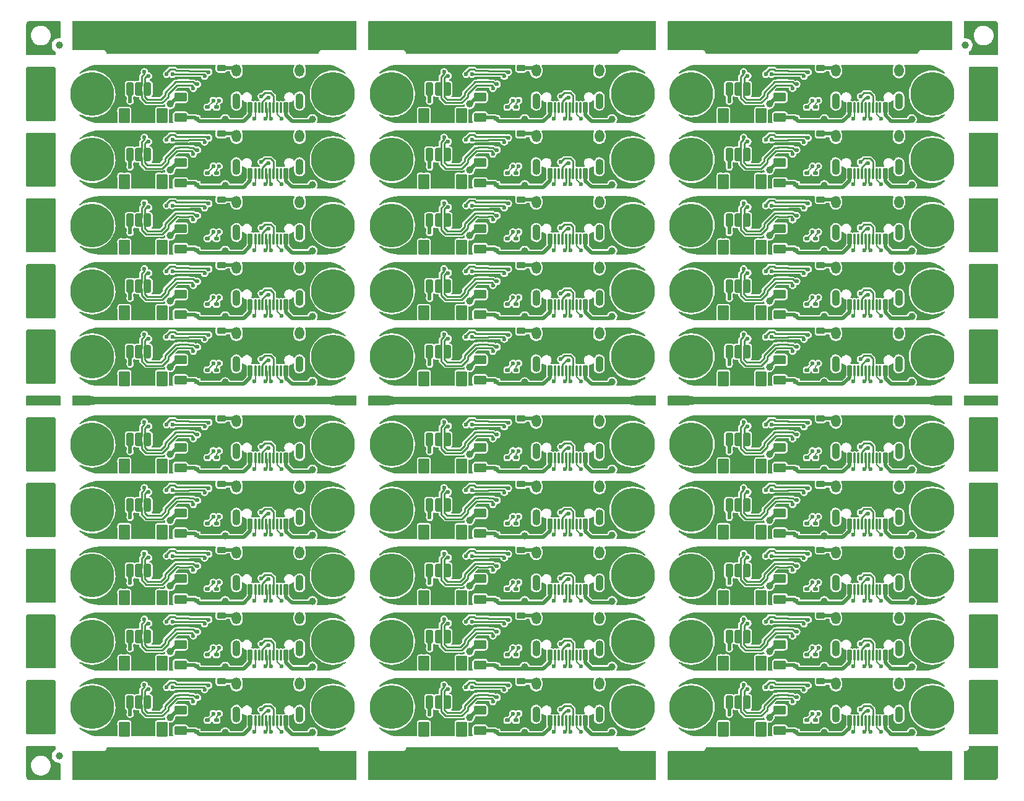
<source format=gtl>
G04 #@! TF.GenerationSoftware,KiCad,Pcbnew,(6.0.11)*
G04 #@! TF.CreationDate,2023-02-11T18:44:03+01:00*
G04 #@! TF.ProjectId,udb-s-panel,7564622d-732d-4706-916e-656c2e6b6963,rev?*
G04 #@! TF.SameCoordinates,Original*
G04 #@! TF.FileFunction,Copper,L1,Top*
G04 #@! TF.FilePolarity,Positive*
%FSLAX46Y46*%
G04 Gerber Fmt 4.6, Leading zero omitted, Abs format (unit mm)*
G04 Created by KiCad (PCBNEW (6.0.11)) date 2023-02-11 18:44:03*
%MOMM*%
%LPD*%
G01*
G04 APERTURE LIST*
G04 Aperture macros list*
%AMRoundRect*
0 Rectangle with rounded corners*
0 $1 Rounding radius*
0 $2 $3 $4 $5 $6 $7 $8 $9 X,Y pos of 4 corners*
0 Add a 4 corners polygon primitive as box body*
4,1,4,$2,$3,$4,$5,$6,$7,$8,$9,$2,$3,0*
0 Add four circle primitives for the rounded corners*
1,1,$1+$1,$2,$3*
1,1,$1+$1,$4,$5*
1,1,$1+$1,$6,$7*
1,1,$1+$1,$8,$9*
0 Add four rect primitives between the rounded corners*
20,1,$1+$1,$2,$3,$4,$5,0*
20,1,$1+$1,$4,$5,$6,$7,0*
20,1,$1+$1,$6,$7,$8,$9,0*
20,1,$1+$1,$8,$9,$2,$3,0*%
G04 Aperture macros list end*
G04 #@! TA.AperFunction,ConnectorPad*
%ADD10C,6.000000*%
G04 #@! TD*
G04 #@! TA.AperFunction,ComponentPad*
%ADD11C,3.600000*%
G04 #@! TD*
G04 #@! TA.AperFunction,SMDPad,CuDef*
%ADD12RoundRect,0.135000X0.185000X-0.135000X0.185000X0.135000X-0.185000X0.135000X-0.185000X-0.135000X0*%
G04 #@! TD*
G04 #@! TA.AperFunction,SMDPad,CuDef*
%ADD13RoundRect,0.135000X-0.185000X0.135000X-0.185000X-0.135000X0.185000X-0.135000X0.185000X0.135000X0*%
G04 #@! TD*
G04 #@! TA.AperFunction,SMDPad,CuDef*
%ADD14C,1.000000*%
G04 #@! TD*
G04 #@! TA.AperFunction,SMDPad,CuDef*
%ADD15RoundRect,0.060000X0.240000X0.665000X-0.240000X0.665000X-0.240000X-0.665000X0.240000X-0.665000X0*%
G04 #@! TD*
G04 #@! TA.AperFunction,SMDPad,CuDef*
%ADD16RoundRect,0.060000X0.090000X0.665000X-0.090000X0.665000X-0.090000X-0.665000X0.090000X-0.665000X0*%
G04 #@! TD*
G04 #@! TA.AperFunction,ComponentPad*
%ADD17O,1.300000X1.700000*%
G04 #@! TD*
G04 #@! TA.AperFunction,ComponentPad*
%ADD18O,1.100000X2.200000*%
G04 #@! TD*
G04 #@! TA.AperFunction,SMDPad,CuDef*
%ADD19RoundRect,0.125000X-0.150000X0.000000X-0.150000X0.000000X0.150000X0.000000X0.150000X0.000000X0*%
G04 #@! TD*
G04 #@! TA.AperFunction,SMDPad,CuDef*
%ADD20R,0.550000X0.250000*%
G04 #@! TD*
G04 #@! TA.AperFunction,SMDPad,CuDef*
%ADD21R,0.550000X0.300000*%
G04 #@! TD*
G04 #@! TA.AperFunction,SMDPad,CuDef*
%ADD22RoundRect,0.250000X0.625000X-0.375000X0.625000X0.375000X-0.625000X0.375000X-0.625000X-0.375000X0*%
G04 #@! TD*
G04 #@! TA.AperFunction,ComponentPad*
%ADD23C,0.600000*%
G04 #@! TD*
G04 #@! TA.AperFunction,SMDPad,CuDef*
%ADD24RoundRect,0.100000X-0.625000X-0.900000X0.625000X-0.900000X0.625000X0.900000X-0.625000X0.900000X0*%
G04 #@! TD*
G04 #@! TA.AperFunction,SMDPad,CuDef*
%ADD25RoundRect,0.166667X-0.333333X-0.733333X0.333333X-0.733333X0.333333X0.733333X-0.333333X0.733333X0*%
G04 #@! TD*
G04 #@! TA.AperFunction,SMDPad,CuDef*
%ADD26RoundRect,0.218750X-0.381250X0.218750X-0.381250X-0.218750X0.381250X-0.218750X0.381250X0.218750X0*%
G04 #@! TD*
G04 #@! TA.AperFunction,SMDPad,CuDef*
%ADD27R,0.700000X0.600000*%
G04 #@! TD*
G04 #@! TA.AperFunction,ComponentPad*
%ADD28C,6.000000*%
G04 #@! TD*
G04 #@! TA.AperFunction,ViaPad*
%ADD29C,1.000000*%
G04 #@! TD*
G04 #@! TA.AperFunction,ViaPad*
%ADD30C,0.600000*%
G04 #@! TD*
G04 #@! TA.AperFunction,Conductor*
%ADD31C,0.500000*%
G04 #@! TD*
G04 #@! TA.AperFunction,Conductor*
%ADD32C,0.250000*%
G04 #@! TD*
G04 #@! TA.AperFunction,Conductor*
%ADD33C,0.238506*%
G04 #@! TD*
G04 #@! TA.AperFunction,Conductor*
%ADD34C,0.200000*%
G04 #@! TD*
G04 APERTURE END LIST*
D10*
G04 #@! TO.P,H1,1,1*
G04 #@! TO.N,Board_29-GNDPWR*
X124498604Y10500001D03*
D11*
X124498604Y10500001D03*
G04 #@! TD*
D12*
G04 #@! TO.P,R1,1*
G04 #@! TO.N,Board_6-GND*
X26517352Y73667515D03*
G04 #@! TO.P,R1,2*
G04 #@! TO.N,Board_6-Net-(J1-PadA5)*
X26517352Y74687515D03*
G04 #@! TD*
D13*
G04 #@! TO.P,R2,1*
G04 #@! TO.N,Board_6-Net-(J1-PadB5)*
X25317352Y74687515D03*
G04 #@! TO.P,R2,2*
G04 #@! TO.N,Board_6-GND*
X25317352Y73667515D03*
G04 #@! TD*
G04 #@! TO.P,R2,1*
G04 #@! TO.N,Board_0-Net-(J1-PadB5)*
X25317352Y92687519D03*
G04 #@! TO.P,R2,2*
G04 #@! TO.N,Board_0-GND*
X25317352Y91667519D03*
G04 #@! TD*
D12*
G04 #@! TO.P,R1,1*
G04 #@! TO.N,Board_3-GND*
X26517352Y82667517D03*
G04 #@! TO.P,R1,2*
G04 #@! TO.N,Board_3-Net-(J1-PadA5)*
X26517352Y83687517D03*
G04 #@! TD*
D10*
G04 #@! TO.P,H1,1,1*
G04 #@! TO.N,Board_7-GNDPWR*
X83498603Y76500015D03*
D11*
X83498603Y76500015D03*
G04 #@! TD*
D14*
G04 #@! TO.P,REF\u002A\u002A,*
G04 #@! TO.N,*
X128997205Y101150020D03*
G04 #@! TD*
D13*
G04 #@! TO.P,R2,1*
G04 #@! TO.N,Board_24-Net-(J1-PadB5)*
X25317352Y17687503D03*
G04 #@! TO.P,R2,2*
G04 #@! TO.N,Board_24-GND*
X25317352Y16667503D03*
G04 #@! TD*
D11*
G04 #@! TO.P,H1,1,1*
G04 #@! TO.N,Board_21-GNDPWR*
X42498602Y28500005D03*
D10*
X42498602Y28500005D03*
G04 #@! TD*
D15*
G04 #@! TO.P,J1,A1,GND*
G04 #@! TO.N,Board_8-GND*
X118823604Y74605015D03*
G04 #@! TO.P,J1,A4,VBUS*
G04 #@! TO.N,Board_8-VBUS*
X118048604Y74605015D03*
D16*
G04 #@! TO.P,J1,A5,CC1*
G04 #@! TO.N,Board_8-Net-(J1-PadA5)*
X116848604Y74605015D03*
G04 #@! TO.P,J1,A6,D+*
G04 #@! TO.N,Board_8-D+*
X115848604Y74605015D03*
G04 #@! TO.P,J1,A7,D-*
G04 #@! TO.N,Board_8-D-*
X115348604Y74605015D03*
G04 #@! TO.P,J1,A8,SBU1*
G04 #@! TO.N,Board_8-unconnected-(J1-PadA8)*
X114348604Y74605015D03*
D15*
G04 #@! TO.P,J1,B1,GND*
G04 #@! TO.N,Board_8-GND*
X112373604Y74605015D03*
G04 #@! TO.P,J1,B4,VBUS*
G04 #@! TO.N,Board_8-VBUS*
X113148604Y74605015D03*
D16*
G04 #@! TO.P,J1,B5,CC2*
G04 #@! TO.N,Board_8-Net-(J1-PadB5)*
X113848604Y74605015D03*
G04 #@! TO.P,J1,B6,D+*
G04 #@! TO.N,Board_8-D+*
X114848604Y74605015D03*
G04 #@! TO.P,J1,B7,D-*
G04 #@! TO.N,Board_8-D-*
X116348604Y74605015D03*
G04 #@! TO.P,J1,B8,SBU2*
G04 #@! TO.N,Board_8-unconnected-(J1-PadB8)*
X117348604Y74605015D03*
D17*
G04 #@! TO.P,J1,S1,SHIELD*
G04 #@! TO.N,Board_8-GNDPWR*
X111278604Y79700015D03*
D18*
X119918604Y75520015D03*
X111278604Y75520015D03*
D17*
X119918604Y79700015D03*
G04 #@! TD*
D15*
G04 #@! TO.P,J1,A1,GND*
G04 #@! TO.N,Board_27-GND*
X36823602Y8605001D03*
G04 #@! TO.P,J1,A4,VBUS*
G04 #@! TO.N,Board_27-VBUS*
X36048602Y8605001D03*
D16*
G04 #@! TO.P,J1,A5,CC1*
G04 #@! TO.N,Board_27-Net-(J1-PadA5)*
X34848602Y8605001D03*
G04 #@! TO.P,J1,A6,D+*
G04 #@! TO.N,Board_27-D+*
X33848602Y8605001D03*
G04 #@! TO.P,J1,A7,D-*
G04 #@! TO.N,Board_27-D-*
X33348602Y8605001D03*
G04 #@! TO.P,J1,A8,SBU1*
G04 #@! TO.N,Board_27-unconnected-(J1-PadA8)*
X32348602Y8605001D03*
D15*
G04 #@! TO.P,J1,B1,GND*
G04 #@! TO.N,Board_27-GND*
X30373602Y8605001D03*
G04 #@! TO.P,J1,B4,VBUS*
G04 #@! TO.N,Board_27-VBUS*
X31148602Y8605001D03*
D16*
G04 #@! TO.P,J1,B5,CC2*
G04 #@! TO.N,Board_27-Net-(J1-PadB5)*
X31848602Y8605001D03*
G04 #@! TO.P,J1,B6,D+*
G04 #@! TO.N,Board_27-D+*
X32848602Y8605001D03*
G04 #@! TO.P,J1,B7,D-*
G04 #@! TO.N,Board_27-D-*
X34348602Y8605001D03*
G04 #@! TO.P,J1,B8,SBU2*
G04 #@! TO.N,Board_27-unconnected-(J1-PadB8)*
X35348602Y8605001D03*
D17*
G04 #@! TO.P,J1,S1,SHIELD*
G04 #@! TO.N,Board_27-GNDPWR*
X37918602Y13700001D03*
D18*
X37918602Y9520001D03*
X29278602Y9520001D03*
D17*
X29278602Y13700001D03*
G04 #@! TD*
D10*
G04 #@! TO.P,H1,1,1*
G04 #@! TO.N,Board_10-GNDPWR*
X83498603Y67500013D03*
D11*
X83498603Y67500013D03*
G04 #@! TD*
D14*
G04 #@! TO.P,REF\u002A\u002A,*
G04 #@! TO.N,*
X5000000Y101150020D03*
G04 #@! TD*
D19*
G04 #@! TO.P,U1,1,IO1*
G04 #@! TO.N,Board_6-D+*
X21532352Y79677515D03*
D20*
G04 #@! TO.P,U1,2,IO2*
G04 #@! TO.N,Board_6-D-*
X21532352Y79177515D03*
D21*
G04 #@! TO.P,U1,3,GND*
G04 #@! TO.N,Board_6-GND*
X21532352Y78677515D03*
D20*
G04 #@! TO.P,U1,4,D2+*
G04 #@! TO.N,Board_6-D+*
X21532352Y78177515D03*
G04 #@! TO.P,U1,5,D2-*
G04 #@! TO.N,Board_6-D-*
X21532352Y77677515D03*
G04 #@! TO.P,U1,6,NC*
X22302352Y77677515D03*
G04 #@! TO.P,U1,7,NC*
G04 #@! TO.N,Board_6-D+*
X22302352Y78177515D03*
D21*
G04 #@! TO.P,U1,8,GND*
G04 #@! TO.N,Board_6-GND*
X22302352Y78677515D03*
D20*
G04 #@! TO.P,U1,9,NC*
G04 #@! TO.N,Board_6-D-*
X22302352Y79177515D03*
G04 #@! TO.P,U1,10,NC*
G04 #@! TO.N,Board_6-D+*
X22302352Y79677515D03*
G04 #@! TD*
D22*
G04 #@! TO.P,F1,1*
G04 #@! TO.N,Board_2-VBUS*
X103617354Y91277519D03*
G04 #@! TO.P,F1,2*
G04 #@! TO.N,Board_2-5V*
X103617354Y94077519D03*
G04 #@! TD*
D23*
G04 #@! TO.P,J2,*
G04 #@! TO.N,*
X13498602Y35200007D03*
D24*
X13923602Y34500007D03*
D23*
X14298602Y35200007D03*
X14298602Y34500007D03*
X18698602Y33800007D03*
X18698602Y35200007D03*
X18698602Y34500007D03*
X14298602Y33800007D03*
D24*
X19073602Y34500007D03*
D23*
X19448602Y35200007D03*
D25*
G04 #@! TO.P,J2,1,Pin_1*
G04 #@! TO.N,Board_18-5V*
X14698602Y38200007D03*
G04 #@! TO.P,J2,2,Pin_2*
G04 #@! TO.N,Board_18-D-*
X15898602Y38200007D03*
G04 #@! TO.P,J2,3,Pin_3*
G04 #@! TO.N,Board_18-D+*
X17098602Y38200007D03*
G04 #@! TO.P,J2,4,Pin_4*
G04 #@! TO.N,Board_18-GND*
X18298602Y38200007D03*
G04 #@! TD*
D13*
G04 #@! TO.P,R2,1*
G04 #@! TO.N,Board_27-Net-(J1-PadB5)*
X25317352Y8687501D03*
G04 #@! TO.P,R2,2*
G04 #@! TO.N,Board_27-GND*
X25317352Y7667501D03*
G04 #@! TD*
D12*
G04 #@! TO.P,R1,1*
G04 #@! TO.N,Board_28-GND*
X67517353Y7667501D03*
G04 #@! TO.P,R1,2*
G04 #@! TO.N,Board_28-Net-(J1-PadA5)*
X67517353Y8687501D03*
G04 #@! TD*
G04 #@! TO.P,R1,1*
G04 #@! TO.N,Board_19-GND*
X67517353Y34667507D03*
G04 #@! TO.P,R1,2*
G04 #@! TO.N,Board_19-Net-(J1-PadA5)*
X67517353Y35687507D03*
G04 #@! TD*
D15*
G04 #@! TO.P,J1,A1,GND*
G04 #@! TO.N,Board_14-GND*
X118823604Y56605011D03*
G04 #@! TO.P,J1,A4,VBUS*
G04 #@! TO.N,Board_14-VBUS*
X118048604Y56605011D03*
D16*
G04 #@! TO.P,J1,A5,CC1*
G04 #@! TO.N,Board_14-Net-(J1-PadA5)*
X116848604Y56605011D03*
G04 #@! TO.P,J1,A6,D+*
G04 #@! TO.N,Board_14-D+*
X115848604Y56605011D03*
G04 #@! TO.P,J1,A7,D-*
G04 #@! TO.N,Board_14-D-*
X115348604Y56605011D03*
G04 #@! TO.P,J1,A8,SBU1*
G04 #@! TO.N,Board_14-unconnected-(J1-PadA8)*
X114348604Y56605011D03*
D15*
G04 #@! TO.P,J1,B1,GND*
G04 #@! TO.N,Board_14-GND*
X112373604Y56605011D03*
G04 #@! TO.P,J1,B4,VBUS*
G04 #@! TO.N,Board_14-VBUS*
X113148604Y56605011D03*
D16*
G04 #@! TO.P,J1,B5,CC2*
G04 #@! TO.N,Board_14-Net-(J1-PadB5)*
X113848604Y56605011D03*
G04 #@! TO.P,J1,B6,D+*
G04 #@! TO.N,Board_14-D+*
X114848604Y56605011D03*
G04 #@! TO.P,J1,B7,D-*
G04 #@! TO.N,Board_14-D-*
X116348604Y56605011D03*
G04 #@! TO.P,J1,B8,SBU2*
G04 #@! TO.N,Board_14-unconnected-(J1-PadB8)*
X117348604Y56605011D03*
D18*
G04 #@! TO.P,J1,S1,SHIELD*
G04 #@! TO.N,Board_14-GNDPWR*
X119918604Y57520011D03*
X111278604Y57520011D03*
D17*
X111278604Y61700011D03*
X119918604Y61700011D03*
G04 #@! TD*
D26*
G04 #@! TO.P,FB1,1*
G04 #@! TO.N,Board_6-GNDPWR*
X27217352Y80040015D03*
G04 #@! TO.P,FB1,2*
G04 #@! TO.N,Board_6-GND*
X27217352Y77915015D03*
G04 #@! TD*
D10*
G04 #@! TO.P,H1,1,1*
G04 #@! TO.N,Board_23-GNDPWR*
X124498604Y28500005D03*
D11*
X124498604Y28500005D03*
G04 #@! TD*
G04 #@! TO.P,H1,1,1*
G04 #@! TO.N,Board_9-GNDPWR*
X42498602Y67500013D03*
D10*
X42498602Y67500013D03*
G04 #@! TD*
D11*
G04 #@! TO.P,H1,1,1*
G04 #@! TO.N,Board_18-GNDPWR*
X42498602Y37500007D03*
D10*
X42498602Y37500007D03*
G04 #@! TD*
D26*
G04 #@! TO.P,FB1,1*
G04 #@! TO.N,Board_4-GNDPWR*
X68217353Y89040017D03*
G04 #@! TO.P,FB1,2*
G04 #@! TO.N,Board_4-GND*
X68217353Y86915017D03*
G04 #@! TD*
D13*
G04 #@! TO.P,R2,1*
G04 #@! TO.N,Board_3-Net-(J1-PadB5)*
X25317352Y83687517D03*
G04 #@! TO.P,R2,2*
G04 #@! TO.N,Board_3-GND*
X25317352Y82667517D03*
G04 #@! TD*
D15*
G04 #@! TO.P,J1,A1,GND*
G04 #@! TO.N,Board_24-GND*
X36823602Y17605003D03*
G04 #@! TO.P,J1,A4,VBUS*
G04 #@! TO.N,Board_24-VBUS*
X36048602Y17605003D03*
D16*
G04 #@! TO.P,J1,A5,CC1*
G04 #@! TO.N,Board_24-Net-(J1-PadA5)*
X34848602Y17605003D03*
G04 #@! TO.P,J1,A6,D+*
G04 #@! TO.N,Board_24-D+*
X33848602Y17605003D03*
G04 #@! TO.P,J1,A7,D-*
G04 #@! TO.N,Board_24-D-*
X33348602Y17605003D03*
G04 #@! TO.P,J1,A8,SBU1*
G04 #@! TO.N,Board_24-unconnected-(J1-PadA8)*
X32348602Y17605003D03*
D15*
G04 #@! TO.P,J1,B1,GND*
G04 #@! TO.N,Board_24-GND*
X30373602Y17605003D03*
G04 #@! TO.P,J1,B4,VBUS*
G04 #@! TO.N,Board_24-VBUS*
X31148602Y17605003D03*
D16*
G04 #@! TO.P,J1,B5,CC2*
G04 #@! TO.N,Board_24-Net-(J1-PadB5)*
X31848602Y17605003D03*
G04 #@! TO.P,J1,B6,D+*
G04 #@! TO.N,Board_24-D+*
X32848602Y17605003D03*
G04 #@! TO.P,J1,B7,D-*
G04 #@! TO.N,Board_24-D-*
X34348602Y17605003D03*
G04 #@! TO.P,J1,B8,SBU2*
G04 #@! TO.N,Board_24-unconnected-(J1-PadB8)*
X35348602Y17605003D03*
D18*
G04 #@! TO.P,J1,S1,SHIELD*
G04 #@! TO.N,Board_24-GNDPWR*
X37918602Y18520003D03*
D17*
X29278602Y22700003D03*
D18*
X29278602Y18520003D03*
D17*
X37918602Y22700003D03*
G04 #@! TD*
D27*
G04 #@! TO.P,D1,1,A1*
G04 #@! TO.N,Board_7-VBUS*
X64817353Y73077515D03*
G04 #@! TO.P,D1,2,A2*
G04 #@! TO.N,Board_7-GND*
X64817353Y74477515D03*
G04 #@! TD*
D23*
G04 #@! TO.P,J2,*
G04 #@! TO.N,*
X14298602Y74200015D03*
X14298602Y72800015D03*
X19448602Y74200015D03*
D24*
X19073602Y73500015D03*
D23*
X18698602Y74200015D03*
X14298602Y73500015D03*
X13498602Y74200015D03*
X18698602Y73500015D03*
D24*
X13923602Y73500015D03*
D23*
X18698602Y72800015D03*
D25*
G04 #@! TO.P,J2,1,Pin_1*
G04 #@! TO.N,Board_6-5V*
X14698602Y77200015D03*
G04 #@! TO.P,J2,2,Pin_2*
G04 #@! TO.N,Board_6-D-*
X15898602Y77200015D03*
G04 #@! TO.P,J2,3,Pin_3*
G04 #@! TO.N,Board_6-D+*
X17098602Y77200015D03*
G04 #@! TO.P,J2,4,Pin_4*
G04 #@! TO.N,Board_6-GND*
X18298602Y77200015D03*
G04 #@! TD*
D12*
G04 #@! TO.P,R1,1*
G04 #@! TO.N,Board_1-GND*
X67517353Y91667519D03*
G04 #@! TO.P,R1,2*
G04 #@! TO.N,Board_1-Net-(J1-PadA5)*
X67517353Y92687519D03*
G04 #@! TD*
D13*
G04 #@! TO.P,R2,1*
G04 #@! TO.N,Board_2-Net-(J1-PadB5)*
X107317354Y92687519D03*
G04 #@! TO.P,R2,2*
G04 #@! TO.N,Board_2-GND*
X107317354Y91667519D03*
G04 #@! TD*
D26*
G04 #@! TO.P,FB1,1*
G04 #@! TO.N,Board_26-GNDPWR*
X109217354Y23040003D03*
G04 #@! TO.P,FB1,2*
G04 #@! TO.N,Board_26-GND*
X109217354Y20915003D03*
G04 #@! TD*
D28*
G04 #@! TO.P,H2,1*
G04 #@! TO.N,N/C*
X91498604Y37500007D03*
G04 #@! TD*
D26*
G04 #@! TO.P,FB1,1*
G04 #@! TO.N,Board_15-GNDPWR*
X27217352Y50040009D03*
G04 #@! TO.P,FB1,2*
G04 #@! TO.N,Board_15-GND*
X27217352Y47915009D03*
G04 #@! TD*
D19*
G04 #@! TO.P,U1,1,IO1*
G04 #@! TO.N,Board_22-D+*
X62532353Y31677505D03*
D20*
G04 #@! TO.P,U1,2,IO2*
G04 #@! TO.N,Board_22-D-*
X62532353Y31177505D03*
D21*
G04 #@! TO.P,U1,3,GND*
G04 #@! TO.N,Board_22-GND*
X62532353Y30677505D03*
D20*
G04 #@! TO.P,U1,4,D2+*
G04 #@! TO.N,Board_22-D+*
X62532353Y30177505D03*
G04 #@! TO.P,U1,5,D2-*
G04 #@! TO.N,Board_22-D-*
X62532353Y29677505D03*
G04 #@! TO.P,U1,6,NC*
X63302353Y29677505D03*
G04 #@! TO.P,U1,7,NC*
G04 #@! TO.N,Board_22-D+*
X63302353Y30177505D03*
D21*
G04 #@! TO.P,U1,8,GND*
G04 #@! TO.N,Board_22-GND*
X63302353Y30677505D03*
D20*
G04 #@! TO.P,U1,9,NC*
G04 #@! TO.N,Board_22-D-*
X63302353Y31177505D03*
G04 #@! TO.P,U1,10,NC*
G04 #@! TO.N,Board_22-D+*
X63302353Y31677505D03*
G04 #@! TD*
D15*
G04 #@! TO.P,J1,A1,GND*
G04 #@! TO.N,Board_12-GND*
X36823602Y56605011D03*
G04 #@! TO.P,J1,A4,VBUS*
G04 #@! TO.N,Board_12-VBUS*
X36048602Y56605011D03*
D16*
G04 #@! TO.P,J1,A5,CC1*
G04 #@! TO.N,Board_12-Net-(J1-PadA5)*
X34848602Y56605011D03*
G04 #@! TO.P,J1,A6,D+*
G04 #@! TO.N,Board_12-D+*
X33848602Y56605011D03*
G04 #@! TO.P,J1,A7,D-*
G04 #@! TO.N,Board_12-D-*
X33348602Y56605011D03*
G04 #@! TO.P,J1,A8,SBU1*
G04 #@! TO.N,Board_12-unconnected-(J1-PadA8)*
X32348602Y56605011D03*
D15*
G04 #@! TO.P,J1,B1,GND*
G04 #@! TO.N,Board_12-GND*
X30373602Y56605011D03*
G04 #@! TO.P,J1,B4,VBUS*
G04 #@! TO.N,Board_12-VBUS*
X31148602Y56605011D03*
D16*
G04 #@! TO.P,J1,B5,CC2*
G04 #@! TO.N,Board_12-Net-(J1-PadB5)*
X31848602Y56605011D03*
G04 #@! TO.P,J1,B6,D+*
G04 #@! TO.N,Board_12-D+*
X32848602Y56605011D03*
G04 #@! TO.P,J1,B7,D-*
G04 #@! TO.N,Board_12-D-*
X34348602Y56605011D03*
G04 #@! TO.P,J1,B8,SBU2*
G04 #@! TO.N,Board_12-unconnected-(J1-PadB8)*
X35348602Y56605011D03*
D17*
G04 #@! TO.P,J1,S1,SHIELD*
G04 #@! TO.N,Board_12-GNDPWR*
X37918602Y61700011D03*
X29278602Y61700011D03*
D18*
X37918602Y57520011D03*
X29278602Y57520011D03*
G04 #@! TD*
D22*
G04 #@! TO.P,F1,1*
G04 #@! TO.N,Board_10-VBUS*
X62617353Y64277513D03*
G04 #@! TO.P,F1,2*
G04 #@! TO.N,Board_10-5V*
X62617353Y67077513D03*
G04 #@! TD*
G04 #@! TO.P,F1,1*
G04 #@! TO.N,Board_5-VBUS*
X103617354Y82277517D03*
G04 #@! TO.P,F1,2*
G04 #@! TO.N,Board_5-5V*
X103617354Y85077517D03*
G04 #@! TD*
D28*
G04 #@! TO.P,H2,1*
G04 #@! TO.N,N/C*
X91498604Y76500015D03*
G04 #@! TD*
D19*
G04 #@! TO.P,U1,1,IO1*
G04 #@! TO.N,Board_26-D+*
X103532354Y22677503D03*
D20*
G04 #@! TO.P,U1,2,IO2*
G04 #@! TO.N,Board_26-D-*
X103532354Y22177503D03*
D21*
G04 #@! TO.P,U1,3,GND*
G04 #@! TO.N,Board_26-GND*
X103532354Y21677503D03*
D20*
G04 #@! TO.P,U1,4,D2+*
G04 #@! TO.N,Board_26-D+*
X103532354Y21177503D03*
G04 #@! TO.P,U1,5,D2-*
G04 #@! TO.N,Board_26-D-*
X103532354Y20677503D03*
G04 #@! TO.P,U1,6,NC*
X104302354Y20677503D03*
G04 #@! TO.P,U1,7,NC*
G04 #@! TO.N,Board_26-D+*
X104302354Y21177503D03*
D21*
G04 #@! TO.P,U1,8,GND*
G04 #@! TO.N,Board_26-GND*
X104302354Y21677503D03*
D20*
G04 #@! TO.P,U1,9,NC*
G04 #@! TO.N,Board_26-D-*
X104302354Y22177503D03*
G04 #@! TO.P,U1,10,NC*
G04 #@! TO.N,Board_26-D+*
X104302354Y22677503D03*
G04 #@! TD*
D19*
G04 #@! TO.P,U1,1,IO1*
G04 #@! TO.N,Board_5-D+*
X103532354Y88677517D03*
D20*
G04 #@! TO.P,U1,2,IO2*
G04 #@! TO.N,Board_5-D-*
X103532354Y88177517D03*
D21*
G04 #@! TO.P,U1,3,GND*
G04 #@! TO.N,Board_5-GND*
X103532354Y87677517D03*
D20*
G04 #@! TO.P,U1,4,D2+*
G04 #@! TO.N,Board_5-D+*
X103532354Y87177517D03*
G04 #@! TO.P,U1,5,D2-*
G04 #@! TO.N,Board_5-D-*
X103532354Y86677517D03*
G04 #@! TO.P,U1,6,NC*
X104302354Y86677517D03*
G04 #@! TO.P,U1,7,NC*
G04 #@! TO.N,Board_5-D+*
X104302354Y87177517D03*
D21*
G04 #@! TO.P,U1,8,GND*
G04 #@! TO.N,Board_5-GND*
X104302354Y87677517D03*
D20*
G04 #@! TO.P,U1,9,NC*
G04 #@! TO.N,Board_5-D-*
X104302354Y88177517D03*
G04 #@! TO.P,U1,10,NC*
G04 #@! TO.N,Board_5-D+*
X104302354Y88677517D03*
G04 #@! TD*
D28*
G04 #@! TO.P,H2,1*
G04 #@! TO.N,N/C*
X50498603Y67500013D03*
G04 #@! TD*
D27*
G04 #@! TO.P,D1,1,A1*
G04 #@! TO.N,Board_13-VBUS*
X64817353Y55077511D03*
G04 #@! TO.P,D1,2,A2*
G04 #@! TO.N,Board_13-GND*
X64817353Y56477511D03*
G04 #@! TD*
D23*
G04 #@! TO.P,J2,*
G04 #@! TO.N,*
X100698604Y44200009D03*
X96298604Y43500009D03*
D24*
X95923604Y43500009D03*
D23*
X96298604Y42800009D03*
X95498604Y44200009D03*
X100698604Y42800009D03*
X101448604Y44200009D03*
D24*
X101073604Y43500009D03*
D23*
X100698604Y43500009D03*
X96298604Y44200009D03*
D25*
G04 #@! TO.P,J2,1,Pin_1*
G04 #@! TO.N,Board_17-5V*
X96698604Y47200009D03*
G04 #@! TO.P,J2,2,Pin_2*
G04 #@! TO.N,Board_17-D-*
X97898604Y47200009D03*
G04 #@! TO.P,J2,3,Pin_3*
G04 #@! TO.N,Board_17-D+*
X99098604Y47200009D03*
G04 #@! TO.P,J2,4,Pin_4*
G04 #@! TO.N,Board_17-GND*
X100298604Y47200009D03*
G04 #@! TD*
D27*
G04 #@! TO.P,D1,1,A1*
G04 #@! TO.N,Board_2-VBUS*
X105817354Y91077519D03*
G04 #@! TO.P,D1,2,A2*
G04 #@! TO.N,Board_2-GND*
X105817354Y92477519D03*
G04 #@! TD*
D13*
G04 #@! TO.P,R2,1*
G04 #@! TO.N,Board_16-Net-(J1-PadB5)*
X66317353Y44687509D03*
G04 #@! TO.P,R2,2*
G04 #@! TO.N,Board_16-GND*
X66317353Y43667509D03*
G04 #@! TD*
D22*
G04 #@! TO.P,F1,1*
G04 #@! TO.N,Board_27-VBUS*
X21617352Y7277501D03*
G04 #@! TO.P,F1,2*
G04 #@! TO.N,Board_27-5V*
X21617352Y10077501D03*
G04 #@! TD*
D23*
G04 #@! TO.P,J2,*
G04 #@! TO.N,*
X13498602Y17200003D03*
X14298602Y16500003D03*
D24*
X19073602Y16500003D03*
D23*
X18698602Y17200003D03*
X19448602Y17200003D03*
X14298602Y15800003D03*
X18698602Y16500003D03*
D24*
X13923602Y16500003D03*
D23*
X14298602Y17200003D03*
X18698602Y15800003D03*
D25*
G04 #@! TO.P,J2,1,Pin_1*
G04 #@! TO.N,Board_24-5V*
X14698602Y20200003D03*
G04 #@! TO.P,J2,2,Pin_2*
G04 #@! TO.N,Board_24-D-*
X15898602Y20200003D03*
G04 #@! TO.P,J2,3,Pin_3*
G04 #@! TO.N,Board_24-D+*
X17098602Y20200003D03*
G04 #@! TO.P,J2,4,Pin_4*
G04 #@! TO.N,Board_24-GND*
X18298602Y20200003D03*
G04 #@! TD*
D13*
G04 #@! TO.P,R2,1*
G04 #@! TO.N,Board_13-Net-(J1-PadB5)*
X66317353Y56687511D03*
G04 #@! TO.P,R2,2*
G04 #@! TO.N,Board_13-GND*
X66317353Y55667511D03*
G04 #@! TD*
D12*
G04 #@! TO.P,R1,1*
G04 #@! TO.N,Board_27-GND*
X26517352Y7667501D03*
G04 #@! TO.P,R1,2*
G04 #@! TO.N,Board_27-Net-(J1-PadA5)*
X26517352Y8687501D03*
G04 #@! TD*
D22*
G04 #@! TO.P,F1,1*
G04 #@! TO.N,Board_15-VBUS*
X21617352Y43277509D03*
G04 #@! TO.P,F1,2*
G04 #@! TO.N,Board_15-5V*
X21617352Y46077509D03*
G04 #@! TD*
D13*
G04 #@! TO.P,R2,1*
G04 #@! TO.N,Board_19-Net-(J1-PadB5)*
X66317353Y35687507D03*
G04 #@! TO.P,R2,2*
G04 #@! TO.N,Board_19-GND*
X66317353Y34667507D03*
G04 #@! TD*
G04 #@! TO.P,R2,1*
G04 #@! TO.N,Board_15-Net-(J1-PadB5)*
X25317352Y44687509D03*
G04 #@! TO.P,R2,2*
G04 #@! TO.N,Board_15-GND*
X25317352Y43667509D03*
G04 #@! TD*
D28*
G04 #@! TO.P,H2,1*
G04 #@! TO.N,N/C*
X91498604Y67500013D03*
G04 #@! TD*
D15*
G04 #@! TO.P,J1,A1,GND*
G04 #@! TO.N,Board_6-GND*
X36823602Y74605015D03*
G04 #@! TO.P,J1,A4,VBUS*
G04 #@! TO.N,Board_6-VBUS*
X36048602Y74605015D03*
D16*
G04 #@! TO.P,J1,A5,CC1*
G04 #@! TO.N,Board_6-Net-(J1-PadA5)*
X34848602Y74605015D03*
G04 #@! TO.P,J1,A6,D+*
G04 #@! TO.N,Board_6-D+*
X33848602Y74605015D03*
G04 #@! TO.P,J1,A7,D-*
G04 #@! TO.N,Board_6-D-*
X33348602Y74605015D03*
G04 #@! TO.P,J1,A8,SBU1*
G04 #@! TO.N,Board_6-unconnected-(J1-PadA8)*
X32348602Y74605015D03*
D15*
G04 #@! TO.P,J1,B1,GND*
G04 #@! TO.N,Board_6-GND*
X30373602Y74605015D03*
G04 #@! TO.P,J1,B4,VBUS*
G04 #@! TO.N,Board_6-VBUS*
X31148602Y74605015D03*
D16*
G04 #@! TO.P,J1,B5,CC2*
G04 #@! TO.N,Board_6-Net-(J1-PadB5)*
X31848602Y74605015D03*
G04 #@! TO.P,J1,B6,D+*
G04 #@! TO.N,Board_6-D+*
X32848602Y74605015D03*
G04 #@! TO.P,J1,B7,D-*
G04 #@! TO.N,Board_6-D-*
X34348602Y74605015D03*
G04 #@! TO.P,J1,B8,SBU2*
G04 #@! TO.N,Board_6-unconnected-(J1-PadB8)*
X35348602Y74605015D03*
D18*
G04 #@! TO.P,J1,S1,SHIELD*
G04 #@! TO.N,Board_6-GNDPWR*
X37918602Y75520015D03*
X29278602Y75520015D03*
D17*
X37918602Y79700015D03*
X29278602Y79700015D03*
G04 #@! TD*
D23*
G04 #@! TO.P,J2,*
G04 #@! TO.N,*
X19448602Y56200011D03*
X14298602Y54800011D03*
D24*
X19073602Y55500011D03*
D23*
X14298602Y56200011D03*
X14298602Y55500011D03*
X13498602Y56200011D03*
D24*
X13923602Y55500011D03*
D23*
X18698602Y54800011D03*
X18698602Y55500011D03*
X18698602Y56200011D03*
D25*
G04 #@! TO.P,J2,1,Pin_1*
G04 #@! TO.N,Board_12-5V*
X14698602Y59200011D03*
G04 #@! TO.P,J2,2,Pin_2*
G04 #@! TO.N,Board_12-D-*
X15898602Y59200011D03*
G04 #@! TO.P,J2,3,Pin_3*
G04 #@! TO.N,Board_12-D+*
X17098602Y59200011D03*
G04 #@! TO.P,J2,4,Pin_4*
G04 #@! TO.N,Board_12-GND*
X18298602Y59200011D03*
G04 #@! TD*
D27*
G04 #@! TO.P,D1,1,A1*
G04 #@! TO.N,Board_21-VBUS*
X23817352Y25077505D03*
G04 #@! TO.P,D1,2,A2*
G04 #@! TO.N,Board_21-GND*
X23817352Y26477505D03*
G04 #@! TD*
D26*
G04 #@! TO.P,FB1,1*
G04 #@! TO.N,Board_23-GNDPWR*
X109217354Y32040005D03*
G04 #@! TO.P,FB1,2*
G04 #@! TO.N,Board_23-GND*
X109217354Y29915005D03*
G04 #@! TD*
D22*
G04 #@! TO.P,F1,1*
G04 #@! TO.N,Board_24-VBUS*
X21617352Y16277503D03*
G04 #@! TO.P,F1,2*
G04 #@! TO.N,Board_24-5V*
X21617352Y19077503D03*
G04 #@! TD*
G04 #@! TO.P,F1,1*
G04 #@! TO.N,Board_16-VBUS*
X62617353Y43277509D03*
G04 #@! TO.P,F1,2*
G04 #@! TO.N,Board_16-5V*
X62617353Y46077509D03*
G04 #@! TD*
D11*
G04 #@! TO.P,H1,1,1*
G04 #@! TO.N,Board_12-GNDPWR*
X42498602Y58500011D03*
D10*
X42498602Y58500011D03*
G04 #@! TD*
D27*
G04 #@! TO.P,D1,1,A1*
G04 #@! TO.N,Board_0-VBUS*
X23817352Y91077519D03*
G04 #@! TO.P,D1,2,A2*
G04 #@! TO.N,Board_0-GND*
X23817352Y92477519D03*
G04 #@! TD*
D19*
G04 #@! TO.P,U1,1,IO1*
G04 #@! TO.N,Board_3-D+*
X21532352Y88677517D03*
D20*
G04 #@! TO.P,U1,2,IO2*
G04 #@! TO.N,Board_3-D-*
X21532352Y88177517D03*
D21*
G04 #@! TO.P,U1,3,GND*
G04 #@! TO.N,Board_3-GND*
X21532352Y87677517D03*
D20*
G04 #@! TO.P,U1,4,D2+*
G04 #@! TO.N,Board_3-D+*
X21532352Y87177517D03*
G04 #@! TO.P,U1,5,D2-*
G04 #@! TO.N,Board_3-D-*
X21532352Y86677517D03*
G04 #@! TO.P,U1,6,NC*
X22302352Y86677517D03*
G04 #@! TO.P,U1,7,NC*
G04 #@! TO.N,Board_3-D+*
X22302352Y87177517D03*
D21*
G04 #@! TO.P,U1,8,GND*
G04 #@! TO.N,Board_3-GND*
X22302352Y87677517D03*
D20*
G04 #@! TO.P,U1,9,NC*
G04 #@! TO.N,Board_3-D-*
X22302352Y88177517D03*
G04 #@! TO.P,U1,10,NC*
G04 #@! TO.N,Board_3-D+*
X22302352Y88677517D03*
G04 #@! TD*
D26*
G04 #@! TO.P,FB1,1*
G04 #@! TO.N,Board_1-GNDPWR*
X68217353Y98040019D03*
G04 #@! TO.P,FB1,2*
G04 #@! TO.N,Board_1-GND*
X68217353Y95915019D03*
G04 #@! TD*
G04 #@! TO.P,FB1,1*
G04 #@! TO.N,Board_0-GNDPWR*
X27217352Y98040019D03*
G04 #@! TO.P,FB1,2*
G04 #@! TO.N,Board_0-GND*
X27217352Y95915019D03*
G04 #@! TD*
D27*
G04 #@! TO.P,D1,1,A1*
G04 #@! TO.N,Board_27-VBUS*
X23817352Y7077501D03*
G04 #@! TO.P,D1,2,A2*
G04 #@! TO.N,Board_27-GND*
X23817352Y8477501D03*
G04 #@! TD*
D22*
G04 #@! TO.P,F1,1*
G04 #@! TO.N,Board_0-VBUS*
X21617352Y91277519D03*
G04 #@! TO.P,F1,2*
G04 #@! TO.N,Board_0-5V*
X21617352Y94077519D03*
G04 #@! TD*
D28*
G04 #@! TO.P,H2,1*
G04 #@! TO.N,N/C*
X50498603Y46500009D03*
G04 #@! TD*
D26*
G04 #@! TO.P,FB1,1*
G04 #@! TO.N,Board_16-GNDPWR*
X68217353Y50040009D03*
G04 #@! TO.P,FB1,2*
G04 #@! TO.N,Board_16-GND*
X68217353Y47915009D03*
G04 #@! TD*
D27*
G04 #@! TO.P,D1,1,A1*
G04 #@! TO.N,Board_14-VBUS*
X105817354Y55077511D03*
G04 #@! TO.P,D1,2,A2*
G04 #@! TO.N,Board_14-GND*
X105817354Y56477511D03*
G04 #@! TD*
G04 #@! TO.P,D1,1,A1*
G04 #@! TO.N,Board_15-VBUS*
X23817352Y43077509D03*
G04 #@! TO.P,D1,2,A2*
G04 #@! TO.N,Board_15-GND*
X23817352Y44477509D03*
G04 #@! TD*
D12*
G04 #@! TO.P,R1,1*
G04 #@! TO.N,Board_18-GND*
X26517352Y34667507D03*
G04 #@! TO.P,R1,2*
G04 #@! TO.N,Board_18-Net-(J1-PadA5)*
X26517352Y35687507D03*
G04 #@! TD*
D15*
G04 #@! TO.P,J1,A1,GND*
G04 #@! TO.N,Board_1-GND*
X77823603Y92605019D03*
G04 #@! TO.P,J1,A4,VBUS*
G04 #@! TO.N,Board_1-VBUS*
X77048603Y92605019D03*
D16*
G04 #@! TO.P,J1,A5,CC1*
G04 #@! TO.N,Board_1-Net-(J1-PadA5)*
X75848603Y92605019D03*
G04 #@! TO.P,J1,A6,D+*
G04 #@! TO.N,Board_1-D+*
X74848603Y92605019D03*
G04 #@! TO.P,J1,A7,D-*
G04 #@! TO.N,Board_1-D-*
X74348603Y92605019D03*
G04 #@! TO.P,J1,A8,SBU1*
G04 #@! TO.N,Board_1-unconnected-(J1-PadA8)*
X73348603Y92605019D03*
D15*
G04 #@! TO.P,J1,B1,GND*
G04 #@! TO.N,Board_1-GND*
X71373603Y92605019D03*
G04 #@! TO.P,J1,B4,VBUS*
G04 #@! TO.N,Board_1-VBUS*
X72148603Y92605019D03*
D16*
G04 #@! TO.P,J1,B5,CC2*
G04 #@! TO.N,Board_1-Net-(J1-PadB5)*
X72848603Y92605019D03*
G04 #@! TO.P,J1,B6,D+*
G04 #@! TO.N,Board_1-D+*
X73848603Y92605019D03*
G04 #@! TO.P,J1,B7,D-*
G04 #@! TO.N,Board_1-D-*
X75348603Y92605019D03*
G04 #@! TO.P,J1,B8,SBU2*
G04 #@! TO.N,Board_1-unconnected-(J1-PadB8)*
X76348603Y92605019D03*
D18*
G04 #@! TO.P,J1,S1,SHIELD*
G04 #@! TO.N,Board_1-GNDPWR*
X70278603Y93520019D03*
X78918603Y93520019D03*
D17*
X70278603Y97700019D03*
X78918603Y97700019D03*
G04 #@! TD*
D15*
G04 #@! TO.P,J1,A1,GND*
G04 #@! TO.N,Board_18-GND*
X36823602Y35605007D03*
G04 #@! TO.P,J1,A4,VBUS*
G04 #@! TO.N,Board_18-VBUS*
X36048602Y35605007D03*
D16*
G04 #@! TO.P,J1,A5,CC1*
G04 #@! TO.N,Board_18-Net-(J1-PadA5)*
X34848602Y35605007D03*
G04 #@! TO.P,J1,A6,D+*
G04 #@! TO.N,Board_18-D+*
X33848602Y35605007D03*
G04 #@! TO.P,J1,A7,D-*
G04 #@! TO.N,Board_18-D-*
X33348602Y35605007D03*
G04 #@! TO.P,J1,A8,SBU1*
G04 #@! TO.N,Board_18-unconnected-(J1-PadA8)*
X32348602Y35605007D03*
D15*
G04 #@! TO.P,J1,B1,GND*
G04 #@! TO.N,Board_18-GND*
X30373602Y35605007D03*
G04 #@! TO.P,J1,B4,VBUS*
G04 #@! TO.N,Board_18-VBUS*
X31148602Y35605007D03*
D16*
G04 #@! TO.P,J1,B5,CC2*
G04 #@! TO.N,Board_18-Net-(J1-PadB5)*
X31848602Y35605007D03*
G04 #@! TO.P,J1,B6,D+*
G04 #@! TO.N,Board_18-D+*
X32848602Y35605007D03*
G04 #@! TO.P,J1,B7,D-*
G04 #@! TO.N,Board_18-D-*
X34348602Y35605007D03*
G04 #@! TO.P,J1,B8,SBU2*
G04 #@! TO.N,Board_18-unconnected-(J1-PadB8)*
X35348602Y35605007D03*
D17*
G04 #@! TO.P,J1,S1,SHIELD*
G04 #@! TO.N,Board_18-GNDPWR*
X29278602Y40700007D03*
D18*
X29278602Y36520007D03*
D17*
X37918602Y40700007D03*
D18*
X37918602Y36520007D03*
G04 #@! TD*
D19*
G04 #@! TO.P,U1,1,IO1*
G04 #@! TO.N,Board_16-D+*
X62532353Y49677509D03*
D20*
G04 #@! TO.P,U1,2,IO2*
G04 #@! TO.N,Board_16-D-*
X62532353Y49177509D03*
D21*
G04 #@! TO.P,U1,3,GND*
G04 #@! TO.N,Board_16-GND*
X62532353Y48677509D03*
D20*
G04 #@! TO.P,U1,4,D2+*
G04 #@! TO.N,Board_16-D+*
X62532353Y48177509D03*
G04 #@! TO.P,U1,5,D2-*
G04 #@! TO.N,Board_16-D-*
X62532353Y47677509D03*
G04 #@! TO.P,U1,6,NC*
X63302353Y47677509D03*
G04 #@! TO.P,U1,7,NC*
G04 #@! TO.N,Board_16-D+*
X63302353Y48177509D03*
D21*
G04 #@! TO.P,U1,8,GND*
G04 #@! TO.N,Board_16-GND*
X63302353Y48677509D03*
D20*
G04 #@! TO.P,U1,9,NC*
G04 #@! TO.N,Board_16-D-*
X63302353Y49177509D03*
G04 #@! TO.P,U1,10,NC*
G04 #@! TO.N,Board_16-D+*
X63302353Y49677509D03*
G04 #@! TD*
D19*
G04 #@! TO.P,U1,1,IO1*
G04 #@! TO.N,Board_17-D+*
X103532354Y49677509D03*
D20*
G04 #@! TO.P,U1,2,IO2*
G04 #@! TO.N,Board_17-D-*
X103532354Y49177509D03*
D21*
G04 #@! TO.P,U1,3,GND*
G04 #@! TO.N,Board_17-GND*
X103532354Y48677509D03*
D20*
G04 #@! TO.P,U1,4,D2+*
G04 #@! TO.N,Board_17-D+*
X103532354Y48177509D03*
G04 #@! TO.P,U1,5,D2-*
G04 #@! TO.N,Board_17-D-*
X103532354Y47677509D03*
G04 #@! TO.P,U1,6,NC*
X104302354Y47677509D03*
G04 #@! TO.P,U1,7,NC*
G04 #@! TO.N,Board_17-D+*
X104302354Y48177509D03*
D21*
G04 #@! TO.P,U1,8,GND*
G04 #@! TO.N,Board_17-GND*
X104302354Y48677509D03*
D20*
G04 #@! TO.P,U1,9,NC*
G04 #@! TO.N,Board_17-D-*
X104302354Y49177509D03*
G04 #@! TO.P,U1,10,NC*
G04 #@! TO.N,Board_17-D+*
X104302354Y49677509D03*
G04 #@! TD*
D15*
G04 #@! TO.P,J1,A1,GND*
G04 #@! TO.N,Board_10-GND*
X77823603Y65605013D03*
G04 #@! TO.P,J1,A4,VBUS*
G04 #@! TO.N,Board_10-VBUS*
X77048603Y65605013D03*
D16*
G04 #@! TO.P,J1,A5,CC1*
G04 #@! TO.N,Board_10-Net-(J1-PadA5)*
X75848603Y65605013D03*
G04 #@! TO.P,J1,A6,D+*
G04 #@! TO.N,Board_10-D+*
X74848603Y65605013D03*
G04 #@! TO.P,J1,A7,D-*
G04 #@! TO.N,Board_10-D-*
X74348603Y65605013D03*
G04 #@! TO.P,J1,A8,SBU1*
G04 #@! TO.N,Board_10-unconnected-(J1-PadA8)*
X73348603Y65605013D03*
D15*
G04 #@! TO.P,J1,B1,GND*
G04 #@! TO.N,Board_10-GND*
X71373603Y65605013D03*
G04 #@! TO.P,J1,B4,VBUS*
G04 #@! TO.N,Board_10-VBUS*
X72148603Y65605013D03*
D16*
G04 #@! TO.P,J1,B5,CC2*
G04 #@! TO.N,Board_10-Net-(J1-PadB5)*
X72848603Y65605013D03*
G04 #@! TO.P,J1,B6,D+*
G04 #@! TO.N,Board_10-D+*
X73848603Y65605013D03*
G04 #@! TO.P,J1,B7,D-*
G04 #@! TO.N,Board_10-D-*
X75348603Y65605013D03*
G04 #@! TO.P,J1,B8,SBU2*
G04 #@! TO.N,Board_10-unconnected-(J1-PadB8)*
X76348603Y65605013D03*
D17*
G04 #@! TO.P,J1,S1,SHIELD*
G04 #@! TO.N,Board_10-GNDPWR*
X70278603Y70700013D03*
X78918603Y70700013D03*
D18*
X78918603Y66520013D03*
X70278603Y66520013D03*
G04 #@! TD*
D12*
G04 #@! TO.P,R1,1*
G04 #@! TO.N,Board_12-GND*
X26517352Y55667511D03*
G04 #@! TO.P,R1,2*
G04 #@! TO.N,Board_12-Net-(J1-PadA5)*
X26517352Y56687511D03*
G04 #@! TD*
D11*
G04 #@! TO.P,H1,1,1*
G04 #@! TO.N,Board_1-GNDPWR*
X83498603Y94500019D03*
D10*
X83498603Y94500019D03*
G04 #@! TD*
D26*
G04 #@! TO.P,FB1,1*
G04 #@! TO.N,Board_2-GNDPWR*
X109217354Y98040019D03*
G04 #@! TO.P,FB1,2*
G04 #@! TO.N,Board_2-GND*
X109217354Y95915019D03*
G04 #@! TD*
D23*
G04 #@! TO.P,J2,*
G04 #@! TO.N,*
X96298604Y24800005D03*
X100698604Y25500005D03*
X100698604Y26200005D03*
X95498604Y26200005D03*
D24*
X95923604Y25500005D03*
X101073604Y25500005D03*
D23*
X96298604Y25500005D03*
X101448604Y26200005D03*
X100698604Y24800005D03*
X96298604Y26200005D03*
D25*
G04 #@! TO.P,J2,1,Pin_1*
G04 #@! TO.N,Board_23-5V*
X96698604Y29200005D03*
G04 #@! TO.P,J2,2,Pin_2*
G04 #@! TO.N,Board_23-D-*
X97898604Y29200005D03*
G04 #@! TO.P,J2,3,Pin_3*
G04 #@! TO.N,Board_23-D+*
X99098604Y29200005D03*
G04 #@! TO.P,J2,4,Pin_4*
G04 #@! TO.N,Board_23-GND*
X100298604Y29200005D03*
G04 #@! TD*
D23*
G04 #@! TO.P,J2,*
G04 #@! TO.N,*
X96298604Y6800001D03*
X100698604Y7500001D03*
X101448604Y8200001D03*
D24*
X101073604Y7500001D03*
D23*
X100698604Y8200001D03*
X96298604Y7500001D03*
D24*
X95923604Y7500001D03*
D23*
X96298604Y8200001D03*
X100698604Y6800001D03*
X95498604Y8200001D03*
D25*
G04 #@! TO.P,J2,1,Pin_1*
G04 #@! TO.N,Board_29-5V*
X96698604Y11200001D03*
G04 #@! TO.P,J2,2,Pin_2*
G04 #@! TO.N,Board_29-D-*
X97898604Y11200001D03*
G04 #@! TO.P,J2,3,Pin_3*
G04 #@! TO.N,Board_29-D+*
X99098604Y11200001D03*
G04 #@! TO.P,J2,4,Pin_4*
G04 #@! TO.N,Board_29-GND*
X100298604Y11200001D03*
G04 #@! TD*
D10*
G04 #@! TO.P,H1,1,1*
G04 #@! TO.N,Board_13-GNDPWR*
X83498603Y58500011D03*
D11*
X83498603Y58500011D03*
G04 #@! TD*
D28*
G04 #@! TO.P,H2,1*
G04 #@! TO.N,N/C*
X91498604Y58500011D03*
G04 #@! TD*
D10*
G04 #@! TO.P,H1,1,1*
G04 #@! TO.N,Board_28-GNDPWR*
X83498603Y10500001D03*
D11*
X83498603Y10500001D03*
G04 #@! TD*
D12*
G04 #@! TO.P,R1,1*
G04 #@! TO.N,Board_9-GND*
X26517352Y64667513D03*
G04 #@! TO.P,R1,2*
G04 #@! TO.N,Board_9-Net-(J1-PadA5)*
X26517352Y65687513D03*
G04 #@! TD*
D26*
G04 #@! TO.P,FB1,1*
G04 #@! TO.N,Board_22-GNDPWR*
X68217353Y32040005D03*
G04 #@! TO.P,FB1,2*
G04 #@! TO.N,Board_22-GND*
X68217353Y29915005D03*
G04 #@! TD*
D28*
G04 #@! TO.P,H2,1*
G04 #@! TO.N,N/C*
X50498603Y94500019D03*
G04 #@! TD*
D26*
G04 #@! TO.P,FB1,1*
G04 #@! TO.N,Board_21-GNDPWR*
X27217352Y32040005D03*
G04 #@! TO.P,FB1,2*
G04 #@! TO.N,Board_21-GND*
X27217352Y29915005D03*
G04 #@! TD*
D28*
G04 #@! TO.P,H2,1*
G04 #@! TO.N,N/C*
X9498602Y10500001D03*
G04 #@! TD*
D27*
G04 #@! TO.P,D1,1,A1*
G04 #@! TO.N,Board_9-VBUS*
X23817352Y64077513D03*
G04 #@! TO.P,D1,2,A2*
G04 #@! TO.N,Board_9-GND*
X23817352Y65477513D03*
G04 #@! TD*
D23*
G04 #@! TO.P,J2,*
G04 #@! TO.N,*
X18698602Y81800017D03*
D24*
X19073602Y82500017D03*
D23*
X18698602Y82500017D03*
X19448602Y83200017D03*
X14298602Y82500017D03*
X14298602Y83200017D03*
X13498602Y83200017D03*
D24*
X13923602Y82500017D03*
D23*
X14298602Y81800017D03*
X18698602Y83200017D03*
D25*
G04 #@! TO.P,J2,1,Pin_1*
G04 #@! TO.N,Board_3-5V*
X14698602Y86200017D03*
G04 #@! TO.P,J2,2,Pin_2*
G04 #@! TO.N,Board_3-D-*
X15898602Y86200017D03*
G04 #@! TO.P,J2,3,Pin_3*
G04 #@! TO.N,Board_3-D+*
X17098602Y86200017D03*
G04 #@! TO.P,J2,4,Pin_4*
G04 #@! TO.N,Board_3-GND*
X18298602Y86200017D03*
G04 #@! TD*
D15*
G04 #@! TO.P,J1,A1,GND*
G04 #@! TO.N,Board_9-GND*
X36823602Y65605013D03*
G04 #@! TO.P,J1,A4,VBUS*
G04 #@! TO.N,Board_9-VBUS*
X36048602Y65605013D03*
D16*
G04 #@! TO.P,J1,A5,CC1*
G04 #@! TO.N,Board_9-Net-(J1-PadA5)*
X34848602Y65605013D03*
G04 #@! TO.P,J1,A6,D+*
G04 #@! TO.N,Board_9-D+*
X33848602Y65605013D03*
G04 #@! TO.P,J1,A7,D-*
G04 #@! TO.N,Board_9-D-*
X33348602Y65605013D03*
G04 #@! TO.P,J1,A8,SBU1*
G04 #@! TO.N,Board_9-unconnected-(J1-PadA8)*
X32348602Y65605013D03*
D15*
G04 #@! TO.P,J1,B1,GND*
G04 #@! TO.N,Board_9-GND*
X30373602Y65605013D03*
G04 #@! TO.P,J1,B4,VBUS*
G04 #@! TO.N,Board_9-VBUS*
X31148602Y65605013D03*
D16*
G04 #@! TO.P,J1,B5,CC2*
G04 #@! TO.N,Board_9-Net-(J1-PadB5)*
X31848602Y65605013D03*
G04 #@! TO.P,J1,B6,D+*
G04 #@! TO.N,Board_9-D+*
X32848602Y65605013D03*
G04 #@! TO.P,J1,B7,D-*
G04 #@! TO.N,Board_9-D-*
X34348602Y65605013D03*
G04 #@! TO.P,J1,B8,SBU2*
G04 #@! TO.N,Board_9-unconnected-(J1-PadB8)*
X35348602Y65605013D03*
D17*
G04 #@! TO.P,J1,S1,SHIELD*
G04 #@! TO.N,Board_9-GNDPWR*
X29278602Y70700013D03*
D18*
X29278602Y66520013D03*
D17*
X37918602Y70700013D03*
D18*
X37918602Y66520013D03*
G04 #@! TD*
D11*
G04 #@! TO.P,H1,1,1*
G04 #@! TO.N,Board_20-GNDPWR*
X124498604Y37500007D03*
D10*
X124498604Y37500007D03*
G04 #@! TD*
D26*
G04 #@! TO.P,FB1,1*
G04 #@! TO.N,Board_20-GNDPWR*
X109217354Y41040007D03*
G04 #@! TO.P,FB1,2*
G04 #@! TO.N,Board_20-GND*
X109217354Y38915007D03*
G04 #@! TD*
D23*
G04 #@! TO.P,J2,*
G04 #@! TO.N,*
X14298602Y44200009D03*
X18698602Y42800009D03*
X18698602Y44200009D03*
X14298602Y42800009D03*
D24*
X13923602Y43500009D03*
X19073602Y43500009D03*
D23*
X14298602Y43500009D03*
X18698602Y43500009D03*
X19448602Y44200009D03*
X13498602Y44200009D03*
D25*
G04 #@! TO.P,J2,1,Pin_1*
G04 #@! TO.N,Board_15-5V*
X14698602Y47200009D03*
G04 #@! TO.P,J2,2,Pin_2*
G04 #@! TO.N,Board_15-D-*
X15898602Y47200009D03*
G04 #@! TO.P,J2,3,Pin_3*
G04 #@! TO.N,Board_15-D+*
X17098602Y47200009D03*
G04 #@! TO.P,J2,4,Pin_4*
G04 #@! TO.N,Board_15-GND*
X18298602Y47200009D03*
G04 #@! TD*
D26*
G04 #@! TO.P,FB1,1*
G04 #@! TO.N,Board_9-GNDPWR*
X27217352Y71040013D03*
G04 #@! TO.P,FB1,2*
G04 #@! TO.N,Board_9-GND*
X27217352Y68915013D03*
G04 #@! TD*
D27*
G04 #@! TO.P,D1,1,A1*
G04 #@! TO.N,Board_16-VBUS*
X64817353Y43077509D03*
G04 #@! TO.P,D1,2,A2*
G04 #@! TO.N,Board_16-GND*
X64817353Y44477509D03*
G04 #@! TD*
D13*
G04 #@! TO.P,R2,1*
G04 #@! TO.N,Board_18-Net-(J1-PadB5)*
X25317352Y35687507D03*
G04 #@! TO.P,R2,2*
G04 #@! TO.N,Board_18-GND*
X25317352Y34667507D03*
G04 #@! TD*
D28*
G04 #@! TO.P,H2,1*
G04 #@! TO.N,N/C*
X9498602Y46500009D03*
G04 #@! TD*
G04 #@! TO.P,H2,1*
G04 #@! TO.N,N/C*
X9498602Y85500017D03*
G04 #@! TD*
D13*
G04 #@! TO.P,R2,1*
G04 #@! TO.N,Board_8-Net-(J1-PadB5)*
X107317354Y74687515D03*
G04 #@! TO.P,R2,2*
G04 #@! TO.N,Board_8-GND*
X107317354Y73667515D03*
G04 #@! TD*
D19*
G04 #@! TO.P,U1,1,IO1*
G04 #@! TO.N,Board_14-D+*
X103532354Y61677511D03*
D20*
G04 #@! TO.P,U1,2,IO2*
G04 #@! TO.N,Board_14-D-*
X103532354Y61177511D03*
D21*
G04 #@! TO.P,U1,3,GND*
G04 #@! TO.N,Board_14-GND*
X103532354Y60677511D03*
D20*
G04 #@! TO.P,U1,4,D2+*
G04 #@! TO.N,Board_14-D+*
X103532354Y60177511D03*
G04 #@! TO.P,U1,5,D2-*
G04 #@! TO.N,Board_14-D-*
X103532354Y59677511D03*
G04 #@! TO.P,U1,6,NC*
X104302354Y59677511D03*
G04 #@! TO.P,U1,7,NC*
G04 #@! TO.N,Board_14-D+*
X104302354Y60177511D03*
D21*
G04 #@! TO.P,U1,8,GND*
G04 #@! TO.N,Board_14-GND*
X104302354Y60677511D03*
D20*
G04 #@! TO.P,U1,9,NC*
G04 #@! TO.N,Board_14-D-*
X104302354Y61177511D03*
G04 #@! TO.P,U1,10,NC*
G04 #@! TO.N,Board_14-D+*
X104302354Y61677511D03*
G04 #@! TD*
D10*
G04 #@! TO.P,H1,1,1*
G04 #@! TO.N,Board_6-GNDPWR*
X42498602Y76500015D03*
D11*
X42498602Y76500015D03*
G04 #@! TD*
D22*
G04 #@! TO.P,F1,1*
G04 #@! TO.N,Board_6-VBUS*
X21617352Y73277515D03*
G04 #@! TO.P,F1,2*
G04 #@! TO.N,Board_6-5V*
X21617352Y76077515D03*
G04 #@! TD*
D27*
G04 #@! TO.P,D1,1,A1*
G04 #@! TO.N,Board_20-VBUS*
X105817354Y34077507D03*
G04 #@! TO.P,D1,2,A2*
G04 #@! TO.N,Board_20-GND*
X105817354Y35477507D03*
G04 #@! TD*
D19*
G04 #@! TO.P,U1,1,IO1*
G04 #@! TO.N,Board_10-D+*
X62532353Y70677513D03*
D20*
G04 #@! TO.P,U1,2,IO2*
G04 #@! TO.N,Board_10-D-*
X62532353Y70177513D03*
D21*
G04 #@! TO.P,U1,3,GND*
G04 #@! TO.N,Board_10-GND*
X62532353Y69677513D03*
D20*
G04 #@! TO.P,U1,4,D2+*
G04 #@! TO.N,Board_10-D+*
X62532353Y69177513D03*
G04 #@! TO.P,U1,5,D2-*
G04 #@! TO.N,Board_10-D-*
X62532353Y68677513D03*
G04 #@! TO.P,U1,6,NC*
X63302353Y68677513D03*
G04 #@! TO.P,U1,7,NC*
G04 #@! TO.N,Board_10-D+*
X63302353Y69177513D03*
D21*
G04 #@! TO.P,U1,8,GND*
G04 #@! TO.N,Board_10-GND*
X63302353Y69677513D03*
D20*
G04 #@! TO.P,U1,9,NC*
G04 #@! TO.N,Board_10-D-*
X63302353Y70177513D03*
G04 #@! TO.P,U1,10,NC*
G04 #@! TO.N,Board_10-D+*
X63302353Y70677513D03*
G04 #@! TD*
D28*
G04 #@! TO.P,H2,1*
G04 #@! TO.N,N/C*
X91498604Y94500019D03*
G04 #@! TD*
D10*
G04 #@! TO.P,H1,1,1*
G04 #@! TO.N,Board_27-GNDPWR*
X42498602Y10500001D03*
D11*
X42498602Y10500001D03*
G04 #@! TD*
D27*
G04 #@! TO.P,D1,1,A1*
G04 #@! TO.N,Board_26-VBUS*
X105817354Y16077503D03*
G04 #@! TO.P,D1,2,A2*
G04 #@! TO.N,Board_26-GND*
X105817354Y17477503D03*
G04 #@! TD*
D13*
G04 #@! TO.P,R2,1*
G04 #@! TO.N,Board_29-Net-(J1-PadB5)*
X107317354Y8687501D03*
G04 #@! TO.P,R2,2*
G04 #@! TO.N,Board_29-GND*
X107317354Y7667501D03*
G04 #@! TD*
D27*
G04 #@! TO.P,D1,1,A1*
G04 #@! TO.N,Board_8-VBUS*
X105817354Y73077515D03*
G04 #@! TO.P,D1,2,A2*
G04 #@! TO.N,Board_8-GND*
X105817354Y74477515D03*
G04 #@! TD*
D28*
G04 #@! TO.P,H2,1*
G04 #@! TO.N,N/C*
X9498602Y28500005D03*
G04 #@! TD*
D15*
G04 #@! TO.P,J1,A1,GND*
G04 #@! TO.N,Board_5-GND*
X118823604Y83605017D03*
G04 #@! TO.P,J1,A4,VBUS*
G04 #@! TO.N,Board_5-VBUS*
X118048604Y83605017D03*
D16*
G04 #@! TO.P,J1,A5,CC1*
G04 #@! TO.N,Board_5-Net-(J1-PadA5)*
X116848604Y83605017D03*
G04 #@! TO.P,J1,A6,D+*
G04 #@! TO.N,Board_5-D+*
X115848604Y83605017D03*
G04 #@! TO.P,J1,A7,D-*
G04 #@! TO.N,Board_5-D-*
X115348604Y83605017D03*
G04 #@! TO.P,J1,A8,SBU1*
G04 #@! TO.N,Board_5-unconnected-(J1-PadA8)*
X114348604Y83605017D03*
D15*
G04 #@! TO.P,J1,B1,GND*
G04 #@! TO.N,Board_5-GND*
X112373604Y83605017D03*
G04 #@! TO.P,J1,B4,VBUS*
G04 #@! TO.N,Board_5-VBUS*
X113148604Y83605017D03*
D16*
G04 #@! TO.P,J1,B5,CC2*
G04 #@! TO.N,Board_5-Net-(J1-PadB5)*
X113848604Y83605017D03*
G04 #@! TO.P,J1,B6,D+*
G04 #@! TO.N,Board_5-D+*
X114848604Y83605017D03*
G04 #@! TO.P,J1,B7,D-*
G04 #@! TO.N,Board_5-D-*
X116348604Y83605017D03*
G04 #@! TO.P,J1,B8,SBU2*
G04 #@! TO.N,Board_5-unconnected-(J1-PadB8)*
X117348604Y83605017D03*
D17*
G04 #@! TO.P,J1,S1,SHIELD*
G04 #@! TO.N,Board_5-GNDPWR*
X111278604Y88700017D03*
D18*
X119918604Y84520017D03*
X111278604Y84520017D03*
D17*
X119918604Y88700017D03*
G04 #@! TD*
D23*
G04 #@! TO.P,J2,*
G04 #@! TO.N,*
X96298604Y33800007D03*
X100698604Y34500007D03*
D24*
X95923604Y34500007D03*
X101073604Y34500007D03*
D23*
X96298604Y34500007D03*
X100698604Y33800007D03*
X100698604Y35200007D03*
X101448604Y35200007D03*
X95498604Y35200007D03*
X96298604Y35200007D03*
D25*
G04 #@! TO.P,J2,1,Pin_1*
G04 #@! TO.N,Board_20-5V*
X96698604Y38200007D03*
G04 #@! TO.P,J2,2,Pin_2*
G04 #@! TO.N,Board_20-D-*
X97898604Y38200007D03*
G04 #@! TO.P,J2,3,Pin_3*
G04 #@! TO.N,Board_20-D+*
X99098604Y38200007D03*
G04 #@! TO.P,J2,4,Pin_4*
G04 #@! TO.N,Board_20-GND*
X100298604Y38200007D03*
G04 #@! TD*
D27*
G04 #@! TO.P,D1,1,A1*
G04 #@! TO.N,Board_24-VBUS*
X23817352Y16077503D03*
G04 #@! TO.P,D1,2,A2*
G04 #@! TO.N,Board_24-GND*
X23817352Y17477503D03*
G04 #@! TD*
D12*
G04 #@! TO.P,R1,1*
G04 #@! TO.N,Board_23-GND*
X108517354Y25667505D03*
G04 #@! TO.P,R1,2*
G04 #@! TO.N,Board_23-Net-(J1-PadA5)*
X108517354Y26687505D03*
G04 #@! TD*
D27*
G04 #@! TO.P,D1,1,A1*
G04 #@! TO.N,Board_11-VBUS*
X105817354Y64077513D03*
G04 #@! TO.P,D1,2,A2*
G04 #@! TO.N,Board_11-GND*
X105817354Y65477513D03*
G04 #@! TD*
D19*
G04 #@! TO.P,U1,1,IO1*
G04 #@! TO.N,Board_2-D+*
X103532354Y97677519D03*
D20*
G04 #@! TO.P,U1,2,IO2*
G04 #@! TO.N,Board_2-D-*
X103532354Y97177519D03*
D21*
G04 #@! TO.P,U1,3,GND*
G04 #@! TO.N,Board_2-GND*
X103532354Y96677519D03*
D20*
G04 #@! TO.P,U1,4,D2+*
G04 #@! TO.N,Board_2-D+*
X103532354Y96177519D03*
G04 #@! TO.P,U1,5,D2-*
G04 #@! TO.N,Board_2-D-*
X103532354Y95677519D03*
G04 #@! TO.P,U1,6,NC*
X104302354Y95677519D03*
G04 #@! TO.P,U1,7,NC*
G04 #@! TO.N,Board_2-D+*
X104302354Y96177519D03*
D21*
G04 #@! TO.P,U1,8,GND*
G04 #@! TO.N,Board_2-GND*
X104302354Y96677519D03*
D20*
G04 #@! TO.P,U1,9,NC*
G04 #@! TO.N,Board_2-D-*
X104302354Y97177519D03*
G04 #@! TO.P,U1,10,NC*
G04 #@! TO.N,Board_2-D+*
X104302354Y97677519D03*
G04 #@! TD*
D19*
G04 #@! TO.P,U1,1,IO1*
G04 #@! TO.N,Board_24-D+*
X21532352Y22677503D03*
D20*
G04 #@! TO.P,U1,2,IO2*
G04 #@! TO.N,Board_24-D-*
X21532352Y22177503D03*
D21*
G04 #@! TO.P,U1,3,GND*
G04 #@! TO.N,Board_24-GND*
X21532352Y21677503D03*
D20*
G04 #@! TO.P,U1,4,D2+*
G04 #@! TO.N,Board_24-D+*
X21532352Y21177503D03*
G04 #@! TO.P,U1,5,D2-*
G04 #@! TO.N,Board_24-D-*
X21532352Y20677503D03*
G04 #@! TO.P,U1,6,NC*
X22302352Y20677503D03*
G04 #@! TO.P,U1,7,NC*
G04 #@! TO.N,Board_24-D+*
X22302352Y21177503D03*
D21*
G04 #@! TO.P,U1,8,GND*
G04 #@! TO.N,Board_24-GND*
X22302352Y21677503D03*
D20*
G04 #@! TO.P,U1,9,NC*
G04 #@! TO.N,Board_24-D-*
X22302352Y22177503D03*
G04 #@! TO.P,U1,10,NC*
G04 #@! TO.N,Board_24-D+*
X22302352Y22677503D03*
G04 #@! TD*
D28*
G04 #@! TO.P,H2,1*
G04 #@! TO.N,N/C*
X91498604Y46500009D03*
G04 #@! TD*
D24*
G04 #@! TO.P,J2,*
G04 #@! TO.N,*
X60073603Y43500009D03*
D23*
X59698603Y42800009D03*
X59698603Y43500009D03*
X55298603Y43500009D03*
D24*
X54923603Y43500009D03*
D23*
X60448603Y44200009D03*
X55298603Y42800009D03*
X59698603Y44200009D03*
X54498603Y44200009D03*
X55298603Y44200009D03*
D25*
G04 #@! TO.P,J2,1,Pin_1*
G04 #@! TO.N,Board_16-5V*
X55698603Y47200009D03*
G04 #@! TO.P,J2,2,Pin_2*
G04 #@! TO.N,Board_16-D-*
X56898603Y47200009D03*
G04 #@! TO.P,J2,3,Pin_3*
G04 #@! TO.N,Board_16-D+*
X58098603Y47200009D03*
G04 #@! TO.P,J2,4,Pin_4*
G04 #@! TO.N,Board_16-GND*
X59298603Y47200009D03*
G04 #@! TD*
D13*
G04 #@! TO.P,R2,1*
G04 #@! TO.N,Board_17-Net-(J1-PadB5)*
X107317354Y44687509D03*
G04 #@! TO.P,R2,2*
G04 #@! TO.N,Board_17-GND*
X107317354Y43667509D03*
G04 #@! TD*
D22*
G04 #@! TO.P,F1,1*
G04 #@! TO.N,Board_7-VBUS*
X62617353Y73277515D03*
G04 #@! TO.P,F1,2*
G04 #@! TO.N,Board_7-5V*
X62617353Y76077515D03*
G04 #@! TD*
D28*
G04 #@! TO.P,H2,1*
G04 #@! TO.N,N/C*
X9498602Y37500007D03*
G04 #@! TD*
D10*
G04 #@! TO.P,H1,1,1*
G04 #@! TO.N,Board_24-GNDPWR*
X42498602Y19500003D03*
D11*
X42498602Y19500003D03*
G04 #@! TD*
D22*
G04 #@! TO.P,F1,1*
G04 #@! TO.N,Board_19-VBUS*
X62617353Y34277507D03*
G04 #@! TO.P,F1,2*
G04 #@! TO.N,Board_19-5V*
X62617353Y37077507D03*
G04 #@! TD*
D19*
G04 #@! TO.P,U1,1,IO1*
G04 #@! TO.N,Board_9-D+*
X21532352Y70677513D03*
D20*
G04 #@! TO.P,U1,2,IO2*
G04 #@! TO.N,Board_9-D-*
X21532352Y70177513D03*
D21*
G04 #@! TO.P,U1,3,GND*
G04 #@! TO.N,Board_9-GND*
X21532352Y69677513D03*
D20*
G04 #@! TO.P,U1,4,D2+*
G04 #@! TO.N,Board_9-D+*
X21532352Y69177513D03*
G04 #@! TO.P,U1,5,D2-*
G04 #@! TO.N,Board_9-D-*
X21532352Y68677513D03*
G04 #@! TO.P,U1,6,NC*
X22302352Y68677513D03*
G04 #@! TO.P,U1,7,NC*
G04 #@! TO.N,Board_9-D+*
X22302352Y69177513D03*
D21*
G04 #@! TO.P,U1,8,GND*
G04 #@! TO.N,Board_9-GND*
X22302352Y69677513D03*
D20*
G04 #@! TO.P,U1,9,NC*
G04 #@! TO.N,Board_9-D-*
X22302352Y70177513D03*
G04 #@! TO.P,U1,10,NC*
G04 #@! TO.N,Board_9-D+*
X22302352Y70677513D03*
G04 #@! TD*
D26*
G04 #@! TO.P,FB1,1*
G04 #@! TO.N,Board_28-GNDPWR*
X68217353Y14040001D03*
G04 #@! TO.P,FB1,2*
G04 #@! TO.N,Board_28-GND*
X68217353Y11915001D03*
G04 #@! TD*
D12*
G04 #@! TO.P,R1,1*
G04 #@! TO.N,Board_11-GND*
X108517354Y64667513D03*
G04 #@! TO.P,R1,2*
G04 #@! TO.N,Board_11-Net-(J1-PadA5)*
X108517354Y65687513D03*
G04 #@! TD*
D22*
G04 #@! TO.P,F1,1*
G04 #@! TO.N,Board_23-VBUS*
X103617354Y25277505D03*
G04 #@! TO.P,F1,2*
G04 #@! TO.N,Board_23-5V*
X103617354Y28077505D03*
G04 #@! TD*
D26*
G04 #@! TO.P,FB1,1*
G04 #@! TO.N,Board_27-GNDPWR*
X27217352Y14040001D03*
G04 #@! TO.P,FB1,2*
G04 #@! TO.N,Board_27-GND*
X27217352Y11915001D03*
G04 #@! TD*
D22*
G04 #@! TO.P,F1,1*
G04 #@! TO.N,Board_13-VBUS*
X62617353Y55277511D03*
G04 #@! TO.P,F1,2*
G04 #@! TO.N,Board_13-5V*
X62617353Y58077511D03*
G04 #@! TD*
D12*
G04 #@! TO.P,R1,1*
G04 #@! TO.N,Board_0-GND*
X26517352Y91667519D03*
G04 #@! TO.P,R1,2*
G04 #@! TO.N,Board_0-Net-(J1-PadA5)*
X26517352Y92687519D03*
G04 #@! TD*
D26*
G04 #@! TO.P,FB1,1*
G04 #@! TO.N,Board_10-GNDPWR*
X68217353Y71040013D03*
G04 #@! TO.P,FB1,2*
G04 #@! TO.N,Board_10-GND*
X68217353Y68915013D03*
G04 #@! TD*
D22*
G04 #@! TO.P,F1,1*
G04 #@! TO.N,Board_22-VBUS*
X62617353Y25277505D03*
G04 #@! TO.P,F1,2*
G04 #@! TO.N,Board_22-5V*
X62617353Y28077505D03*
G04 #@! TD*
D27*
G04 #@! TO.P,D1,1,A1*
G04 #@! TO.N,Board_25-VBUS*
X64817353Y16077503D03*
G04 #@! TO.P,D1,2,A2*
G04 #@! TO.N,Board_25-GND*
X64817353Y17477503D03*
G04 #@! TD*
D15*
G04 #@! TO.P,J1,A1,GND*
G04 #@! TO.N,Board_0-GND*
X36823602Y92605019D03*
G04 #@! TO.P,J1,A4,VBUS*
G04 #@! TO.N,Board_0-VBUS*
X36048602Y92605019D03*
D16*
G04 #@! TO.P,J1,A5,CC1*
G04 #@! TO.N,Board_0-Net-(J1-PadA5)*
X34848602Y92605019D03*
G04 #@! TO.P,J1,A6,D+*
G04 #@! TO.N,Board_0-D+*
X33848602Y92605019D03*
G04 #@! TO.P,J1,A7,D-*
G04 #@! TO.N,Board_0-D-*
X33348602Y92605019D03*
G04 #@! TO.P,J1,A8,SBU1*
G04 #@! TO.N,Board_0-unconnected-(J1-PadA8)*
X32348602Y92605019D03*
D15*
G04 #@! TO.P,J1,B1,GND*
G04 #@! TO.N,Board_0-GND*
X30373602Y92605019D03*
G04 #@! TO.P,J1,B4,VBUS*
G04 #@! TO.N,Board_0-VBUS*
X31148602Y92605019D03*
D16*
G04 #@! TO.P,J1,B5,CC2*
G04 #@! TO.N,Board_0-Net-(J1-PadB5)*
X31848602Y92605019D03*
G04 #@! TO.P,J1,B6,D+*
G04 #@! TO.N,Board_0-D+*
X32848602Y92605019D03*
G04 #@! TO.P,J1,B7,D-*
G04 #@! TO.N,Board_0-D-*
X34348602Y92605019D03*
G04 #@! TO.P,J1,B8,SBU2*
G04 #@! TO.N,Board_0-unconnected-(J1-PadB8)*
X35348602Y92605019D03*
D17*
G04 #@! TO.P,J1,S1,SHIELD*
G04 #@! TO.N,Board_0-GNDPWR*
X37918602Y97700019D03*
D18*
X29278602Y93520019D03*
D17*
X29278602Y97700019D03*
D18*
X37918602Y93520019D03*
G04 #@! TD*
D12*
G04 #@! TO.P,R1,1*
G04 #@! TO.N,Board_13-GND*
X67517353Y55667511D03*
G04 #@! TO.P,R1,2*
G04 #@! TO.N,Board_13-Net-(J1-PadA5)*
X67517353Y56687511D03*
G04 #@! TD*
G04 #@! TO.P,R1,1*
G04 #@! TO.N,Board_2-GND*
X108517354Y91667519D03*
G04 #@! TO.P,R1,2*
G04 #@! TO.N,Board_2-Net-(J1-PadA5)*
X108517354Y92687519D03*
G04 #@! TD*
G04 #@! TO.P,R1,1*
G04 #@! TO.N,Board_17-GND*
X108517354Y43667509D03*
G04 #@! TO.P,R1,2*
G04 #@! TO.N,Board_17-Net-(J1-PadA5)*
X108517354Y44687509D03*
G04 #@! TD*
G04 #@! TO.P,R1,1*
G04 #@! TO.N,Board_10-GND*
X67517353Y64667513D03*
G04 #@! TO.P,R1,2*
G04 #@! TO.N,Board_10-Net-(J1-PadA5)*
X67517353Y65687513D03*
G04 #@! TD*
D28*
G04 #@! TO.P,H2,1*
G04 #@! TO.N,N/C*
X50498603Y28500005D03*
G04 #@! TD*
D23*
G04 #@! TO.P,J2,*
G04 #@! TO.N,*
X59698603Y35200007D03*
X60448603Y35200007D03*
D24*
X60073603Y34500007D03*
D23*
X55298603Y35200007D03*
D24*
X54923603Y34500007D03*
D23*
X54498603Y35200007D03*
X59698603Y34500007D03*
X59698603Y33800007D03*
X55298603Y34500007D03*
X55298603Y33800007D03*
D25*
G04 #@! TO.P,J2,1,Pin_1*
G04 #@! TO.N,Board_19-5V*
X55698603Y38200007D03*
G04 #@! TO.P,J2,2,Pin_2*
G04 #@! TO.N,Board_19-D-*
X56898603Y38200007D03*
G04 #@! TO.P,J2,3,Pin_3*
G04 #@! TO.N,Board_19-D+*
X58098603Y38200007D03*
G04 #@! TO.P,J2,4,Pin_4*
G04 #@! TO.N,Board_19-GND*
X59298603Y38200007D03*
G04 #@! TD*
D15*
G04 #@! TO.P,J1,A1,GND*
G04 #@! TO.N,Board_28-GND*
X77823603Y8605001D03*
G04 #@! TO.P,J1,A4,VBUS*
G04 #@! TO.N,Board_28-VBUS*
X77048603Y8605001D03*
D16*
G04 #@! TO.P,J1,A5,CC1*
G04 #@! TO.N,Board_28-Net-(J1-PadA5)*
X75848603Y8605001D03*
G04 #@! TO.P,J1,A6,D+*
G04 #@! TO.N,Board_28-D+*
X74848603Y8605001D03*
G04 #@! TO.P,J1,A7,D-*
G04 #@! TO.N,Board_28-D-*
X74348603Y8605001D03*
G04 #@! TO.P,J1,A8,SBU1*
G04 #@! TO.N,Board_28-unconnected-(J1-PadA8)*
X73348603Y8605001D03*
D15*
G04 #@! TO.P,J1,B1,GND*
G04 #@! TO.N,Board_28-GND*
X71373603Y8605001D03*
G04 #@! TO.P,J1,B4,VBUS*
G04 #@! TO.N,Board_28-VBUS*
X72148603Y8605001D03*
D16*
G04 #@! TO.P,J1,B5,CC2*
G04 #@! TO.N,Board_28-Net-(J1-PadB5)*
X72848603Y8605001D03*
G04 #@! TO.P,J1,B6,D+*
G04 #@! TO.N,Board_28-D+*
X73848603Y8605001D03*
G04 #@! TO.P,J1,B7,D-*
G04 #@! TO.N,Board_28-D-*
X75348603Y8605001D03*
G04 #@! TO.P,J1,B8,SBU2*
G04 #@! TO.N,Board_28-unconnected-(J1-PadB8)*
X76348603Y8605001D03*
D17*
G04 #@! TO.P,J1,S1,SHIELD*
G04 #@! TO.N,Board_28-GNDPWR*
X70278603Y13700001D03*
D18*
X70278603Y9520001D03*
D17*
X78918603Y13700001D03*
D18*
X78918603Y9520001D03*
G04 #@! TD*
D23*
G04 #@! TO.P,J2,*
G04 #@! TO.N,*
X19448602Y92200019D03*
X18698602Y91500019D03*
X14298602Y91500019D03*
X18698602Y90800019D03*
X13498602Y92200019D03*
D24*
X19073602Y91500019D03*
X13923602Y91500019D03*
D23*
X14298602Y92200019D03*
X18698602Y92200019D03*
X14298602Y90800019D03*
D25*
G04 #@! TO.P,J2,1,Pin_1*
G04 #@! TO.N,Board_0-5V*
X14698602Y95200019D03*
G04 #@! TO.P,J2,2,Pin_2*
G04 #@! TO.N,Board_0-D-*
X15898602Y95200019D03*
G04 #@! TO.P,J2,3,Pin_3*
G04 #@! TO.N,Board_0-D+*
X17098602Y95200019D03*
G04 #@! TO.P,J2,4,Pin_4*
G04 #@! TO.N,Board_0-GND*
X18298602Y95200019D03*
G04 #@! TD*
D12*
G04 #@! TO.P,R1,1*
G04 #@! TO.N,Board_5-GND*
X108517354Y82667517D03*
G04 #@! TO.P,R1,2*
G04 #@! TO.N,Board_5-Net-(J1-PadA5)*
X108517354Y83687517D03*
G04 #@! TD*
D27*
G04 #@! TO.P,D1,1,A1*
G04 #@! TO.N,Board_18-VBUS*
X23817352Y34077507D03*
G04 #@! TO.P,D1,2,A2*
G04 #@! TO.N,Board_18-GND*
X23817352Y35477507D03*
G04 #@! TD*
G04 #@! TO.P,D1,1,A1*
G04 #@! TO.N,Board_17-VBUS*
X105817354Y43077509D03*
G04 #@! TO.P,D1,2,A2*
G04 #@! TO.N,Board_17-GND*
X105817354Y44477509D03*
G04 #@! TD*
D22*
G04 #@! TO.P,F1,1*
G04 #@! TO.N,Board_12-VBUS*
X21617352Y55277511D03*
G04 #@! TO.P,F1,2*
G04 #@! TO.N,Board_12-5V*
X21617352Y58077511D03*
G04 #@! TD*
D26*
G04 #@! TO.P,FB1,1*
G04 #@! TO.N,Board_12-GNDPWR*
X27217352Y62040011D03*
G04 #@! TO.P,FB1,2*
G04 #@! TO.N,Board_12-GND*
X27217352Y59915011D03*
G04 #@! TD*
D15*
G04 #@! TO.P,J1,A1,GND*
G04 #@! TO.N,Board_11-GND*
X118823604Y65605013D03*
G04 #@! TO.P,J1,A4,VBUS*
G04 #@! TO.N,Board_11-VBUS*
X118048604Y65605013D03*
D16*
G04 #@! TO.P,J1,A5,CC1*
G04 #@! TO.N,Board_11-Net-(J1-PadA5)*
X116848604Y65605013D03*
G04 #@! TO.P,J1,A6,D+*
G04 #@! TO.N,Board_11-D+*
X115848604Y65605013D03*
G04 #@! TO.P,J1,A7,D-*
G04 #@! TO.N,Board_11-D-*
X115348604Y65605013D03*
G04 #@! TO.P,J1,A8,SBU1*
G04 #@! TO.N,Board_11-unconnected-(J1-PadA8)*
X114348604Y65605013D03*
D15*
G04 #@! TO.P,J1,B1,GND*
G04 #@! TO.N,Board_11-GND*
X112373604Y65605013D03*
G04 #@! TO.P,J1,B4,VBUS*
G04 #@! TO.N,Board_11-VBUS*
X113148604Y65605013D03*
D16*
G04 #@! TO.P,J1,B5,CC2*
G04 #@! TO.N,Board_11-Net-(J1-PadB5)*
X113848604Y65605013D03*
G04 #@! TO.P,J1,B6,D+*
G04 #@! TO.N,Board_11-D+*
X114848604Y65605013D03*
G04 #@! TO.P,J1,B7,D-*
G04 #@! TO.N,Board_11-D-*
X116348604Y65605013D03*
G04 #@! TO.P,J1,B8,SBU2*
G04 #@! TO.N,Board_11-unconnected-(J1-PadB8)*
X117348604Y65605013D03*
D17*
G04 #@! TO.P,J1,S1,SHIELD*
G04 #@! TO.N,Board_11-GNDPWR*
X119918604Y70700013D03*
D18*
X111278604Y66520013D03*
D17*
X111278604Y70700013D03*
D18*
X119918604Y66520013D03*
G04 #@! TD*
D22*
G04 #@! TO.P,F1,1*
G04 #@! TO.N,Board_9-VBUS*
X21617352Y64277513D03*
G04 #@! TO.P,F1,2*
G04 #@! TO.N,Board_9-5V*
X21617352Y67077513D03*
G04 #@! TD*
D27*
G04 #@! TO.P,D1,1,A1*
G04 #@! TO.N,Board_29-VBUS*
X105817354Y7077501D03*
G04 #@! TO.P,D1,2,A2*
G04 #@! TO.N,Board_29-GND*
X105817354Y8477501D03*
G04 #@! TD*
D22*
G04 #@! TO.P,F1,1*
G04 #@! TO.N,Board_1-VBUS*
X62617353Y91277519D03*
G04 #@! TO.P,F1,2*
G04 #@! TO.N,Board_1-5V*
X62617353Y94077519D03*
G04 #@! TD*
D26*
G04 #@! TO.P,FB1,1*
G04 #@! TO.N,Board_5-GNDPWR*
X109217354Y89040017D03*
G04 #@! TO.P,FB1,2*
G04 #@! TO.N,Board_5-GND*
X109217354Y86915017D03*
G04 #@! TD*
D23*
G04 #@! TO.P,J2,*
G04 #@! TO.N,*
X55298603Y83200017D03*
X59698603Y83200017D03*
X54498603Y83200017D03*
X55298603Y81800017D03*
D24*
X54923603Y82500017D03*
D23*
X60448603Y83200017D03*
X55298603Y82500017D03*
D24*
X60073603Y82500017D03*
D23*
X59698603Y82500017D03*
X59698603Y81800017D03*
D25*
G04 #@! TO.P,J2,1,Pin_1*
G04 #@! TO.N,Board_4-5V*
X55698603Y86200017D03*
G04 #@! TO.P,J2,2,Pin_2*
G04 #@! TO.N,Board_4-D-*
X56898603Y86200017D03*
G04 #@! TO.P,J2,3,Pin_3*
G04 #@! TO.N,Board_4-D+*
X58098603Y86200017D03*
G04 #@! TO.P,J2,4,Pin_4*
G04 #@! TO.N,Board_4-GND*
X59298603Y86200017D03*
G04 #@! TD*
D12*
G04 #@! TO.P,R1,1*
G04 #@! TO.N,Board_4-GND*
X67517353Y82667517D03*
G04 #@! TO.P,R1,2*
G04 #@! TO.N,Board_4-Net-(J1-PadA5)*
X67517353Y83687517D03*
G04 #@! TD*
D27*
G04 #@! TO.P,D1,1,A1*
G04 #@! TO.N,Board_22-VBUS*
X64817353Y25077505D03*
G04 #@! TO.P,D1,2,A2*
G04 #@! TO.N,Board_22-GND*
X64817353Y26477505D03*
G04 #@! TD*
D15*
G04 #@! TO.P,J1,A1,GND*
G04 #@! TO.N,Board_23-GND*
X118823604Y26605005D03*
G04 #@! TO.P,J1,A4,VBUS*
G04 #@! TO.N,Board_23-VBUS*
X118048604Y26605005D03*
D16*
G04 #@! TO.P,J1,A5,CC1*
G04 #@! TO.N,Board_23-Net-(J1-PadA5)*
X116848604Y26605005D03*
G04 #@! TO.P,J1,A6,D+*
G04 #@! TO.N,Board_23-D+*
X115848604Y26605005D03*
G04 #@! TO.P,J1,A7,D-*
G04 #@! TO.N,Board_23-D-*
X115348604Y26605005D03*
G04 #@! TO.P,J1,A8,SBU1*
G04 #@! TO.N,Board_23-unconnected-(J1-PadA8)*
X114348604Y26605005D03*
D15*
G04 #@! TO.P,J1,B1,GND*
G04 #@! TO.N,Board_23-GND*
X112373604Y26605005D03*
G04 #@! TO.P,J1,B4,VBUS*
G04 #@! TO.N,Board_23-VBUS*
X113148604Y26605005D03*
D16*
G04 #@! TO.P,J1,B5,CC2*
G04 #@! TO.N,Board_23-Net-(J1-PadB5)*
X113848604Y26605005D03*
G04 #@! TO.P,J1,B6,D+*
G04 #@! TO.N,Board_23-D+*
X114848604Y26605005D03*
G04 #@! TO.P,J1,B7,D-*
G04 #@! TO.N,Board_23-D-*
X116348604Y26605005D03*
G04 #@! TO.P,J1,B8,SBU2*
G04 #@! TO.N,Board_23-unconnected-(J1-PadB8)*
X117348604Y26605005D03*
D18*
G04 #@! TO.P,J1,S1,SHIELD*
G04 #@! TO.N,Board_23-GNDPWR*
X111278604Y27520005D03*
X119918604Y27520005D03*
D17*
X119918604Y31700005D03*
X111278604Y31700005D03*
G04 #@! TD*
D13*
G04 #@! TO.P,R2,1*
G04 #@! TO.N,Board_1-Net-(J1-PadB5)*
X66317353Y92687519D03*
G04 #@! TO.P,R2,2*
G04 #@! TO.N,Board_1-GND*
X66317353Y91667519D03*
G04 #@! TD*
D22*
G04 #@! TO.P,F1,1*
G04 #@! TO.N,Board_28-VBUS*
X62617353Y7277501D03*
G04 #@! TO.P,F1,2*
G04 #@! TO.N,Board_28-5V*
X62617353Y10077501D03*
G04 #@! TD*
D26*
G04 #@! TO.P,FB1,1*
G04 #@! TO.N,Board_25-GNDPWR*
X68217353Y23040003D03*
G04 #@! TO.P,FB1,2*
G04 #@! TO.N,Board_25-GND*
X68217353Y20915003D03*
G04 #@! TD*
D23*
G04 #@! TO.P,J2,*
G04 #@! TO.N,*
X100698604Y17200003D03*
D24*
X101073604Y16500003D03*
D23*
X96298604Y17200003D03*
D24*
X95923604Y16500003D03*
D23*
X100698604Y16500003D03*
X101448604Y17200003D03*
X96298604Y15800003D03*
X100698604Y15800003D03*
X95498604Y17200003D03*
X96298604Y16500003D03*
D25*
G04 #@! TO.P,J2,1,Pin_1*
G04 #@! TO.N,Board_26-5V*
X96698604Y20200003D03*
G04 #@! TO.P,J2,2,Pin_2*
G04 #@! TO.N,Board_26-D-*
X97898604Y20200003D03*
G04 #@! TO.P,J2,3,Pin_3*
G04 #@! TO.N,Board_26-D+*
X99098604Y20200003D03*
G04 #@! TO.P,J2,4,Pin_4*
G04 #@! TO.N,Board_26-GND*
X100298604Y20200003D03*
G04 #@! TD*
D13*
G04 #@! TO.P,R2,1*
G04 #@! TO.N,Board_10-Net-(J1-PadB5)*
X66317353Y65687513D03*
G04 #@! TO.P,R2,2*
G04 #@! TO.N,Board_10-GND*
X66317353Y64667513D03*
G04 #@! TD*
D22*
G04 #@! TO.P,F1,1*
G04 #@! TO.N,Board_3-VBUS*
X21617352Y82277517D03*
G04 #@! TO.P,F1,2*
G04 #@! TO.N,Board_3-5V*
X21617352Y85077517D03*
G04 #@! TD*
D15*
G04 #@! TO.P,J1,A1,GND*
G04 #@! TO.N,Board_15-GND*
X36823602Y44605009D03*
G04 #@! TO.P,J1,A4,VBUS*
G04 #@! TO.N,Board_15-VBUS*
X36048602Y44605009D03*
D16*
G04 #@! TO.P,J1,A5,CC1*
G04 #@! TO.N,Board_15-Net-(J1-PadA5)*
X34848602Y44605009D03*
G04 #@! TO.P,J1,A6,D+*
G04 #@! TO.N,Board_15-D+*
X33848602Y44605009D03*
G04 #@! TO.P,J1,A7,D-*
G04 #@! TO.N,Board_15-D-*
X33348602Y44605009D03*
G04 #@! TO.P,J1,A8,SBU1*
G04 #@! TO.N,Board_15-unconnected-(J1-PadA8)*
X32348602Y44605009D03*
D15*
G04 #@! TO.P,J1,B1,GND*
G04 #@! TO.N,Board_15-GND*
X30373602Y44605009D03*
G04 #@! TO.P,J1,B4,VBUS*
G04 #@! TO.N,Board_15-VBUS*
X31148602Y44605009D03*
D16*
G04 #@! TO.P,J1,B5,CC2*
G04 #@! TO.N,Board_15-Net-(J1-PadB5)*
X31848602Y44605009D03*
G04 #@! TO.P,J1,B6,D+*
G04 #@! TO.N,Board_15-D+*
X32848602Y44605009D03*
G04 #@! TO.P,J1,B7,D-*
G04 #@! TO.N,Board_15-D-*
X34348602Y44605009D03*
G04 #@! TO.P,J1,B8,SBU2*
G04 #@! TO.N,Board_15-unconnected-(J1-PadB8)*
X35348602Y44605009D03*
D17*
G04 #@! TO.P,J1,S1,SHIELD*
G04 #@! TO.N,Board_15-GNDPWR*
X29278602Y49700009D03*
X37918602Y49700009D03*
D18*
X29278602Y45520009D03*
X37918602Y45520009D03*
G04 #@! TD*
D28*
G04 #@! TO.P,H2,1*
G04 #@! TO.N,N/C*
X9498602Y76500015D03*
G04 #@! TD*
D27*
G04 #@! TO.P,D1,1,A1*
G04 #@! TO.N,Board_6-VBUS*
X23817352Y73077515D03*
G04 #@! TO.P,D1,2,A2*
G04 #@! TO.N,Board_6-GND*
X23817352Y74477515D03*
G04 #@! TD*
D19*
G04 #@! TO.P,U1,1,IO1*
G04 #@! TO.N,Board_8-D+*
X103532354Y79677515D03*
D20*
G04 #@! TO.P,U1,2,IO2*
G04 #@! TO.N,Board_8-D-*
X103532354Y79177515D03*
D21*
G04 #@! TO.P,U1,3,GND*
G04 #@! TO.N,Board_8-GND*
X103532354Y78677515D03*
D20*
G04 #@! TO.P,U1,4,D2+*
G04 #@! TO.N,Board_8-D+*
X103532354Y78177515D03*
G04 #@! TO.P,U1,5,D2-*
G04 #@! TO.N,Board_8-D-*
X103532354Y77677515D03*
G04 #@! TO.P,U1,6,NC*
X104302354Y77677515D03*
G04 #@! TO.P,U1,7,NC*
G04 #@! TO.N,Board_8-D+*
X104302354Y78177515D03*
D21*
G04 #@! TO.P,U1,8,GND*
G04 #@! TO.N,Board_8-GND*
X104302354Y78677515D03*
D20*
G04 #@! TO.P,U1,9,NC*
G04 #@! TO.N,Board_8-D-*
X104302354Y79177515D03*
G04 #@! TO.P,U1,10,NC*
G04 #@! TO.N,Board_8-D+*
X104302354Y79677515D03*
G04 #@! TD*
D22*
G04 #@! TO.P,F1,1*
G04 #@! TO.N,Board_17-VBUS*
X103617354Y43277509D03*
G04 #@! TO.P,F1,2*
G04 #@! TO.N,Board_17-5V*
X103617354Y46077509D03*
G04 #@! TD*
D19*
G04 #@! TO.P,U1,1,IO1*
G04 #@! TO.N,Board_7-D+*
X62532353Y79677515D03*
D20*
G04 #@! TO.P,U1,2,IO2*
G04 #@! TO.N,Board_7-D-*
X62532353Y79177515D03*
D21*
G04 #@! TO.P,U1,3,GND*
G04 #@! TO.N,Board_7-GND*
X62532353Y78677515D03*
D20*
G04 #@! TO.P,U1,4,D2+*
G04 #@! TO.N,Board_7-D+*
X62532353Y78177515D03*
G04 #@! TO.P,U1,5,D2-*
G04 #@! TO.N,Board_7-D-*
X62532353Y77677515D03*
G04 #@! TO.P,U1,6,NC*
X63302353Y77677515D03*
G04 #@! TO.P,U1,7,NC*
G04 #@! TO.N,Board_7-D+*
X63302353Y78177515D03*
D21*
G04 #@! TO.P,U1,8,GND*
G04 #@! TO.N,Board_7-GND*
X63302353Y78677515D03*
D20*
G04 #@! TO.P,U1,9,NC*
G04 #@! TO.N,Board_7-D-*
X63302353Y79177515D03*
G04 #@! TO.P,U1,10,NC*
G04 #@! TO.N,Board_7-D+*
X63302353Y79677515D03*
G04 #@! TD*
D27*
G04 #@! TO.P,D1,1,A1*
G04 #@! TO.N,Board_5-VBUS*
X105817354Y82077517D03*
G04 #@! TO.P,D1,2,A2*
G04 #@! TO.N,Board_5-GND*
X105817354Y83477517D03*
G04 #@! TD*
D26*
G04 #@! TO.P,FB1,1*
G04 #@! TO.N,Board_24-GNDPWR*
X27217352Y23040003D03*
G04 #@! TO.P,FB1,2*
G04 #@! TO.N,Board_24-GND*
X27217352Y20915003D03*
G04 #@! TD*
G04 #@! TO.P,FB1,1*
G04 #@! TO.N,Board_11-GNDPWR*
X109217354Y71040013D03*
G04 #@! TO.P,FB1,2*
G04 #@! TO.N,Board_11-GND*
X109217354Y68915013D03*
G04 #@! TD*
D23*
G04 #@! TO.P,J2,*
G04 #@! TO.N,*
X95498604Y92200019D03*
X101448604Y92200019D03*
X96298604Y92200019D03*
X100698604Y90800019D03*
X96298604Y91500019D03*
X100698604Y92200019D03*
X96298604Y90800019D03*
D24*
X101073604Y91500019D03*
X95923604Y91500019D03*
D23*
X100698604Y91500019D03*
D25*
G04 #@! TO.P,J2,1,Pin_1*
G04 #@! TO.N,Board_2-5V*
X96698604Y95200019D03*
G04 #@! TO.P,J2,2,Pin_2*
G04 #@! TO.N,Board_2-D-*
X97898604Y95200019D03*
G04 #@! TO.P,J2,3,Pin_3*
G04 #@! TO.N,Board_2-D+*
X99098604Y95200019D03*
G04 #@! TO.P,J2,4,Pin_4*
G04 #@! TO.N,Board_2-GND*
X100298604Y95200019D03*
G04 #@! TD*
D15*
G04 #@! TO.P,J1,A1,GND*
G04 #@! TO.N,Board_25-GND*
X77823603Y17605003D03*
G04 #@! TO.P,J1,A4,VBUS*
G04 #@! TO.N,Board_25-VBUS*
X77048603Y17605003D03*
D16*
G04 #@! TO.P,J1,A5,CC1*
G04 #@! TO.N,Board_25-Net-(J1-PadA5)*
X75848603Y17605003D03*
G04 #@! TO.P,J1,A6,D+*
G04 #@! TO.N,Board_25-D+*
X74848603Y17605003D03*
G04 #@! TO.P,J1,A7,D-*
G04 #@! TO.N,Board_25-D-*
X74348603Y17605003D03*
G04 #@! TO.P,J1,A8,SBU1*
G04 #@! TO.N,Board_25-unconnected-(J1-PadA8)*
X73348603Y17605003D03*
D15*
G04 #@! TO.P,J1,B1,GND*
G04 #@! TO.N,Board_25-GND*
X71373603Y17605003D03*
G04 #@! TO.P,J1,B4,VBUS*
G04 #@! TO.N,Board_25-VBUS*
X72148603Y17605003D03*
D16*
G04 #@! TO.P,J1,B5,CC2*
G04 #@! TO.N,Board_25-Net-(J1-PadB5)*
X72848603Y17605003D03*
G04 #@! TO.P,J1,B6,D+*
G04 #@! TO.N,Board_25-D+*
X73848603Y17605003D03*
G04 #@! TO.P,J1,B7,D-*
G04 #@! TO.N,Board_25-D-*
X75348603Y17605003D03*
G04 #@! TO.P,J1,B8,SBU2*
G04 #@! TO.N,Board_25-unconnected-(J1-PadB8)*
X76348603Y17605003D03*
D18*
G04 #@! TO.P,J1,S1,SHIELD*
G04 #@! TO.N,Board_25-GNDPWR*
X70278603Y18520003D03*
D17*
X70278603Y22700003D03*
X78918603Y22700003D03*
D18*
X78918603Y18520003D03*
G04 #@! TD*
D13*
G04 #@! TO.P,R2,1*
G04 #@! TO.N,Board_4-Net-(J1-PadB5)*
X66317353Y83687517D03*
G04 #@! TO.P,R2,2*
G04 #@! TO.N,Board_4-GND*
X66317353Y82667517D03*
G04 #@! TD*
D11*
G04 #@! TO.P,H1,1,1*
G04 #@! TO.N,Board_8-GNDPWR*
X124498604Y76500015D03*
D10*
X124498604Y76500015D03*
G04 #@! TD*
D11*
G04 #@! TO.P,H1,1,1*
G04 #@! TO.N,Board_19-GNDPWR*
X83498603Y37500007D03*
D10*
X83498603Y37500007D03*
G04 #@! TD*
D13*
G04 #@! TO.P,R2,1*
G04 #@! TO.N,Board_5-Net-(J1-PadB5)*
X107317354Y83687517D03*
G04 #@! TO.P,R2,2*
G04 #@! TO.N,Board_5-GND*
X107317354Y82667517D03*
G04 #@! TD*
D12*
G04 #@! TO.P,R1,1*
G04 #@! TO.N,Board_15-GND*
X26517352Y43667509D03*
G04 #@! TO.P,R1,2*
G04 #@! TO.N,Board_15-Net-(J1-PadA5)*
X26517352Y44687509D03*
G04 #@! TD*
D22*
G04 #@! TO.P,F1,1*
G04 #@! TO.N,Board_25-VBUS*
X62617353Y16277503D03*
G04 #@! TO.P,F1,2*
G04 #@! TO.N,Board_25-5V*
X62617353Y19077503D03*
G04 #@! TD*
D15*
G04 #@! TO.P,J1,A1,GND*
G04 #@! TO.N,Board_2-GND*
X118823604Y92605019D03*
G04 #@! TO.P,J1,A4,VBUS*
G04 #@! TO.N,Board_2-VBUS*
X118048604Y92605019D03*
D16*
G04 #@! TO.P,J1,A5,CC1*
G04 #@! TO.N,Board_2-Net-(J1-PadA5)*
X116848604Y92605019D03*
G04 #@! TO.P,J1,A6,D+*
G04 #@! TO.N,Board_2-D+*
X115848604Y92605019D03*
G04 #@! TO.P,J1,A7,D-*
G04 #@! TO.N,Board_2-D-*
X115348604Y92605019D03*
G04 #@! TO.P,J1,A8,SBU1*
G04 #@! TO.N,Board_2-unconnected-(J1-PadA8)*
X114348604Y92605019D03*
D15*
G04 #@! TO.P,J1,B1,GND*
G04 #@! TO.N,Board_2-GND*
X112373604Y92605019D03*
G04 #@! TO.P,J1,B4,VBUS*
G04 #@! TO.N,Board_2-VBUS*
X113148604Y92605019D03*
D16*
G04 #@! TO.P,J1,B5,CC2*
G04 #@! TO.N,Board_2-Net-(J1-PadB5)*
X113848604Y92605019D03*
G04 #@! TO.P,J1,B6,D+*
G04 #@! TO.N,Board_2-D+*
X114848604Y92605019D03*
G04 #@! TO.P,J1,B7,D-*
G04 #@! TO.N,Board_2-D-*
X116348604Y92605019D03*
G04 #@! TO.P,J1,B8,SBU2*
G04 #@! TO.N,Board_2-unconnected-(J1-PadB8)*
X117348604Y92605019D03*
D17*
G04 #@! TO.P,J1,S1,SHIELD*
G04 #@! TO.N,Board_2-GNDPWR*
X119918604Y97700019D03*
X111278604Y97700019D03*
D18*
X111278604Y93520019D03*
X119918604Y93520019D03*
G04 #@! TD*
D13*
G04 #@! TO.P,R2,1*
G04 #@! TO.N,Board_7-Net-(J1-PadB5)*
X66317353Y74687515D03*
G04 #@! TO.P,R2,2*
G04 #@! TO.N,Board_7-GND*
X66317353Y73667515D03*
G04 #@! TD*
D10*
G04 #@! TO.P,H1,1,1*
G04 #@! TO.N,Board_15-GNDPWR*
X42498602Y46500009D03*
D11*
X42498602Y46500009D03*
G04 #@! TD*
D22*
G04 #@! TO.P,F1,1*
G04 #@! TO.N,Board_4-VBUS*
X62617353Y82277517D03*
G04 #@! TO.P,F1,2*
G04 #@! TO.N,Board_4-5V*
X62617353Y85077517D03*
G04 #@! TD*
D28*
G04 #@! TO.P,H2,1*
G04 #@! TO.N,N/C*
X50498603Y85500017D03*
G04 #@! TD*
D19*
G04 #@! TO.P,U1,1,IO1*
G04 #@! TO.N,Board_4-D+*
X62532353Y88677517D03*
D20*
G04 #@! TO.P,U1,2,IO2*
G04 #@! TO.N,Board_4-D-*
X62532353Y88177517D03*
D21*
G04 #@! TO.P,U1,3,GND*
G04 #@! TO.N,Board_4-GND*
X62532353Y87677517D03*
D20*
G04 #@! TO.P,U1,4,D2+*
G04 #@! TO.N,Board_4-D+*
X62532353Y87177517D03*
G04 #@! TO.P,U1,5,D2-*
G04 #@! TO.N,Board_4-D-*
X62532353Y86677517D03*
G04 #@! TO.P,U1,6,NC*
X63302353Y86677517D03*
G04 #@! TO.P,U1,7,NC*
G04 #@! TO.N,Board_4-D+*
X63302353Y87177517D03*
D21*
G04 #@! TO.P,U1,8,GND*
G04 #@! TO.N,Board_4-GND*
X63302353Y87677517D03*
D20*
G04 #@! TO.P,U1,9,NC*
G04 #@! TO.N,Board_4-D-*
X63302353Y88177517D03*
G04 #@! TO.P,U1,10,NC*
G04 #@! TO.N,Board_4-D+*
X63302353Y88677517D03*
G04 #@! TD*
D15*
G04 #@! TO.P,J1,A1,GND*
G04 #@! TO.N,Board_19-GND*
X77823603Y35605007D03*
G04 #@! TO.P,J1,A4,VBUS*
G04 #@! TO.N,Board_19-VBUS*
X77048603Y35605007D03*
D16*
G04 #@! TO.P,J1,A5,CC1*
G04 #@! TO.N,Board_19-Net-(J1-PadA5)*
X75848603Y35605007D03*
G04 #@! TO.P,J1,A6,D+*
G04 #@! TO.N,Board_19-D+*
X74848603Y35605007D03*
G04 #@! TO.P,J1,A7,D-*
G04 #@! TO.N,Board_19-D-*
X74348603Y35605007D03*
G04 #@! TO.P,J1,A8,SBU1*
G04 #@! TO.N,Board_19-unconnected-(J1-PadA8)*
X73348603Y35605007D03*
D15*
G04 #@! TO.P,J1,B1,GND*
G04 #@! TO.N,Board_19-GND*
X71373603Y35605007D03*
G04 #@! TO.P,J1,B4,VBUS*
G04 #@! TO.N,Board_19-VBUS*
X72148603Y35605007D03*
D16*
G04 #@! TO.P,J1,B5,CC2*
G04 #@! TO.N,Board_19-Net-(J1-PadB5)*
X72848603Y35605007D03*
G04 #@! TO.P,J1,B6,D+*
G04 #@! TO.N,Board_19-D+*
X73848603Y35605007D03*
G04 #@! TO.P,J1,B7,D-*
G04 #@! TO.N,Board_19-D-*
X75348603Y35605007D03*
G04 #@! TO.P,J1,B8,SBU2*
G04 #@! TO.N,Board_19-unconnected-(J1-PadB8)*
X76348603Y35605007D03*
D17*
G04 #@! TO.P,J1,S1,SHIELD*
G04 #@! TO.N,Board_19-GNDPWR*
X70278603Y40700007D03*
D18*
X70278603Y36520007D03*
X78918603Y36520007D03*
D17*
X78918603Y40700007D03*
G04 #@! TD*
D28*
G04 #@! TO.P,H2,1*
G04 #@! TO.N,N/C*
X91498604Y28500005D03*
G04 #@! TD*
D13*
G04 #@! TO.P,R2,1*
G04 #@! TO.N,Board_14-Net-(J1-PadB5)*
X107317354Y56687511D03*
G04 #@! TO.P,R2,2*
G04 #@! TO.N,Board_14-GND*
X107317354Y55667511D03*
G04 #@! TD*
D19*
G04 #@! TO.P,U1,1,IO1*
G04 #@! TO.N,Board_18-D+*
X21532352Y40677507D03*
D20*
G04 #@! TO.P,U1,2,IO2*
G04 #@! TO.N,Board_18-D-*
X21532352Y40177507D03*
D21*
G04 #@! TO.P,U1,3,GND*
G04 #@! TO.N,Board_18-GND*
X21532352Y39677507D03*
D20*
G04 #@! TO.P,U1,4,D2+*
G04 #@! TO.N,Board_18-D+*
X21532352Y39177507D03*
G04 #@! TO.P,U1,5,D2-*
G04 #@! TO.N,Board_18-D-*
X21532352Y38677507D03*
G04 #@! TO.P,U1,6,NC*
X22302352Y38677507D03*
G04 #@! TO.P,U1,7,NC*
G04 #@! TO.N,Board_18-D+*
X22302352Y39177507D03*
D21*
G04 #@! TO.P,U1,8,GND*
G04 #@! TO.N,Board_18-GND*
X22302352Y39677507D03*
D20*
G04 #@! TO.P,U1,9,NC*
G04 #@! TO.N,Board_18-D-*
X22302352Y40177507D03*
G04 #@! TO.P,U1,10,NC*
G04 #@! TO.N,Board_18-D+*
X22302352Y40677507D03*
G04 #@! TD*
D12*
G04 #@! TO.P,R1,1*
G04 #@! TO.N,Board_29-GND*
X108517354Y7667501D03*
G04 #@! TO.P,R1,2*
G04 #@! TO.N,Board_29-Net-(J1-PadA5)*
X108517354Y8687501D03*
G04 #@! TD*
D27*
G04 #@! TO.P,D1,1,A1*
G04 #@! TO.N,Board_28-VBUS*
X64817353Y7077501D03*
G04 #@! TO.P,D1,2,A2*
G04 #@! TO.N,Board_28-GND*
X64817353Y8477501D03*
G04 #@! TD*
D19*
G04 #@! TO.P,U1,1,IO1*
G04 #@! TO.N,Board_20-D+*
X103532354Y40677507D03*
D20*
G04 #@! TO.P,U1,2,IO2*
G04 #@! TO.N,Board_20-D-*
X103532354Y40177507D03*
D21*
G04 #@! TO.P,U1,3,GND*
G04 #@! TO.N,Board_20-GND*
X103532354Y39677507D03*
D20*
G04 #@! TO.P,U1,4,D2+*
G04 #@! TO.N,Board_20-D+*
X103532354Y39177507D03*
G04 #@! TO.P,U1,5,D2-*
G04 #@! TO.N,Board_20-D-*
X103532354Y38677507D03*
G04 #@! TO.P,U1,6,NC*
X104302354Y38677507D03*
G04 #@! TO.P,U1,7,NC*
G04 #@! TO.N,Board_20-D+*
X104302354Y39177507D03*
D21*
G04 #@! TO.P,U1,8,GND*
G04 #@! TO.N,Board_20-GND*
X104302354Y39677507D03*
D20*
G04 #@! TO.P,U1,9,NC*
G04 #@! TO.N,Board_20-D-*
X104302354Y40177507D03*
G04 #@! TO.P,U1,10,NC*
G04 #@! TO.N,Board_20-D+*
X104302354Y40677507D03*
G04 #@! TD*
D10*
G04 #@! TO.P,H1,1,1*
G04 #@! TO.N,Board_11-GNDPWR*
X124498604Y67500013D03*
D11*
X124498604Y67500013D03*
G04 #@! TD*
D23*
G04 #@! TO.P,J2,*
G04 #@! TO.N,*
X55298603Y17200003D03*
X60448603Y17200003D03*
X59698603Y15800003D03*
X55298603Y16500003D03*
D24*
X54923603Y16500003D03*
X60073603Y16500003D03*
D23*
X59698603Y16500003D03*
X59698603Y17200003D03*
X55298603Y15800003D03*
X54498603Y17200003D03*
D25*
G04 #@! TO.P,J2,1,Pin_1*
G04 #@! TO.N,Board_25-5V*
X55698603Y20200003D03*
G04 #@! TO.P,J2,2,Pin_2*
G04 #@! TO.N,Board_25-D-*
X56898603Y20200003D03*
G04 #@! TO.P,J2,3,Pin_3*
G04 #@! TO.N,Board_25-D+*
X58098603Y20200003D03*
G04 #@! TO.P,J2,4,Pin_4*
G04 #@! TO.N,Board_25-GND*
X59298603Y20200003D03*
G04 #@! TD*
D19*
G04 #@! TO.P,U1,1,IO1*
G04 #@! TO.N,Board_19-D+*
X62532353Y40677507D03*
D20*
G04 #@! TO.P,U1,2,IO2*
G04 #@! TO.N,Board_19-D-*
X62532353Y40177507D03*
D21*
G04 #@! TO.P,U1,3,GND*
G04 #@! TO.N,Board_19-GND*
X62532353Y39677507D03*
D20*
G04 #@! TO.P,U1,4,D2+*
G04 #@! TO.N,Board_19-D+*
X62532353Y39177507D03*
G04 #@! TO.P,U1,5,D2-*
G04 #@! TO.N,Board_19-D-*
X62532353Y38677507D03*
G04 #@! TO.P,U1,6,NC*
X63302353Y38677507D03*
G04 #@! TO.P,U1,7,NC*
G04 #@! TO.N,Board_19-D+*
X63302353Y39177507D03*
D21*
G04 #@! TO.P,U1,8,GND*
G04 #@! TO.N,Board_19-GND*
X63302353Y39677507D03*
D20*
G04 #@! TO.P,U1,9,NC*
G04 #@! TO.N,Board_19-D-*
X63302353Y40177507D03*
G04 #@! TO.P,U1,10,NC*
G04 #@! TO.N,Board_19-D+*
X63302353Y40677507D03*
G04 #@! TD*
D19*
G04 #@! TO.P,U1,1,IO1*
G04 #@! TO.N,Board_0-D+*
X21532352Y97677519D03*
D20*
G04 #@! TO.P,U1,2,IO2*
G04 #@! TO.N,Board_0-D-*
X21532352Y97177519D03*
D21*
G04 #@! TO.P,U1,3,GND*
G04 #@! TO.N,Board_0-GND*
X21532352Y96677519D03*
D20*
G04 #@! TO.P,U1,4,D2+*
G04 #@! TO.N,Board_0-D+*
X21532352Y96177519D03*
G04 #@! TO.P,U1,5,D2-*
G04 #@! TO.N,Board_0-D-*
X21532352Y95677519D03*
G04 #@! TO.P,U1,6,NC*
X22302352Y95677519D03*
G04 #@! TO.P,U1,7,NC*
G04 #@! TO.N,Board_0-D+*
X22302352Y96177519D03*
D21*
G04 #@! TO.P,U1,8,GND*
G04 #@! TO.N,Board_0-GND*
X22302352Y96677519D03*
D20*
G04 #@! TO.P,U1,9,NC*
G04 #@! TO.N,Board_0-D-*
X22302352Y97177519D03*
G04 #@! TO.P,U1,10,NC*
G04 #@! TO.N,Board_0-D+*
X22302352Y97677519D03*
G04 #@! TD*
D12*
G04 #@! TO.P,R1,1*
G04 #@! TO.N,Board_14-GND*
X108517354Y55667511D03*
G04 #@! TO.P,R1,2*
G04 #@! TO.N,Board_14-Net-(J1-PadA5)*
X108517354Y56687511D03*
G04 #@! TD*
D23*
G04 #@! TO.P,J2,*
G04 #@! TO.N,*
X96298604Y81800017D03*
X100698604Y81800017D03*
X100698604Y83200017D03*
X96298604Y83200017D03*
X101448604Y83200017D03*
X95498604Y83200017D03*
D24*
X101073604Y82500017D03*
D23*
X100698604Y82500017D03*
D24*
X95923604Y82500017D03*
D23*
X96298604Y82500017D03*
D25*
G04 #@! TO.P,J2,1,Pin_1*
G04 #@! TO.N,Board_5-5V*
X96698604Y86200017D03*
G04 #@! TO.P,J2,2,Pin_2*
G04 #@! TO.N,Board_5-D-*
X97898604Y86200017D03*
G04 #@! TO.P,J2,3,Pin_3*
G04 #@! TO.N,Board_5-D+*
X99098604Y86200017D03*
G04 #@! TO.P,J2,4,Pin_4*
G04 #@! TO.N,Board_5-GND*
X100298604Y86200017D03*
G04 #@! TD*
D15*
G04 #@! TO.P,J1,A1,GND*
G04 #@! TO.N,Board_29-GND*
X118823604Y8605001D03*
G04 #@! TO.P,J1,A4,VBUS*
G04 #@! TO.N,Board_29-VBUS*
X118048604Y8605001D03*
D16*
G04 #@! TO.P,J1,A5,CC1*
G04 #@! TO.N,Board_29-Net-(J1-PadA5)*
X116848604Y8605001D03*
G04 #@! TO.P,J1,A6,D+*
G04 #@! TO.N,Board_29-D+*
X115848604Y8605001D03*
G04 #@! TO.P,J1,A7,D-*
G04 #@! TO.N,Board_29-D-*
X115348604Y8605001D03*
G04 #@! TO.P,J1,A8,SBU1*
G04 #@! TO.N,Board_29-unconnected-(J1-PadA8)*
X114348604Y8605001D03*
D15*
G04 #@! TO.P,J1,B1,GND*
G04 #@! TO.N,Board_29-GND*
X112373604Y8605001D03*
G04 #@! TO.P,J1,B4,VBUS*
G04 #@! TO.N,Board_29-VBUS*
X113148604Y8605001D03*
D16*
G04 #@! TO.P,J1,B5,CC2*
G04 #@! TO.N,Board_29-Net-(J1-PadB5)*
X113848604Y8605001D03*
G04 #@! TO.P,J1,B6,D+*
G04 #@! TO.N,Board_29-D+*
X114848604Y8605001D03*
G04 #@! TO.P,J1,B7,D-*
G04 #@! TO.N,Board_29-D-*
X116348604Y8605001D03*
G04 #@! TO.P,J1,B8,SBU2*
G04 #@! TO.N,Board_29-unconnected-(J1-PadB8)*
X117348604Y8605001D03*
D17*
G04 #@! TO.P,J1,S1,SHIELD*
G04 #@! TO.N,Board_29-GNDPWR*
X119918604Y13700001D03*
X111278604Y13700001D03*
D18*
X119918604Y9520001D03*
X111278604Y9520001D03*
G04 #@! TD*
D26*
G04 #@! TO.P,FB1,1*
G04 #@! TO.N,Board_13-GNDPWR*
X68217353Y62040011D03*
G04 #@! TO.P,FB1,2*
G04 #@! TO.N,Board_13-GND*
X68217353Y59915011D03*
G04 #@! TD*
D28*
G04 #@! TO.P,H2,1*
G04 #@! TO.N,N/C*
X50498603Y19500003D03*
G04 #@! TD*
D12*
G04 #@! TO.P,R1,1*
G04 #@! TO.N,Board_22-GND*
X67517353Y25667505D03*
G04 #@! TO.P,R1,2*
G04 #@! TO.N,Board_22-Net-(J1-PadA5)*
X67517353Y26687505D03*
G04 #@! TD*
D28*
G04 #@! TO.P,H2,1*
G04 #@! TO.N,N/C*
X50498603Y10500001D03*
G04 #@! TD*
D11*
G04 #@! TO.P,H1,1,1*
G04 #@! TO.N,Board_16-GNDPWR*
X83498603Y46500009D03*
D10*
X83498603Y46500009D03*
G04 #@! TD*
D27*
G04 #@! TO.P,D1,1,A1*
G04 #@! TO.N,Board_10-VBUS*
X64817353Y64077513D03*
G04 #@! TO.P,D1,2,A2*
G04 #@! TO.N,Board_10-GND*
X64817353Y65477513D03*
G04 #@! TD*
G04 #@! TO.P,D1,1,A1*
G04 #@! TO.N,Board_19-VBUS*
X64817353Y34077507D03*
G04 #@! TO.P,D1,2,A2*
G04 #@! TO.N,Board_19-GND*
X64817353Y35477507D03*
G04 #@! TD*
D13*
G04 #@! TO.P,R2,1*
G04 #@! TO.N,Board_26-Net-(J1-PadB5)*
X107317354Y17687503D03*
G04 #@! TO.P,R2,2*
G04 #@! TO.N,Board_26-GND*
X107317354Y16667503D03*
G04 #@! TD*
D22*
G04 #@! TO.P,F1,1*
G04 #@! TO.N,Board_26-VBUS*
X103617354Y16277503D03*
G04 #@! TO.P,F1,2*
G04 #@! TO.N,Board_26-5V*
X103617354Y19077503D03*
G04 #@! TD*
D26*
G04 #@! TO.P,FB1,1*
G04 #@! TO.N,Board_17-GNDPWR*
X109217354Y50040009D03*
G04 #@! TO.P,FB1,2*
G04 #@! TO.N,Board_17-GND*
X109217354Y47915009D03*
G04 #@! TD*
D28*
G04 #@! TO.P,H2,1*
G04 #@! TO.N,N/C*
X91498604Y19500003D03*
G04 #@! TD*
D11*
G04 #@! TO.P,H1,1,1*
G04 #@! TO.N,Board_22-GNDPWR*
X83498603Y28500005D03*
D10*
X83498603Y28500005D03*
G04 #@! TD*
G04 #@! TO.P,H1,1,1*
G04 #@! TO.N,Board_14-GNDPWR*
X124498604Y58500011D03*
D11*
X124498604Y58500011D03*
G04 #@! TD*
D19*
G04 #@! TO.P,U1,1,IO1*
G04 #@! TO.N,Board_23-D+*
X103532354Y31677505D03*
D20*
G04 #@! TO.P,U1,2,IO2*
G04 #@! TO.N,Board_23-D-*
X103532354Y31177505D03*
D21*
G04 #@! TO.P,U1,3,GND*
G04 #@! TO.N,Board_23-GND*
X103532354Y30677505D03*
D20*
G04 #@! TO.P,U1,4,D2+*
G04 #@! TO.N,Board_23-D+*
X103532354Y30177505D03*
G04 #@! TO.P,U1,5,D2-*
G04 #@! TO.N,Board_23-D-*
X103532354Y29677505D03*
G04 #@! TO.P,U1,6,NC*
X104302354Y29677505D03*
G04 #@! TO.P,U1,7,NC*
G04 #@! TO.N,Board_23-D+*
X104302354Y30177505D03*
D21*
G04 #@! TO.P,U1,8,GND*
G04 #@! TO.N,Board_23-GND*
X104302354Y30677505D03*
D20*
G04 #@! TO.P,U1,9,NC*
G04 #@! TO.N,Board_23-D-*
X104302354Y31177505D03*
G04 #@! TO.P,U1,10,NC*
G04 #@! TO.N,Board_23-D+*
X104302354Y31677505D03*
G04 #@! TD*
D11*
G04 #@! TO.P,H1,1,1*
G04 #@! TO.N,Board_17-GNDPWR*
X124498604Y46500009D03*
D10*
X124498604Y46500009D03*
G04 #@! TD*
D26*
G04 #@! TO.P,FB1,1*
G04 #@! TO.N,Board_14-GNDPWR*
X109217354Y62040011D03*
G04 #@! TO.P,FB1,2*
G04 #@! TO.N,Board_14-GND*
X109217354Y59915011D03*
G04 #@! TD*
D13*
G04 #@! TO.P,R2,1*
G04 #@! TO.N,Board_11-Net-(J1-PadB5)*
X107317354Y65687513D03*
G04 #@! TO.P,R2,2*
G04 #@! TO.N,Board_11-GND*
X107317354Y64667513D03*
G04 #@! TD*
D24*
G04 #@! TO.P,J2,*
G04 #@! TO.N,*
X60073603Y64500013D03*
D23*
X55298603Y64500013D03*
X59698603Y65200013D03*
X55298603Y63800013D03*
X55298603Y65200013D03*
X59698603Y63800013D03*
D24*
X54923603Y64500013D03*
D23*
X59698603Y64500013D03*
X54498603Y65200013D03*
X60448603Y65200013D03*
D25*
G04 #@! TO.P,J2,1,Pin_1*
G04 #@! TO.N,Board_10-5V*
X55698603Y68200013D03*
G04 #@! TO.P,J2,2,Pin_2*
G04 #@! TO.N,Board_10-D-*
X56898603Y68200013D03*
G04 #@! TO.P,J2,3,Pin_3*
G04 #@! TO.N,Board_10-D+*
X58098603Y68200013D03*
G04 #@! TO.P,J2,4,Pin_4*
G04 #@! TO.N,Board_10-GND*
X59298603Y68200013D03*
G04 #@! TD*
D19*
G04 #@! TO.P,U1,1,IO1*
G04 #@! TO.N,Board_25-D+*
X62532353Y22677503D03*
D20*
G04 #@! TO.P,U1,2,IO2*
G04 #@! TO.N,Board_25-D-*
X62532353Y22177503D03*
D21*
G04 #@! TO.P,U1,3,GND*
G04 #@! TO.N,Board_25-GND*
X62532353Y21677503D03*
D20*
G04 #@! TO.P,U1,4,D2+*
G04 #@! TO.N,Board_25-D+*
X62532353Y21177503D03*
G04 #@! TO.P,U1,5,D2-*
G04 #@! TO.N,Board_25-D-*
X62532353Y20677503D03*
G04 #@! TO.P,U1,6,NC*
X63302353Y20677503D03*
G04 #@! TO.P,U1,7,NC*
G04 #@! TO.N,Board_25-D+*
X63302353Y21177503D03*
D21*
G04 #@! TO.P,U1,8,GND*
G04 #@! TO.N,Board_25-GND*
X63302353Y21677503D03*
D20*
G04 #@! TO.P,U1,9,NC*
G04 #@! TO.N,Board_25-D-*
X63302353Y22177503D03*
G04 #@! TO.P,U1,10,NC*
G04 #@! TO.N,Board_25-D+*
X63302353Y22677503D03*
G04 #@! TD*
D26*
G04 #@! TO.P,FB1,1*
G04 #@! TO.N,Board_29-GNDPWR*
X109217354Y14040001D03*
G04 #@! TO.P,FB1,2*
G04 #@! TO.N,Board_29-GND*
X109217354Y11915001D03*
G04 #@! TD*
D19*
G04 #@! TO.P,U1,1,IO1*
G04 #@! TO.N,Board_13-D+*
X62532353Y61677511D03*
D20*
G04 #@! TO.P,U1,2,IO2*
G04 #@! TO.N,Board_13-D-*
X62532353Y61177511D03*
D21*
G04 #@! TO.P,U1,3,GND*
G04 #@! TO.N,Board_13-GND*
X62532353Y60677511D03*
D20*
G04 #@! TO.P,U1,4,D2+*
G04 #@! TO.N,Board_13-D+*
X62532353Y60177511D03*
G04 #@! TO.P,U1,5,D2-*
G04 #@! TO.N,Board_13-D-*
X62532353Y59677511D03*
G04 #@! TO.P,U1,6,NC*
X63302353Y59677511D03*
G04 #@! TO.P,U1,7,NC*
G04 #@! TO.N,Board_13-D+*
X63302353Y60177511D03*
D21*
G04 #@! TO.P,U1,8,GND*
G04 #@! TO.N,Board_13-GND*
X63302353Y60677511D03*
D20*
G04 #@! TO.P,U1,9,NC*
G04 #@! TO.N,Board_13-D-*
X63302353Y61177511D03*
G04 #@! TO.P,U1,10,NC*
G04 #@! TO.N,Board_13-D+*
X63302353Y61677511D03*
G04 #@! TD*
D12*
G04 #@! TO.P,R1,1*
G04 #@! TO.N,Board_26-GND*
X108517354Y16667503D03*
G04 #@! TO.P,R1,2*
G04 #@! TO.N,Board_26-Net-(J1-PadA5)*
X108517354Y17687503D03*
G04 #@! TD*
D22*
G04 #@! TO.P,F1,1*
G04 #@! TO.N,Board_11-VBUS*
X103617354Y64277513D03*
G04 #@! TO.P,F1,2*
G04 #@! TO.N,Board_11-5V*
X103617354Y67077513D03*
G04 #@! TD*
D23*
G04 #@! TO.P,J2,*
G04 #@! TO.N,*
X55298603Y6800001D03*
X55298603Y7500001D03*
X60448603Y8200001D03*
X55298603Y8200001D03*
X54498603Y8200001D03*
X59698603Y8200001D03*
D24*
X54923603Y7500001D03*
X60073603Y7500001D03*
D23*
X59698603Y7500001D03*
X59698603Y6800001D03*
D25*
G04 #@! TO.P,J2,1,Pin_1*
G04 #@! TO.N,Board_28-5V*
X55698603Y11200001D03*
G04 #@! TO.P,J2,2,Pin_2*
G04 #@! TO.N,Board_28-D-*
X56898603Y11200001D03*
G04 #@! TO.P,J2,3,Pin_3*
G04 #@! TO.N,Board_28-D+*
X58098603Y11200001D03*
G04 #@! TO.P,J2,4,Pin_4*
G04 #@! TO.N,Board_28-GND*
X59298603Y11200001D03*
G04 #@! TD*
D13*
G04 #@! TO.P,R2,1*
G04 #@! TO.N,Board_25-Net-(J1-PadB5)*
X66317353Y17687503D03*
G04 #@! TO.P,R2,2*
G04 #@! TO.N,Board_25-GND*
X66317353Y16667503D03*
G04 #@! TD*
D26*
G04 #@! TO.P,FB1,1*
G04 #@! TO.N,Board_19-GNDPWR*
X68217353Y41040007D03*
G04 #@! TO.P,FB1,2*
G04 #@! TO.N,Board_19-GND*
X68217353Y38915007D03*
G04 #@! TD*
D28*
G04 #@! TO.P,H2,1*
G04 #@! TO.N,N/C*
X9498602Y94500019D03*
G04 #@! TD*
D23*
G04 #@! TO.P,J2,*
G04 #@! TO.N,*
X96298604Y54800011D03*
X100698604Y55500011D03*
X100698604Y54800011D03*
X96298604Y55500011D03*
X100698604Y56200011D03*
X101448604Y56200011D03*
X96298604Y56200011D03*
X95498604Y56200011D03*
D24*
X101073604Y55500011D03*
X95923604Y55500011D03*
D25*
G04 #@! TO.P,J2,1,Pin_1*
G04 #@! TO.N,Board_14-5V*
X96698604Y59200011D03*
G04 #@! TO.P,J2,2,Pin_2*
G04 #@! TO.N,Board_14-D-*
X97898604Y59200011D03*
G04 #@! TO.P,J2,3,Pin_3*
G04 #@! TO.N,Board_14-D+*
X99098604Y59200011D03*
G04 #@! TO.P,J2,4,Pin_4*
G04 #@! TO.N,Board_14-GND*
X100298604Y59200011D03*
G04 #@! TD*
D28*
G04 #@! TO.P,H2,1*
G04 #@! TO.N,N/C*
X9498602Y67500013D03*
G04 #@! TD*
D13*
G04 #@! TO.P,R2,1*
G04 #@! TO.N,Board_9-Net-(J1-PadB5)*
X25317352Y65687513D03*
G04 #@! TO.P,R2,2*
G04 #@! TO.N,Board_9-GND*
X25317352Y64667513D03*
G04 #@! TD*
D23*
G04 #@! TO.P,J2,*
G04 #@! TO.N,*
X60448603Y26200005D03*
X55298603Y26200005D03*
X55298603Y24800005D03*
X59698603Y26200005D03*
X54498603Y26200005D03*
D24*
X60073603Y25500005D03*
X54923603Y25500005D03*
D23*
X59698603Y25500005D03*
X59698603Y24800005D03*
X55298603Y25500005D03*
D25*
G04 #@! TO.P,J2,1,Pin_1*
G04 #@! TO.N,Board_22-5V*
X55698603Y29200005D03*
G04 #@! TO.P,J2,2,Pin_2*
G04 #@! TO.N,Board_22-D-*
X56898603Y29200005D03*
G04 #@! TO.P,J2,3,Pin_3*
G04 #@! TO.N,Board_22-D+*
X58098603Y29200005D03*
G04 #@! TO.P,J2,4,Pin_4*
G04 #@! TO.N,Board_22-GND*
X59298603Y29200005D03*
G04 #@! TD*
D28*
G04 #@! TO.P,H2,1*
G04 #@! TO.N,N/C*
X50498603Y58500011D03*
G04 #@! TD*
D12*
G04 #@! TO.P,R1,1*
G04 #@! TO.N,Board_24-GND*
X26517352Y16667503D03*
G04 #@! TO.P,R1,2*
G04 #@! TO.N,Board_24-Net-(J1-PadA5)*
X26517352Y17687503D03*
G04 #@! TD*
D11*
G04 #@! TO.P,H1,1,1*
G04 #@! TO.N,Board_25-GNDPWR*
X83498603Y19500003D03*
D10*
X83498603Y19500003D03*
G04 #@! TD*
D28*
G04 #@! TO.P,H2,1*
G04 #@! TO.N,N/C*
X9498602Y58500011D03*
G04 #@! TD*
D12*
G04 #@! TO.P,R1,1*
G04 #@! TO.N,Board_20-GND*
X108517354Y34667507D03*
G04 #@! TO.P,R1,2*
G04 #@! TO.N,Board_20-Net-(J1-PadA5)*
X108517354Y35687507D03*
G04 #@! TD*
G04 #@! TO.P,R1,1*
G04 #@! TO.N,Board_16-GND*
X67517353Y43667509D03*
G04 #@! TO.P,R1,2*
G04 #@! TO.N,Board_16-Net-(J1-PadA5)*
X67517353Y44687509D03*
G04 #@! TD*
D27*
G04 #@! TO.P,D1,1,A1*
G04 #@! TO.N,Board_4-VBUS*
X64817353Y82077517D03*
G04 #@! TO.P,D1,2,A2*
G04 #@! TO.N,Board_4-GND*
X64817353Y83477517D03*
G04 #@! TD*
G04 #@! TO.P,D1,1,A1*
G04 #@! TO.N,Board_1-VBUS*
X64817353Y91077519D03*
G04 #@! TO.P,D1,2,A2*
G04 #@! TO.N,Board_1-GND*
X64817353Y92477519D03*
G04 #@! TD*
D10*
G04 #@! TO.P,H1,1,1*
G04 #@! TO.N,Board_0-GNDPWR*
X42498602Y94500019D03*
D11*
X42498602Y94500019D03*
G04 #@! TD*
D14*
G04 #@! TO.P,REF\u002A\u002A,*
G04 #@! TO.N,*
X5000000Y3850000D03*
G04 #@! TD*
D22*
G04 #@! TO.P,F1,1*
G04 #@! TO.N,Board_18-VBUS*
X21617352Y34277507D03*
G04 #@! TO.P,F1,2*
G04 #@! TO.N,Board_18-5V*
X21617352Y37077507D03*
G04 #@! TD*
D15*
G04 #@! TO.P,J1,A1,GND*
G04 #@! TO.N,Board_3-GND*
X36823602Y83605017D03*
G04 #@! TO.P,J1,A4,VBUS*
G04 #@! TO.N,Board_3-VBUS*
X36048602Y83605017D03*
D16*
G04 #@! TO.P,J1,A5,CC1*
G04 #@! TO.N,Board_3-Net-(J1-PadA5)*
X34848602Y83605017D03*
G04 #@! TO.P,J1,A6,D+*
G04 #@! TO.N,Board_3-D+*
X33848602Y83605017D03*
G04 #@! TO.P,J1,A7,D-*
G04 #@! TO.N,Board_3-D-*
X33348602Y83605017D03*
G04 #@! TO.P,J1,A8,SBU1*
G04 #@! TO.N,Board_3-unconnected-(J1-PadA8)*
X32348602Y83605017D03*
D15*
G04 #@! TO.P,J1,B1,GND*
G04 #@! TO.N,Board_3-GND*
X30373602Y83605017D03*
G04 #@! TO.P,J1,B4,VBUS*
G04 #@! TO.N,Board_3-VBUS*
X31148602Y83605017D03*
D16*
G04 #@! TO.P,J1,B5,CC2*
G04 #@! TO.N,Board_3-Net-(J1-PadB5)*
X31848602Y83605017D03*
G04 #@! TO.P,J1,B6,D+*
G04 #@! TO.N,Board_3-D+*
X32848602Y83605017D03*
G04 #@! TO.P,J1,B7,D-*
G04 #@! TO.N,Board_3-D-*
X34348602Y83605017D03*
G04 #@! TO.P,J1,B8,SBU2*
G04 #@! TO.N,Board_3-unconnected-(J1-PadB8)*
X35348602Y83605017D03*
D17*
G04 #@! TO.P,J1,S1,SHIELD*
G04 #@! TO.N,Board_3-GNDPWR*
X37918602Y88700017D03*
X29278602Y88700017D03*
D18*
X37918602Y84520017D03*
X29278602Y84520017D03*
G04 #@! TD*
D19*
G04 #@! TO.P,U1,1,IO1*
G04 #@! TO.N,Board_28-D+*
X62532353Y13677501D03*
D20*
G04 #@! TO.P,U1,2,IO2*
G04 #@! TO.N,Board_28-D-*
X62532353Y13177501D03*
D21*
G04 #@! TO.P,U1,3,GND*
G04 #@! TO.N,Board_28-GND*
X62532353Y12677501D03*
D20*
G04 #@! TO.P,U1,4,D2+*
G04 #@! TO.N,Board_28-D+*
X62532353Y12177501D03*
G04 #@! TO.P,U1,5,D2-*
G04 #@! TO.N,Board_28-D-*
X62532353Y11677501D03*
G04 #@! TO.P,U1,6,NC*
X63302353Y11677501D03*
G04 #@! TO.P,U1,7,NC*
G04 #@! TO.N,Board_28-D+*
X63302353Y12177501D03*
D21*
G04 #@! TO.P,U1,8,GND*
G04 #@! TO.N,Board_28-GND*
X63302353Y12677501D03*
D20*
G04 #@! TO.P,U1,9,NC*
G04 #@! TO.N,Board_28-D-*
X63302353Y13177501D03*
G04 #@! TO.P,U1,10,NC*
G04 #@! TO.N,Board_28-D+*
X63302353Y13677501D03*
G04 #@! TD*
D19*
G04 #@! TO.P,U1,1,IO1*
G04 #@! TO.N,Board_27-D+*
X21532352Y13677501D03*
D20*
G04 #@! TO.P,U1,2,IO2*
G04 #@! TO.N,Board_27-D-*
X21532352Y13177501D03*
D21*
G04 #@! TO.P,U1,3,GND*
G04 #@! TO.N,Board_27-GND*
X21532352Y12677501D03*
D20*
G04 #@! TO.P,U1,4,D2+*
G04 #@! TO.N,Board_27-D+*
X21532352Y12177501D03*
G04 #@! TO.P,U1,5,D2-*
G04 #@! TO.N,Board_27-D-*
X21532352Y11677501D03*
G04 #@! TO.P,U1,6,NC*
X22302352Y11677501D03*
G04 #@! TO.P,U1,7,NC*
G04 #@! TO.N,Board_27-D+*
X22302352Y12177501D03*
D21*
G04 #@! TO.P,U1,8,GND*
G04 #@! TO.N,Board_27-GND*
X22302352Y12677501D03*
D20*
G04 #@! TO.P,U1,9,NC*
G04 #@! TO.N,Board_27-D-*
X22302352Y13177501D03*
G04 #@! TO.P,U1,10,NC*
G04 #@! TO.N,Board_27-D+*
X22302352Y13677501D03*
G04 #@! TD*
D10*
G04 #@! TO.P,H1,1,1*
G04 #@! TO.N,Board_4-GNDPWR*
X83498603Y85500017D03*
D11*
X83498603Y85500017D03*
G04 #@! TD*
D27*
G04 #@! TO.P,D1,1,A1*
G04 #@! TO.N,Board_23-VBUS*
X105817354Y25077505D03*
G04 #@! TO.P,D1,2,A2*
G04 #@! TO.N,Board_23-GND*
X105817354Y26477505D03*
G04 #@! TD*
D26*
G04 #@! TO.P,FB1,1*
G04 #@! TO.N,Board_8-GNDPWR*
X109217354Y80040015D03*
G04 #@! TO.P,FB1,2*
G04 #@! TO.N,Board_8-GND*
X109217354Y77915015D03*
G04 #@! TD*
D13*
G04 #@! TO.P,R2,1*
G04 #@! TO.N,Board_12-Net-(J1-PadB5)*
X25317352Y56687511D03*
G04 #@! TO.P,R2,2*
G04 #@! TO.N,Board_12-GND*
X25317352Y55667511D03*
G04 #@! TD*
D26*
G04 #@! TO.P,FB1,1*
G04 #@! TO.N,Board_7-GNDPWR*
X68217353Y80040015D03*
G04 #@! TO.P,FB1,2*
G04 #@! TO.N,Board_7-GND*
X68217353Y77915015D03*
G04 #@! TD*
D28*
G04 #@! TO.P,H2,1*
G04 #@! TO.N,N/C*
X9498602Y19500003D03*
G04 #@! TD*
D12*
G04 #@! TO.P,R1,1*
G04 #@! TO.N,Board_7-GND*
X67517353Y73667515D03*
G04 #@! TO.P,R1,2*
G04 #@! TO.N,Board_7-Net-(J1-PadA5)*
X67517353Y74687515D03*
G04 #@! TD*
D22*
G04 #@! TO.P,F1,1*
G04 #@! TO.N,Board_8-VBUS*
X103617354Y73277515D03*
G04 #@! TO.P,F1,2*
G04 #@! TO.N,Board_8-5V*
X103617354Y76077515D03*
G04 #@! TD*
D15*
G04 #@! TO.P,J1,A1,GND*
G04 #@! TO.N,Board_7-GND*
X77823603Y74605015D03*
G04 #@! TO.P,J1,A4,VBUS*
G04 #@! TO.N,Board_7-VBUS*
X77048603Y74605015D03*
D16*
G04 #@! TO.P,J1,A5,CC1*
G04 #@! TO.N,Board_7-Net-(J1-PadA5)*
X75848603Y74605015D03*
G04 #@! TO.P,J1,A6,D+*
G04 #@! TO.N,Board_7-D+*
X74848603Y74605015D03*
G04 #@! TO.P,J1,A7,D-*
G04 #@! TO.N,Board_7-D-*
X74348603Y74605015D03*
G04 #@! TO.P,J1,A8,SBU1*
G04 #@! TO.N,Board_7-unconnected-(J1-PadA8)*
X73348603Y74605015D03*
D15*
G04 #@! TO.P,J1,B1,GND*
G04 #@! TO.N,Board_7-GND*
X71373603Y74605015D03*
G04 #@! TO.P,J1,B4,VBUS*
G04 #@! TO.N,Board_7-VBUS*
X72148603Y74605015D03*
D16*
G04 #@! TO.P,J1,B5,CC2*
G04 #@! TO.N,Board_7-Net-(J1-PadB5)*
X72848603Y74605015D03*
G04 #@! TO.P,J1,B6,D+*
G04 #@! TO.N,Board_7-D+*
X73848603Y74605015D03*
G04 #@! TO.P,J1,B7,D-*
G04 #@! TO.N,Board_7-D-*
X75348603Y74605015D03*
G04 #@! TO.P,J1,B8,SBU2*
G04 #@! TO.N,Board_7-unconnected-(J1-PadB8)*
X76348603Y74605015D03*
D17*
G04 #@! TO.P,J1,S1,SHIELD*
G04 #@! TO.N,Board_7-GNDPWR*
X78918603Y79700015D03*
D18*
X70278603Y75520015D03*
D17*
X70278603Y79700015D03*
D18*
X78918603Y75520015D03*
G04 #@! TD*
D19*
G04 #@! TO.P,U1,1,IO1*
G04 #@! TO.N,Board_12-D+*
X21532352Y61677511D03*
D20*
G04 #@! TO.P,U1,2,IO2*
G04 #@! TO.N,Board_12-D-*
X21532352Y61177511D03*
D21*
G04 #@! TO.P,U1,3,GND*
G04 #@! TO.N,Board_12-GND*
X21532352Y60677511D03*
D20*
G04 #@! TO.P,U1,4,D2+*
G04 #@! TO.N,Board_12-D+*
X21532352Y60177511D03*
G04 #@! TO.P,U1,5,D2-*
G04 #@! TO.N,Board_12-D-*
X21532352Y59677511D03*
G04 #@! TO.P,U1,6,NC*
X22302352Y59677511D03*
G04 #@! TO.P,U1,7,NC*
G04 #@! TO.N,Board_12-D+*
X22302352Y60177511D03*
D21*
G04 #@! TO.P,U1,8,GND*
G04 #@! TO.N,Board_12-GND*
X22302352Y60677511D03*
D20*
G04 #@! TO.P,U1,9,NC*
G04 #@! TO.N,Board_12-D-*
X22302352Y61177511D03*
G04 #@! TO.P,U1,10,NC*
G04 #@! TO.N,Board_12-D+*
X22302352Y61677511D03*
G04 #@! TD*
D22*
G04 #@! TO.P,F1,1*
G04 #@! TO.N,Board_20-VBUS*
X103617354Y34277507D03*
G04 #@! TO.P,F1,2*
G04 #@! TO.N,Board_20-5V*
X103617354Y37077507D03*
G04 #@! TD*
D15*
G04 #@! TO.P,J1,A1,GND*
G04 #@! TO.N,Board_16-GND*
X77823603Y44605009D03*
G04 #@! TO.P,J1,A4,VBUS*
G04 #@! TO.N,Board_16-VBUS*
X77048603Y44605009D03*
D16*
G04 #@! TO.P,J1,A5,CC1*
G04 #@! TO.N,Board_16-Net-(J1-PadA5)*
X75848603Y44605009D03*
G04 #@! TO.P,J1,A6,D+*
G04 #@! TO.N,Board_16-D+*
X74848603Y44605009D03*
G04 #@! TO.P,J1,A7,D-*
G04 #@! TO.N,Board_16-D-*
X74348603Y44605009D03*
G04 #@! TO.P,J1,A8,SBU1*
G04 #@! TO.N,Board_16-unconnected-(J1-PadA8)*
X73348603Y44605009D03*
D15*
G04 #@! TO.P,J1,B1,GND*
G04 #@! TO.N,Board_16-GND*
X71373603Y44605009D03*
G04 #@! TO.P,J1,B4,VBUS*
G04 #@! TO.N,Board_16-VBUS*
X72148603Y44605009D03*
D16*
G04 #@! TO.P,J1,B5,CC2*
G04 #@! TO.N,Board_16-Net-(J1-PadB5)*
X72848603Y44605009D03*
G04 #@! TO.P,J1,B6,D+*
G04 #@! TO.N,Board_16-D+*
X73848603Y44605009D03*
G04 #@! TO.P,J1,B7,D-*
G04 #@! TO.N,Board_16-D-*
X75348603Y44605009D03*
G04 #@! TO.P,J1,B8,SBU2*
G04 #@! TO.N,Board_16-unconnected-(J1-PadB8)*
X76348603Y44605009D03*
D18*
G04 #@! TO.P,J1,S1,SHIELD*
G04 #@! TO.N,Board_16-GNDPWR*
X78918603Y45520009D03*
D17*
X70278603Y49700009D03*
X78918603Y49700009D03*
D18*
X70278603Y45520009D03*
G04 #@! TD*
D13*
G04 #@! TO.P,R2,1*
G04 #@! TO.N,Board_23-Net-(J1-PadB5)*
X107317354Y26687505D03*
G04 #@! TO.P,R2,2*
G04 #@! TO.N,Board_23-GND*
X107317354Y25667505D03*
G04 #@! TD*
D11*
G04 #@! TO.P,H1,1,1*
G04 #@! TO.N,Board_5-GNDPWR*
X124498604Y85500017D03*
D10*
X124498604Y85500017D03*
G04 #@! TD*
D22*
G04 #@! TO.P,F1,1*
G04 #@! TO.N,Board_21-VBUS*
X21617352Y25277505D03*
G04 #@! TO.P,F1,2*
G04 #@! TO.N,Board_21-5V*
X21617352Y28077505D03*
G04 #@! TD*
D15*
G04 #@! TO.P,J1,A1,GND*
G04 #@! TO.N,Board_17-GND*
X118823604Y44605009D03*
G04 #@! TO.P,J1,A4,VBUS*
G04 #@! TO.N,Board_17-VBUS*
X118048604Y44605009D03*
D16*
G04 #@! TO.P,J1,A5,CC1*
G04 #@! TO.N,Board_17-Net-(J1-PadA5)*
X116848604Y44605009D03*
G04 #@! TO.P,J1,A6,D+*
G04 #@! TO.N,Board_17-D+*
X115848604Y44605009D03*
G04 #@! TO.P,J1,A7,D-*
G04 #@! TO.N,Board_17-D-*
X115348604Y44605009D03*
G04 #@! TO.P,J1,A8,SBU1*
G04 #@! TO.N,Board_17-unconnected-(J1-PadA8)*
X114348604Y44605009D03*
D15*
G04 #@! TO.P,J1,B1,GND*
G04 #@! TO.N,Board_17-GND*
X112373604Y44605009D03*
G04 #@! TO.P,J1,B4,VBUS*
G04 #@! TO.N,Board_17-VBUS*
X113148604Y44605009D03*
D16*
G04 #@! TO.P,J1,B5,CC2*
G04 #@! TO.N,Board_17-Net-(J1-PadB5)*
X113848604Y44605009D03*
G04 #@! TO.P,J1,B6,D+*
G04 #@! TO.N,Board_17-D+*
X114848604Y44605009D03*
G04 #@! TO.P,J1,B7,D-*
G04 #@! TO.N,Board_17-D-*
X116348604Y44605009D03*
G04 #@! TO.P,J1,B8,SBU2*
G04 #@! TO.N,Board_17-unconnected-(J1-PadB8)*
X117348604Y44605009D03*
D18*
G04 #@! TO.P,J1,S1,SHIELD*
G04 #@! TO.N,Board_17-GNDPWR*
X119918604Y45520009D03*
X111278604Y45520009D03*
D17*
X111278604Y49700009D03*
X119918604Y49700009D03*
G04 #@! TD*
D15*
G04 #@! TO.P,J1,A1,GND*
G04 #@! TO.N,Board_13-GND*
X77823603Y56605011D03*
G04 #@! TO.P,J1,A4,VBUS*
G04 #@! TO.N,Board_13-VBUS*
X77048603Y56605011D03*
D16*
G04 #@! TO.P,J1,A5,CC1*
G04 #@! TO.N,Board_13-Net-(J1-PadA5)*
X75848603Y56605011D03*
G04 #@! TO.P,J1,A6,D+*
G04 #@! TO.N,Board_13-D+*
X74848603Y56605011D03*
G04 #@! TO.P,J1,A7,D-*
G04 #@! TO.N,Board_13-D-*
X74348603Y56605011D03*
G04 #@! TO.P,J1,A8,SBU1*
G04 #@! TO.N,Board_13-unconnected-(J1-PadA8)*
X73348603Y56605011D03*
D15*
G04 #@! TO.P,J1,B1,GND*
G04 #@! TO.N,Board_13-GND*
X71373603Y56605011D03*
G04 #@! TO.P,J1,B4,VBUS*
G04 #@! TO.N,Board_13-VBUS*
X72148603Y56605011D03*
D16*
G04 #@! TO.P,J1,B5,CC2*
G04 #@! TO.N,Board_13-Net-(J1-PadB5)*
X72848603Y56605011D03*
G04 #@! TO.P,J1,B6,D+*
G04 #@! TO.N,Board_13-D+*
X73848603Y56605011D03*
G04 #@! TO.P,J1,B7,D-*
G04 #@! TO.N,Board_13-D-*
X75348603Y56605011D03*
G04 #@! TO.P,J1,B8,SBU2*
G04 #@! TO.N,Board_13-unconnected-(J1-PadB8)*
X76348603Y56605011D03*
D17*
G04 #@! TO.P,J1,S1,SHIELD*
G04 #@! TO.N,Board_13-GNDPWR*
X78918603Y61700011D03*
D18*
X70278603Y57520011D03*
X78918603Y57520011D03*
D17*
X70278603Y61700011D03*
G04 #@! TD*
D22*
G04 #@! TO.P,F1,1*
G04 #@! TO.N,Board_14-VBUS*
X103617354Y55277511D03*
G04 #@! TO.P,F1,2*
G04 #@! TO.N,Board_14-5V*
X103617354Y58077511D03*
G04 #@! TD*
D24*
G04 #@! TO.P,J2,*
G04 #@! TO.N,*
X54923603Y55500011D03*
D23*
X60448603Y56200011D03*
X55298603Y54800011D03*
X59698603Y55500011D03*
X59698603Y54800011D03*
X59698603Y56200011D03*
X55298603Y55500011D03*
X54498603Y56200011D03*
X55298603Y56200011D03*
D24*
X60073603Y55500011D03*
D25*
G04 #@! TO.P,J2,1,Pin_1*
G04 #@! TO.N,Board_13-5V*
X55698603Y59200011D03*
G04 #@! TO.P,J2,2,Pin_2*
G04 #@! TO.N,Board_13-D-*
X56898603Y59200011D03*
G04 #@! TO.P,J2,3,Pin_3*
G04 #@! TO.N,Board_13-D+*
X58098603Y59200011D03*
G04 #@! TO.P,J2,4,Pin_4*
G04 #@! TO.N,Board_13-GND*
X59298603Y59200011D03*
G04 #@! TD*
D19*
G04 #@! TO.P,U1,1,IO1*
G04 #@! TO.N,Board_29-D+*
X103532354Y13677501D03*
D20*
G04 #@! TO.P,U1,2,IO2*
G04 #@! TO.N,Board_29-D-*
X103532354Y13177501D03*
D21*
G04 #@! TO.P,U1,3,GND*
G04 #@! TO.N,Board_29-GND*
X103532354Y12677501D03*
D20*
G04 #@! TO.P,U1,4,D2+*
G04 #@! TO.N,Board_29-D+*
X103532354Y12177501D03*
G04 #@! TO.P,U1,5,D2-*
G04 #@! TO.N,Board_29-D-*
X103532354Y11677501D03*
G04 #@! TO.P,U1,6,NC*
X104302354Y11677501D03*
G04 #@! TO.P,U1,7,NC*
G04 #@! TO.N,Board_29-D+*
X104302354Y12177501D03*
D21*
G04 #@! TO.P,U1,8,GND*
G04 #@! TO.N,Board_29-GND*
X104302354Y12677501D03*
D20*
G04 #@! TO.P,U1,9,NC*
G04 #@! TO.N,Board_29-D-*
X104302354Y13177501D03*
G04 #@! TO.P,U1,10,NC*
G04 #@! TO.N,Board_29-D+*
X104302354Y13677501D03*
G04 #@! TD*
D19*
G04 #@! TO.P,U1,1,IO1*
G04 #@! TO.N,Board_1-D+*
X62532353Y97677519D03*
D20*
G04 #@! TO.P,U1,2,IO2*
G04 #@! TO.N,Board_1-D-*
X62532353Y97177519D03*
D21*
G04 #@! TO.P,U1,3,GND*
G04 #@! TO.N,Board_1-GND*
X62532353Y96677519D03*
D20*
G04 #@! TO.P,U1,4,D2+*
G04 #@! TO.N,Board_1-D+*
X62532353Y96177519D03*
G04 #@! TO.P,U1,5,D2-*
G04 #@! TO.N,Board_1-D-*
X62532353Y95677519D03*
G04 #@! TO.P,U1,6,NC*
X63302353Y95677519D03*
G04 #@! TO.P,U1,7,NC*
G04 #@! TO.N,Board_1-D+*
X63302353Y96177519D03*
D21*
G04 #@! TO.P,U1,8,GND*
G04 #@! TO.N,Board_1-GND*
X63302353Y96677519D03*
D20*
G04 #@! TO.P,U1,9,NC*
G04 #@! TO.N,Board_1-D-*
X63302353Y97177519D03*
G04 #@! TO.P,U1,10,NC*
G04 #@! TO.N,Board_1-D+*
X63302353Y97677519D03*
G04 #@! TD*
D10*
G04 #@! TO.P,H1,1,1*
G04 #@! TO.N,Board_26-GNDPWR*
X124498604Y19500003D03*
D11*
X124498604Y19500003D03*
G04 #@! TD*
D23*
G04 #@! TO.P,J2,*
G04 #@! TO.N,*
X55298603Y92200019D03*
X55298603Y90800019D03*
X59698603Y92200019D03*
X54498603Y92200019D03*
X60448603Y92200019D03*
X55298603Y91500019D03*
D24*
X54923603Y91500019D03*
D23*
X59698603Y90800019D03*
X59698603Y91500019D03*
D24*
X60073603Y91500019D03*
D25*
G04 #@! TO.P,J2,1,Pin_1*
G04 #@! TO.N,Board_1-5V*
X55698603Y95200019D03*
G04 #@! TO.P,J2,2,Pin_2*
G04 #@! TO.N,Board_1-D-*
X56898603Y95200019D03*
G04 #@! TO.P,J2,3,Pin_3*
G04 #@! TO.N,Board_1-D+*
X58098603Y95200019D03*
G04 #@! TO.P,J2,4,Pin_4*
G04 #@! TO.N,Board_1-GND*
X59298603Y95200019D03*
G04 #@! TD*
D23*
G04 #@! TO.P,J2,*
G04 #@! TO.N,*
X18698602Y64500013D03*
X18698602Y65200013D03*
X14298602Y63800013D03*
X14298602Y65200013D03*
D24*
X13923602Y64500013D03*
X19073602Y64500013D03*
D23*
X13498602Y65200013D03*
X14298602Y64500013D03*
X19448602Y65200013D03*
X18698602Y63800013D03*
D25*
G04 #@! TO.P,J2,1,Pin_1*
G04 #@! TO.N,Board_9-5V*
X14698602Y68200013D03*
G04 #@! TO.P,J2,2,Pin_2*
G04 #@! TO.N,Board_9-D-*
X15898602Y68200013D03*
G04 #@! TO.P,J2,3,Pin_3*
G04 #@! TO.N,Board_9-D+*
X17098602Y68200013D03*
G04 #@! TO.P,J2,4,Pin_4*
G04 #@! TO.N,Board_9-GND*
X18298602Y68200013D03*
G04 #@! TD*
D15*
G04 #@! TO.P,J1,A1,GND*
G04 #@! TO.N,Board_4-GND*
X77823603Y83605017D03*
G04 #@! TO.P,J1,A4,VBUS*
G04 #@! TO.N,Board_4-VBUS*
X77048603Y83605017D03*
D16*
G04 #@! TO.P,J1,A5,CC1*
G04 #@! TO.N,Board_4-Net-(J1-PadA5)*
X75848603Y83605017D03*
G04 #@! TO.P,J1,A6,D+*
G04 #@! TO.N,Board_4-D+*
X74848603Y83605017D03*
G04 #@! TO.P,J1,A7,D-*
G04 #@! TO.N,Board_4-D-*
X74348603Y83605017D03*
G04 #@! TO.P,J1,A8,SBU1*
G04 #@! TO.N,Board_4-unconnected-(J1-PadA8)*
X73348603Y83605017D03*
D15*
G04 #@! TO.P,J1,B1,GND*
G04 #@! TO.N,Board_4-GND*
X71373603Y83605017D03*
G04 #@! TO.P,J1,B4,VBUS*
G04 #@! TO.N,Board_4-VBUS*
X72148603Y83605017D03*
D16*
G04 #@! TO.P,J1,B5,CC2*
G04 #@! TO.N,Board_4-Net-(J1-PadB5)*
X72848603Y83605017D03*
G04 #@! TO.P,J1,B6,D+*
G04 #@! TO.N,Board_4-D+*
X73848603Y83605017D03*
G04 #@! TO.P,J1,B7,D-*
G04 #@! TO.N,Board_4-D-*
X75348603Y83605017D03*
G04 #@! TO.P,J1,B8,SBU2*
G04 #@! TO.N,Board_4-unconnected-(J1-PadB8)*
X76348603Y83605017D03*
D17*
G04 #@! TO.P,J1,S1,SHIELD*
G04 #@! TO.N,Board_4-GNDPWR*
X70278603Y88700017D03*
X78918603Y88700017D03*
D18*
X78918603Y84520017D03*
X70278603Y84520017D03*
G04 #@! TD*
D13*
G04 #@! TO.P,R2,1*
G04 #@! TO.N,Board_22-Net-(J1-PadB5)*
X66317353Y26687505D03*
G04 #@! TO.P,R2,2*
G04 #@! TO.N,Board_22-GND*
X66317353Y25667505D03*
G04 #@! TD*
D24*
G04 #@! TO.P,J2,*
G04 #@! TO.N,*
X19073602Y25500005D03*
X13923602Y25500005D03*
D23*
X14298602Y26200005D03*
X18698602Y25500005D03*
X18698602Y24800005D03*
X14298602Y25500005D03*
X13498602Y26200005D03*
X19448602Y26200005D03*
X14298602Y24800005D03*
X18698602Y26200005D03*
D25*
G04 #@! TO.P,J2,1,Pin_1*
G04 #@! TO.N,Board_21-5V*
X14698602Y29200005D03*
G04 #@! TO.P,J2,2,Pin_2*
G04 #@! TO.N,Board_21-D-*
X15898602Y29200005D03*
G04 #@! TO.P,J2,3,Pin_3*
G04 #@! TO.N,Board_21-D+*
X17098602Y29200005D03*
G04 #@! TO.P,J2,4,Pin_4*
G04 #@! TO.N,Board_21-GND*
X18298602Y29200005D03*
G04 #@! TD*
D15*
G04 #@! TO.P,J1,A1,GND*
G04 #@! TO.N,Board_26-GND*
X118823604Y17605003D03*
G04 #@! TO.P,J1,A4,VBUS*
G04 #@! TO.N,Board_26-VBUS*
X118048604Y17605003D03*
D16*
G04 #@! TO.P,J1,A5,CC1*
G04 #@! TO.N,Board_26-Net-(J1-PadA5)*
X116848604Y17605003D03*
G04 #@! TO.P,J1,A6,D+*
G04 #@! TO.N,Board_26-D+*
X115848604Y17605003D03*
G04 #@! TO.P,J1,A7,D-*
G04 #@! TO.N,Board_26-D-*
X115348604Y17605003D03*
G04 #@! TO.P,J1,A8,SBU1*
G04 #@! TO.N,Board_26-unconnected-(J1-PadA8)*
X114348604Y17605003D03*
D15*
G04 #@! TO.P,J1,B1,GND*
G04 #@! TO.N,Board_26-GND*
X112373604Y17605003D03*
G04 #@! TO.P,J1,B4,VBUS*
G04 #@! TO.N,Board_26-VBUS*
X113148604Y17605003D03*
D16*
G04 #@! TO.P,J1,B5,CC2*
G04 #@! TO.N,Board_26-Net-(J1-PadB5)*
X113848604Y17605003D03*
G04 #@! TO.P,J1,B6,D+*
G04 #@! TO.N,Board_26-D+*
X114848604Y17605003D03*
G04 #@! TO.P,J1,B7,D-*
G04 #@! TO.N,Board_26-D-*
X116348604Y17605003D03*
G04 #@! TO.P,J1,B8,SBU2*
G04 #@! TO.N,Board_26-unconnected-(J1-PadB8)*
X117348604Y17605003D03*
D18*
G04 #@! TO.P,J1,S1,SHIELD*
G04 #@! TO.N,Board_26-GNDPWR*
X111278604Y18520003D03*
D17*
X111278604Y22700003D03*
X119918604Y22700003D03*
D18*
X119918604Y18520003D03*
G04 #@! TD*
D12*
G04 #@! TO.P,R1,1*
G04 #@! TO.N,Board_25-GND*
X67517353Y16667503D03*
G04 #@! TO.P,R1,2*
G04 #@! TO.N,Board_25-Net-(J1-PadA5)*
X67517353Y17687503D03*
G04 #@! TD*
D24*
G04 #@! TO.P,J2,*
G04 #@! TO.N,*
X101073604Y64500013D03*
D23*
X96298604Y65200013D03*
X100698604Y64500013D03*
X101448604Y65200013D03*
D24*
X95923604Y64500013D03*
D23*
X100698604Y65200013D03*
X100698604Y63800013D03*
X96298604Y64500013D03*
X96298604Y63800013D03*
X95498604Y65200013D03*
D25*
G04 #@! TO.P,J2,1,Pin_1*
G04 #@! TO.N,Board_11-5V*
X96698604Y68200013D03*
G04 #@! TO.P,J2,2,Pin_2*
G04 #@! TO.N,Board_11-D-*
X97898604Y68200013D03*
G04 #@! TO.P,J2,3,Pin_3*
G04 #@! TO.N,Board_11-D+*
X99098604Y68200013D03*
G04 #@! TO.P,J2,4,Pin_4*
G04 #@! TO.N,Board_11-GND*
X100298604Y68200013D03*
G04 #@! TD*
D11*
G04 #@! TO.P,H1,1,1*
G04 #@! TO.N,Board_3-GNDPWR*
X42498602Y85500017D03*
D10*
X42498602Y85500017D03*
G04 #@! TD*
D23*
G04 #@! TO.P,J2,*
G04 #@! TO.N,*
X14298602Y6800001D03*
D24*
X13923602Y7500001D03*
D23*
X14298602Y7500001D03*
D24*
X19073602Y7500001D03*
D23*
X19448602Y8200001D03*
X18698602Y6800001D03*
X18698602Y7500001D03*
X18698602Y8200001D03*
X14298602Y8200001D03*
X13498602Y8200001D03*
D25*
G04 #@! TO.P,J2,1,Pin_1*
G04 #@! TO.N,Board_27-5V*
X14698602Y11200001D03*
G04 #@! TO.P,J2,2,Pin_2*
G04 #@! TO.N,Board_27-D-*
X15898602Y11200001D03*
G04 #@! TO.P,J2,3,Pin_3*
G04 #@! TO.N,Board_27-D+*
X17098602Y11200001D03*
G04 #@! TO.P,J2,4,Pin_4*
G04 #@! TO.N,Board_27-GND*
X18298602Y11200001D03*
G04 #@! TD*
D22*
G04 #@! TO.P,F1,1*
G04 #@! TO.N,Board_29-VBUS*
X103617354Y7277501D03*
G04 #@! TO.P,F1,2*
G04 #@! TO.N,Board_29-5V*
X103617354Y10077501D03*
G04 #@! TD*
D28*
G04 #@! TO.P,H2,1*
G04 #@! TO.N,N/C*
X50498603Y76500015D03*
G04 #@! TD*
D19*
G04 #@! TO.P,U1,1,IO1*
G04 #@! TO.N,Board_11-D+*
X103532354Y70677513D03*
D20*
G04 #@! TO.P,U1,2,IO2*
G04 #@! TO.N,Board_11-D-*
X103532354Y70177513D03*
D21*
G04 #@! TO.P,U1,3,GND*
G04 #@! TO.N,Board_11-GND*
X103532354Y69677513D03*
D20*
G04 #@! TO.P,U1,4,D2+*
G04 #@! TO.N,Board_11-D+*
X103532354Y69177513D03*
G04 #@! TO.P,U1,5,D2-*
G04 #@! TO.N,Board_11-D-*
X103532354Y68677513D03*
G04 #@! TO.P,U1,6,NC*
X104302354Y68677513D03*
G04 #@! TO.P,U1,7,NC*
G04 #@! TO.N,Board_11-D+*
X104302354Y69177513D03*
D21*
G04 #@! TO.P,U1,8,GND*
G04 #@! TO.N,Board_11-GND*
X104302354Y69677513D03*
D20*
G04 #@! TO.P,U1,9,NC*
G04 #@! TO.N,Board_11-D-*
X104302354Y70177513D03*
G04 #@! TO.P,U1,10,NC*
G04 #@! TO.N,Board_11-D+*
X104302354Y70677513D03*
G04 #@! TD*
D27*
G04 #@! TO.P,D1,1,A1*
G04 #@! TO.N,Board_12-VBUS*
X23817352Y55077511D03*
G04 #@! TO.P,D1,2,A2*
G04 #@! TO.N,Board_12-GND*
X23817352Y56477511D03*
G04 #@! TD*
D19*
G04 #@! TO.P,U1,1,IO1*
G04 #@! TO.N,Board_21-D+*
X21532352Y31677505D03*
D20*
G04 #@! TO.P,U1,2,IO2*
G04 #@! TO.N,Board_21-D-*
X21532352Y31177505D03*
D21*
G04 #@! TO.P,U1,3,GND*
G04 #@! TO.N,Board_21-GND*
X21532352Y30677505D03*
D20*
G04 #@! TO.P,U1,4,D2+*
G04 #@! TO.N,Board_21-D+*
X21532352Y30177505D03*
G04 #@! TO.P,U1,5,D2-*
G04 #@! TO.N,Board_21-D-*
X21532352Y29677505D03*
G04 #@! TO.P,U1,6,NC*
X22302352Y29677505D03*
G04 #@! TO.P,U1,7,NC*
G04 #@! TO.N,Board_21-D+*
X22302352Y30177505D03*
D21*
G04 #@! TO.P,U1,8,GND*
G04 #@! TO.N,Board_21-GND*
X22302352Y30677505D03*
D20*
G04 #@! TO.P,U1,9,NC*
G04 #@! TO.N,Board_21-D-*
X22302352Y31177505D03*
G04 #@! TO.P,U1,10,NC*
G04 #@! TO.N,Board_21-D+*
X22302352Y31677505D03*
G04 #@! TD*
D13*
G04 #@! TO.P,R2,1*
G04 #@! TO.N,Board_28-Net-(J1-PadB5)*
X66317353Y8687501D03*
G04 #@! TO.P,R2,2*
G04 #@! TO.N,Board_28-GND*
X66317353Y7667501D03*
G04 #@! TD*
D28*
G04 #@! TO.P,H2,1*
G04 #@! TO.N,N/C*
X91498604Y10500001D03*
G04 #@! TD*
D26*
G04 #@! TO.P,FB1,1*
G04 #@! TO.N,Board_3-GNDPWR*
X27217352Y89040017D03*
G04 #@! TO.P,FB1,2*
G04 #@! TO.N,Board_3-GND*
X27217352Y86915017D03*
G04 #@! TD*
D11*
G04 #@! TO.P,H1,1,1*
G04 #@! TO.N,Board_2-GNDPWR*
X124498604Y94500019D03*
D10*
X124498604Y94500019D03*
G04 #@! TD*
D15*
G04 #@! TO.P,J1,A1,GND*
G04 #@! TO.N,Board_22-GND*
X77823603Y26605005D03*
G04 #@! TO.P,J1,A4,VBUS*
G04 #@! TO.N,Board_22-VBUS*
X77048603Y26605005D03*
D16*
G04 #@! TO.P,J1,A5,CC1*
G04 #@! TO.N,Board_22-Net-(J1-PadA5)*
X75848603Y26605005D03*
G04 #@! TO.P,J1,A6,D+*
G04 #@! TO.N,Board_22-D+*
X74848603Y26605005D03*
G04 #@! TO.P,J1,A7,D-*
G04 #@! TO.N,Board_22-D-*
X74348603Y26605005D03*
G04 #@! TO.P,J1,A8,SBU1*
G04 #@! TO.N,Board_22-unconnected-(J1-PadA8)*
X73348603Y26605005D03*
D15*
G04 #@! TO.P,J1,B1,GND*
G04 #@! TO.N,Board_22-GND*
X71373603Y26605005D03*
G04 #@! TO.P,J1,B4,VBUS*
G04 #@! TO.N,Board_22-VBUS*
X72148603Y26605005D03*
D16*
G04 #@! TO.P,J1,B5,CC2*
G04 #@! TO.N,Board_22-Net-(J1-PadB5)*
X72848603Y26605005D03*
G04 #@! TO.P,J1,B6,D+*
G04 #@! TO.N,Board_22-D+*
X73848603Y26605005D03*
G04 #@! TO.P,J1,B7,D-*
G04 #@! TO.N,Board_22-D-*
X75348603Y26605005D03*
G04 #@! TO.P,J1,B8,SBU2*
G04 #@! TO.N,Board_22-unconnected-(J1-PadB8)*
X76348603Y26605005D03*
D17*
G04 #@! TO.P,J1,S1,SHIELD*
G04 #@! TO.N,Board_22-GNDPWR*
X78918603Y31700005D03*
D18*
X78918603Y27520005D03*
D17*
X70278603Y31700005D03*
D18*
X70278603Y27520005D03*
G04 #@! TD*
D12*
G04 #@! TO.P,R1,1*
G04 #@! TO.N,Board_8-GND*
X108517354Y73667515D03*
G04 #@! TO.P,R1,2*
G04 #@! TO.N,Board_8-Net-(J1-PadA5)*
X108517354Y74687515D03*
G04 #@! TD*
D13*
G04 #@! TO.P,R2,1*
G04 #@! TO.N,Board_21-Net-(J1-PadB5)*
X25317352Y26687505D03*
G04 #@! TO.P,R2,2*
G04 #@! TO.N,Board_21-GND*
X25317352Y25667505D03*
G04 #@! TD*
D23*
G04 #@! TO.P,J2,*
G04 #@! TO.N,*
X59698603Y73500015D03*
X55298603Y73500015D03*
X55298603Y72800015D03*
D24*
X60073603Y73500015D03*
D23*
X55298603Y74200015D03*
X60448603Y74200015D03*
X59698603Y74200015D03*
D24*
X54923603Y73500015D03*
D23*
X54498603Y74200015D03*
X59698603Y72800015D03*
D25*
G04 #@! TO.P,J2,1,Pin_1*
G04 #@! TO.N,Board_7-5V*
X55698603Y77200015D03*
G04 #@! TO.P,J2,2,Pin_2*
G04 #@! TO.N,Board_7-D-*
X56898603Y77200015D03*
G04 #@! TO.P,J2,3,Pin_3*
G04 #@! TO.N,Board_7-D+*
X58098603Y77200015D03*
G04 #@! TO.P,J2,4,Pin_4*
G04 #@! TO.N,Board_7-GND*
X59298603Y77200015D03*
G04 #@! TD*
D13*
G04 #@! TO.P,R2,1*
G04 #@! TO.N,Board_20-Net-(J1-PadB5)*
X107317354Y35687507D03*
G04 #@! TO.P,R2,2*
G04 #@! TO.N,Board_20-GND*
X107317354Y34667507D03*
G04 #@! TD*
D15*
G04 #@! TO.P,J1,A1,GND*
G04 #@! TO.N,Board_21-GND*
X36823602Y26605005D03*
G04 #@! TO.P,J1,A4,VBUS*
G04 #@! TO.N,Board_21-VBUS*
X36048602Y26605005D03*
D16*
G04 #@! TO.P,J1,A5,CC1*
G04 #@! TO.N,Board_21-Net-(J1-PadA5)*
X34848602Y26605005D03*
G04 #@! TO.P,J1,A6,D+*
G04 #@! TO.N,Board_21-D+*
X33848602Y26605005D03*
G04 #@! TO.P,J1,A7,D-*
G04 #@! TO.N,Board_21-D-*
X33348602Y26605005D03*
G04 #@! TO.P,J1,A8,SBU1*
G04 #@! TO.N,Board_21-unconnected-(J1-PadA8)*
X32348602Y26605005D03*
D15*
G04 #@! TO.P,J1,B1,GND*
G04 #@! TO.N,Board_21-GND*
X30373602Y26605005D03*
G04 #@! TO.P,J1,B4,VBUS*
G04 #@! TO.N,Board_21-VBUS*
X31148602Y26605005D03*
D16*
G04 #@! TO.P,J1,B5,CC2*
G04 #@! TO.N,Board_21-Net-(J1-PadB5)*
X31848602Y26605005D03*
G04 #@! TO.P,J1,B6,D+*
G04 #@! TO.N,Board_21-D+*
X32848602Y26605005D03*
G04 #@! TO.P,J1,B7,D-*
G04 #@! TO.N,Board_21-D-*
X34348602Y26605005D03*
G04 #@! TO.P,J1,B8,SBU2*
G04 #@! TO.N,Board_21-unconnected-(J1-PadB8)*
X35348602Y26605005D03*
D18*
G04 #@! TO.P,J1,S1,SHIELD*
G04 #@! TO.N,Board_21-GNDPWR*
X29278602Y27520005D03*
D17*
X29278602Y31700005D03*
D18*
X37918602Y27520005D03*
D17*
X37918602Y31700005D03*
G04 #@! TD*
D12*
G04 #@! TO.P,R1,1*
G04 #@! TO.N,Board_21-GND*
X26517352Y25667505D03*
G04 #@! TO.P,R1,2*
G04 #@! TO.N,Board_21-Net-(J1-PadA5)*
X26517352Y26687505D03*
G04 #@! TD*
D19*
G04 #@! TO.P,U1,1,IO1*
G04 #@! TO.N,Board_15-D+*
X21532352Y49677509D03*
D20*
G04 #@! TO.P,U1,2,IO2*
G04 #@! TO.N,Board_15-D-*
X21532352Y49177509D03*
D21*
G04 #@! TO.P,U1,3,GND*
G04 #@! TO.N,Board_15-GND*
X21532352Y48677509D03*
D20*
G04 #@! TO.P,U1,4,D2+*
G04 #@! TO.N,Board_15-D+*
X21532352Y48177509D03*
G04 #@! TO.P,U1,5,D2-*
G04 #@! TO.N,Board_15-D-*
X21532352Y47677509D03*
G04 #@! TO.P,U1,6,NC*
X22302352Y47677509D03*
G04 #@! TO.P,U1,7,NC*
G04 #@! TO.N,Board_15-D+*
X22302352Y48177509D03*
D21*
G04 #@! TO.P,U1,8,GND*
G04 #@! TO.N,Board_15-GND*
X22302352Y48677509D03*
D20*
G04 #@! TO.P,U1,9,NC*
G04 #@! TO.N,Board_15-D-*
X22302352Y49177509D03*
G04 #@! TO.P,U1,10,NC*
G04 #@! TO.N,Board_15-D+*
X22302352Y49677509D03*
G04 #@! TD*
D28*
G04 #@! TO.P,H2,1*
G04 #@! TO.N,N/C*
X91498604Y85500017D03*
G04 #@! TD*
D26*
G04 #@! TO.P,FB1,1*
G04 #@! TO.N,Board_18-GNDPWR*
X27217352Y41040007D03*
G04 #@! TO.P,FB1,2*
G04 #@! TO.N,Board_18-GND*
X27217352Y38915007D03*
G04 #@! TD*
D27*
G04 #@! TO.P,D1,1,A1*
G04 #@! TO.N,Board_3-VBUS*
X23817352Y82077517D03*
G04 #@! TO.P,D1,2,A2*
G04 #@! TO.N,Board_3-GND*
X23817352Y83477517D03*
G04 #@! TD*
D15*
G04 #@! TO.P,J1,A1,GND*
G04 #@! TO.N,Board_20-GND*
X118823604Y35605007D03*
G04 #@! TO.P,J1,A4,VBUS*
G04 #@! TO.N,Board_20-VBUS*
X118048604Y35605007D03*
D16*
G04 #@! TO.P,J1,A5,CC1*
G04 #@! TO.N,Board_20-Net-(J1-PadA5)*
X116848604Y35605007D03*
G04 #@! TO.P,J1,A6,D+*
G04 #@! TO.N,Board_20-D+*
X115848604Y35605007D03*
G04 #@! TO.P,J1,A7,D-*
G04 #@! TO.N,Board_20-D-*
X115348604Y35605007D03*
G04 #@! TO.P,J1,A8,SBU1*
G04 #@! TO.N,Board_20-unconnected-(J1-PadA8)*
X114348604Y35605007D03*
D15*
G04 #@! TO.P,J1,B1,GND*
G04 #@! TO.N,Board_20-GND*
X112373604Y35605007D03*
G04 #@! TO.P,J1,B4,VBUS*
G04 #@! TO.N,Board_20-VBUS*
X113148604Y35605007D03*
D16*
G04 #@! TO.P,J1,B5,CC2*
G04 #@! TO.N,Board_20-Net-(J1-PadB5)*
X113848604Y35605007D03*
G04 #@! TO.P,J1,B6,D+*
G04 #@! TO.N,Board_20-D+*
X114848604Y35605007D03*
G04 #@! TO.P,J1,B7,D-*
G04 #@! TO.N,Board_20-D-*
X116348604Y35605007D03*
G04 #@! TO.P,J1,B8,SBU2*
G04 #@! TO.N,Board_20-unconnected-(J1-PadB8)*
X117348604Y35605007D03*
D18*
G04 #@! TO.P,J1,S1,SHIELD*
G04 #@! TO.N,Board_20-GNDPWR*
X119918604Y36520007D03*
D17*
X111278604Y40700007D03*
D18*
X111278604Y36520007D03*
D17*
X119918604Y40700007D03*
G04 #@! TD*
D23*
G04 #@! TO.P,J2,*
G04 #@! TO.N,*
X101448604Y74200015D03*
X100698604Y72800015D03*
X96298604Y72800015D03*
X96298604Y74200015D03*
X100698604Y73500015D03*
D24*
X101073604Y73500015D03*
D23*
X100698604Y74200015D03*
X95498604Y74200015D03*
X96298604Y73500015D03*
D24*
X95923604Y73500015D03*
D25*
G04 #@! TO.P,J2,1,Pin_1*
G04 #@! TO.N,Board_8-5V*
X96698604Y77200015D03*
G04 #@! TO.P,J2,2,Pin_2*
G04 #@! TO.N,Board_8-D-*
X97898604Y77200015D03*
G04 #@! TO.P,J2,3,Pin_3*
G04 #@! TO.N,Board_8-D+*
X99098604Y77200015D03*
G04 #@! TO.P,J2,4,Pin_4*
G04 #@! TO.N,Board_8-GND*
X100298604Y77200015D03*
G04 #@! TD*
D28*
G04 #@! TO.P,H2,1*
G04 #@! TO.N,N/C*
X50498603Y37500007D03*
G04 #@! TD*
D29*
G04 #@! TO.N,Board_0-5V*
X20198602Y93100019D03*
D30*
X14698602Y93500019D03*
G04 #@! TO.N,Board_0-D+*
X17231445Y96967176D03*
X33998602Y91100019D03*
X23931445Y95832862D03*
X19698602Y97200019D03*
X25481445Y97482862D03*
X33698602Y94000019D03*
G04 #@! TO.N,Board_0-D-*
X33198602Y91100019D03*
X32648602Y94150019D03*
X23365759Y95267176D03*
X24915759Y96917176D03*
X16665759Y97532862D03*
X20498602Y97200019D03*
D29*
G04 #@! TO.N,Board_0-GND*
X27898602Y94200019D03*
X39328241Y92401745D03*
X23817352Y93577519D03*
X39318926Y96701745D03*
X16498602Y92100019D03*
X19598602Y96100019D03*
D30*
G04 #@! TO.N,Board_0-Net-(J1-PadA5)*
X26898602Y93600019D03*
X35450176Y91099245D03*
G04 #@! TO.N,Board_0-Net-(J1-PadB5)*
X31700176Y91096745D03*
X26098602Y93600019D03*
D29*
G04 #@! TO.N,Board_0-VBUS*
X27717352Y90999019D03*
X39670241Y91023245D03*
G04 #@! TO.N,Board_1-5V*
X61198603Y93100019D03*
D30*
X55698603Y93500019D03*
G04 #@! TO.N,Board_1-D+*
X58231446Y96967176D03*
X74998603Y91100019D03*
X64931446Y95832862D03*
X60698603Y97200019D03*
X66481446Y97482862D03*
X74698603Y94000019D03*
G04 #@! TO.N,Board_1-D-*
X74198603Y91100019D03*
X73648603Y94150019D03*
X64365760Y95267176D03*
X65915760Y96917176D03*
X57665760Y97532862D03*
X61498603Y97200019D03*
D29*
G04 #@! TO.N,Board_1-GND*
X68898603Y94200019D03*
X80328242Y92401745D03*
X64817353Y93577519D03*
X80318927Y96701745D03*
X57498603Y92100019D03*
X60598603Y96100019D03*
D30*
G04 #@! TO.N,Board_1-Net-(J1-PadA5)*
X67898603Y93600019D03*
X76450177Y91099245D03*
G04 #@! TO.N,Board_1-Net-(J1-PadB5)*
X72700177Y91096745D03*
X67098603Y93600019D03*
D29*
G04 #@! TO.N,Board_1-VBUS*
X68717353Y90999019D03*
X80670242Y91023245D03*
G04 #@! TO.N,Board_2-5V*
X102198604Y93100019D03*
D30*
X96698604Y93500019D03*
G04 #@! TO.N,Board_2-D+*
X99231447Y96967176D03*
X115998604Y91100019D03*
X105931447Y95832862D03*
X101698604Y97200019D03*
X107481447Y97482862D03*
X115698604Y94000019D03*
G04 #@! TO.N,Board_2-D-*
X115198604Y91100019D03*
X114648604Y94150019D03*
X105365761Y95267176D03*
X106915761Y96917176D03*
X98665761Y97532862D03*
X102498604Y97200019D03*
D29*
G04 #@! TO.N,Board_2-GND*
X109898604Y94200019D03*
X121328243Y92401745D03*
X105817354Y93577519D03*
X121318928Y96701745D03*
X98498604Y92100019D03*
X101598604Y96100019D03*
D30*
G04 #@! TO.N,Board_2-Net-(J1-PadA5)*
X108898604Y93600019D03*
X117450178Y91099245D03*
G04 #@! TO.N,Board_2-Net-(J1-PadB5)*
X113700178Y91096745D03*
X108098604Y93600019D03*
D29*
G04 #@! TO.N,Board_2-VBUS*
X109717354Y90999019D03*
X121670243Y91023245D03*
G04 #@! TO.N,Board_3-5V*
X20198602Y84100017D03*
D30*
X14698602Y84500017D03*
G04 #@! TO.N,Board_3-D+*
X17231445Y87967174D03*
X33998602Y82100017D03*
X23931445Y86832860D03*
X19698602Y88200017D03*
X25481445Y88482860D03*
X33698602Y85000017D03*
G04 #@! TO.N,Board_3-D-*
X33198602Y82100017D03*
X32648602Y85150017D03*
X23365759Y86267174D03*
X24915759Y87917174D03*
X16665759Y88532860D03*
X20498602Y88200017D03*
D29*
G04 #@! TO.N,Board_3-GND*
X27898602Y85200017D03*
X39328241Y83401743D03*
X23817352Y84577517D03*
X39318926Y87701743D03*
X16498602Y83100017D03*
X19598602Y87100017D03*
D30*
G04 #@! TO.N,Board_3-Net-(J1-PadA5)*
X26898602Y84600017D03*
X35450176Y82099243D03*
G04 #@! TO.N,Board_3-Net-(J1-PadB5)*
X31700176Y82096743D03*
X26098602Y84600017D03*
D29*
G04 #@! TO.N,Board_3-VBUS*
X27717352Y81999017D03*
X39670241Y82023243D03*
G04 #@! TO.N,Board_4-5V*
X61198603Y84100017D03*
D30*
X55698603Y84500017D03*
G04 #@! TO.N,Board_4-D+*
X58231446Y87967174D03*
X74998603Y82100017D03*
X64931446Y86832860D03*
X60698603Y88200017D03*
X66481446Y88482860D03*
X74698603Y85000017D03*
G04 #@! TO.N,Board_4-D-*
X74198603Y82100017D03*
X73648603Y85150017D03*
X64365760Y86267174D03*
X65915760Y87917174D03*
X57665760Y88532860D03*
X61498603Y88200017D03*
D29*
G04 #@! TO.N,Board_4-GND*
X68898603Y85200017D03*
X80328242Y83401743D03*
X64817353Y84577517D03*
X80318927Y87701743D03*
X57498603Y83100017D03*
X60598603Y87100017D03*
D30*
G04 #@! TO.N,Board_4-Net-(J1-PadA5)*
X67898603Y84600017D03*
X76450177Y82099243D03*
G04 #@! TO.N,Board_4-Net-(J1-PadB5)*
X72700177Y82096743D03*
X67098603Y84600017D03*
D29*
G04 #@! TO.N,Board_4-VBUS*
X68717353Y81999017D03*
X80670242Y82023243D03*
G04 #@! TO.N,Board_5-5V*
X102198604Y84100017D03*
D30*
X96698604Y84500017D03*
G04 #@! TO.N,Board_5-D+*
X99231447Y87967174D03*
X115998604Y82100017D03*
X105931447Y86832860D03*
X101698604Y88200017D03*
X107481447Y88482860D03*
X115698604Y85000017D03*
G04 #@! TO.N,Board_5-D-*
X115198604Y82100017D03*
X114648604Y85150017D03*
X105365761Y86267174D03*
X106915761Y87917174D03*
X98665761Y88532860D03*
X102498604Y88200017D03*
D29*
G04 #@! TO.N,Board_5-GND*
X109898604Y85200017D03*
X121328243Y83401743D03*
X105817354Y84577517D03*
X121318928Y87701743D03*
X98498604Y83100017D03*
X101598604Y87100017D03*
D30*
G04 #@! TO.N,Board_5-Net-(J1-PadA5)*
X108898604Y84600017D03*
X117450178Y82099243D03*
G04 #@! TO.N,Board_5-Net-(J1-PadB5)*
X113700178Y82096743D03*
X108098604Y84600017D03*
D29*
G04 #@! TO.N,Board_5-VBUS*
X109717354Y81999017D03*
X121670243Y82023243D03*
G04 #@! TO.N,Board_6-5V*
X20198602Y75100015D03*
D30*
X14698602Y75500015D03*
G04 #@! TO.N,Board_6-D+*
X17231445Y78967172D03*
X33998602Y73100015D03*
X23931445Y77832858D03*
X19698602Y79200015D03*
X25481445Y79482858D03*
X33698602Y76000015D03*
G04 #@! TO.N,Board_6-D-*
X33198602Y73100015D03*
X32648602Y76150015D03*
X23365759Y77267172D03*
X24915759Y78917172D03*
X16665759Y79532858D03*
X20498602Y79200015D03*
D29*
G04 #@! TO.N,Board_6-GND*
X27898602Y76200015D03*
X39328241Y74401741D03*
X23817352Y75577515D03*
X39318926Y78701741D03*
X16498602Y74100015D03*
X19598602Y78100015D03*
D30*
G04 #@! TO.N,Board_6-Net-(J1-PadA5)*
X26898602Y75600015D03*
X35450176Y73099241D03*
G04 #@! TO.N,Board_6-Net-(J1-PadB5)*
X31700176Y73096741D03*
X26098602Y75600015D03*
D29*
G04 #@! TO.N,Board_6-VBUS*
X27717352Y72999015D03*
X39670241Y73023241D03*
G04 #@! TO.N,Board_7-5V*
X61198603Y75100015D03*
D30*
X55698603Y75500015D03*
G04 #@! TO.N,Board_7-D+*
X58231446Y78967172D03*
X74998603Y73100015D03*
X64931446Y77832858D03*
X60698603Y79200015D03*
X66481446Y79482858D03*
X74698603Y76000015D03*
G04 #@! TO.N,Board_7-D-*
X74198603Y73100015D03*
X73648603Y76150015D03*
X64365760Y77267172D03*
X65915760Y78917172D03*
X57665760Y79532858D03*
X61498603Y79200015D03*
D29*
G04 #@! TO.N,Board_7-GND*
X68898603Y76200015D03*
X80328242Y74401741D03*
X64817353Y75577515D03*
X80318927Y78701741D03*
X57498603Y74100015D03*
X60598603Y78100015D03*
D30*
G04 #@! TO.N,Board_7-Net-(J1-PadA5)*
X67898603Y75600015D03*
X76450177Y73099241D03*
G04 #@! TO.N,Board_7-Net-(J1-PadB5)*
X72700177Y73096741D03*
X67098603Y75600015D03*
D29*
G04 #@! TO.N,Board_7-VBUS*
X68717353Y72999015D03*
X80670242Y73023241D03*
G04 #@! TO.N,Board_8-5V*
X102198604Y75100015D03*
D30*
X96698604Y75500015D03*
G04 #@! TO.N,Board_8-D+*
X99231447Y78967172D03*
X115998604Y73100015D03*
X105931447Y77832858D03*
X101698604Y79200015D03*
X107481447Y79482858D03*
X115698604Y76000015D03*
G04 #@! TO.N,Board_8-D-*
X115198604Y73100015D03*
X114648604Y76150015D03*
X105365761Y77267172D03*
X106915761Y78917172D03*
X98665761Y79532858D03*
X102498604Y79200015D03*
D29*
G04 #@! TO.N,Board_8-GND*
X109898604Y76200015D03*
X121328243Y74401741D03*
X105817354Y75577515D03*
X121318928Y78701741D03*
X98498604Y74100015D03*
X101598604Y78100015D03*
D30*
G04 #@! TO.N,Board_8-Net-(J1-PadA5)*
X108898604Y75600015D03*
X117450178Y73099241D03*
G04 #@! TO.N,Board_8-Net-(J1-PadB5)*
X113700178Y73096741D03*
X108098604Y75600015D03*
D29*
G04 #@! TO.N,Board_8-VBUS*
X109717354Y72999015D03*
X121670243Y73023241D03*
G04 #@! TO.N,Board_9-5V*
X20198602Y66100013D03*
D30*
X14698602Y66500013D03*
G04 #@! TO.N,Board_9-D+*
X17231445Y69967170D03*
X33998602Y64100013D03*
X23931445Y68832856D03*
X19698602Y70200013D03*
X25481445Y70482856D03*
X33698602Y67000013D03*
G04 #@! TO.N,Board_9-D-*
X33198602Y64100013D03*
X32648602Y67150013D03*
X23365759Y68267170D03*
X24915759Y69917170D03*
X16665759Y70532856D03*
X20498602Y70200013D03*
D29*
G04 #@! TO.N,Board_9-GND*
X27898602Y67200013D03*
X39328241Y65401739D03*
X23817352Y66577513D03*
X39318926Y69701739D03*
X16498602Y65100013D03*
X19598602Y69100013D03*
D30*
G04 #@! TO.N,Board_9-Net-(J1-PadA5)*
X26898602Y66600013D03*
X35450176Y64099239D03*
G04 #@! TO.N,Board_9-Net-(J1-PadB5)*
X31700176Y64096739D03*
X26098602Y66600013D03*
D29*
G04 #@! TO.N,Board_9-VBUS*
X27717352Y63999013D03*
X39670241Y64023239D03*
G04 #@! TO.N,Board_10-5V*
X61198603Y66100013D03*
D30*
X55698603Y66500013D03*
G04 #@! TO.N,Board_10-D+*
X58231446Y69967170D03*
X74998603Y64100013D03*
X64931446Y68832856D03*
X60698603Y70200013D03*
X66481446Y70482856D03*
X74698603Y67000013D03*
G04 #@! TO.N,Board_10-D-*
X74198603Y64100013D03*
X73648603Y67150013D03*
X64365760Y68267170D03*
X65915760Y69917170D03*
X57665760Y70532856D03*
X61498603Y70200013D03*
D29*
G04 #@! TO.N,Board_10-GND*
X68898603Y67200013D03*
X80328242Y65401739D03*
X64817353Y66577513D03*
X80318927Y69701739D03*
X57498603Y65100013D03*
X60598603Y69100013D03*
D30*
G04 #@! TO.N,Board_10-Net-(J1-PadA5)*
X67898603Y66600013D03*
X76450177Y64099239D03*
G04 #@! TO.N,Board_10-Net-(J1-PadB5)*
X72700177Y64096739D03*
X67098603Y66600013D03*
D29*
G04 #@! TO.N,Board_10-VBUS*
X68717353Y63999013D03*
X80670242Y64023239D03*
G04 #@! TO.N,Board_11-5V*
X102198604Y66100013D03*
D30*
X96698604Y66500013D03*
G04 #@! TO.N,Board_11-D+*
X99231447Y69967170D03*
X115998604Y64100013D03*
X105931447Y68832856D03*
X101698604Y70200013D03*
X107481447Y70482856D03*
X115698604Y67000013D03*
G04 #@! TO.N,Board_11-D-*
X115198604Y64100013D03*
X114648604Y67150013D03*
X105365761Y68267170D03*
X106915761Y69917170D03*
X98665761Y70532856D03*
X102498604Y70200013D03*
D29*
G04 #@! TO.N,Board_11-GND*
X109898604Y67200013D03*
X121328243Y65401739D03*
X105817354Y66577513D03*
X121318928Y69701739D03*
X98498604Y65100013D03*
X101598604Y69100013D03*
D30*
G04 #@! TO.N,Board_11-Net-(J1-PadA5)*
X108898604Y66600013D03*
X117450178Y64099239D03*
G04 #@! TO.N,Board_11-Net-(J1-PadB5)*
X113700178Y64096739D03*
X108098604Y66600013D03*
D29*
G04 #@! TO.N,Board_11-VBUS*
X109717354Y63999013D03*
X121670243Y64023239D03*
G04 #@! TO.N,Board_12-5V*
X20198602Y57100011D03*
D30*
X14698602Y57500011D03*
G04 #@! TO.N,Board_12-D+*
X17231445Y60967168D03*
X33998602Y55100011D03*
X23931445Y59832854D03*
X19698602Y61200011D03*
X25481445Y61482854D03*
X33698602Y58000011D03*
G04 #@! TO.N,Board_12-D-*
X33198602Y55100011D03*
X32648602Y58150011D03*
X23365759Y59267168D03*
X24915759Y60917168D03*
X16665759Y61532854D03*
X20498602Y61200011D03*
D29*
G04 #@! TO.N,Board_12-GND*
X27898602Y58200011D03*
X39328241Y56401737D03*
X23817352Y57577511D03*
X39318926Y60701737D03*
X16498602Y56100011D03*
X19598602Y60100011D03*
D30*
G04 #@! TO.N,Board_12-Net-(J1-PadA5)*
X26898602Y57600011D03*
X35450176Y55099237D03*
G04 #@! TO.N,Board_12-Net-(J1-PadB5)*
X31700176Y55096737D03*
X26098602Y57600011D03*
D29*
G04 #@! TO.N,Board_12-VBUS*
X27717352Y54999011D03*
X39670241Y55023237D03*
G04 #@! TO.N,Board_13-5V*
X61198603Y57100011D03*
D30*
X55698603Y57500011D03*
G04 #@! TO.N,Board_13-D+*
X58231446Y60967168D03*
X74998603Y55100011D03*
X64931446Y59832854D03*
X60698603Y61200011D03*
X66481446Y61482854D03*
X74698603Y58000011D03*
G04 #@! TO.N,Board_13-D-*
X74198603Y55100011D03*
X73648603Y58150011D03*
X64365760Y59267168D03*
X65915760Y60917168D03*
X57665760Y61532854D03*
X61498603Y61200011D03*
D29*
G04 #@! TO.N,Board_13-GND*
X68898603Y58200011D03*
X80328242Y56401737D03*
X64817353Y57577511D03*
X80318927Y60701737D03*
X57498603Y56100011D03*
X60598603Y60100011D03*
D30*
G04 #@! TO.N,Board_13-Net-(J1-PadA5)*
X67898603Y57600011D03*
X76450177Y55099237D03*
G04 #@! TO.N,Board_13-Net-(J1-PadB5)*
X72700177Y55096737D03*
X67098603Y57600011D03*
D29*
G04 #@! TO.N,Board_13-VBUS*
X68717353Y54999011D03*
X80670242Y55023237D03*
G04 #@! TO.N,Board_14-5V*
X102198604Y57100011D03*
D30*
X96698604Y57500011D03*
G04 #@! TO.N,Board_14-D+*
X99231447Y60967168D03*
X115998604Y55100011D03*
X105931447Y59832854D03*
X101698604Y61200011D03*
X107481447Y61482854D03*
X115698604Y58000011D03*
G04 #@! TO.N,Board_14-D-*
X115198604Y55100011D03*
X114648604Y58150011D03*
X105365761Y59267168D03*
X106915761Y60917168D03*
X98665761Y61532854D03*
X102498604Y61200011D03*
D29*
G04 #@! TO.N,Board_14-GND*
X109898604Y58200011D03*
X121328243Y56401737D03*
X105817354Y57577511D03*
X121318928Y60701737D03*
X98498604Y56100011D03*
X101598604Y60100011D03*
D30*
G04 #@! TO.N,Board_14-Net-(J1-PadA5)*
X108898604Y57600011D03*
X117450178Y55099237D03*
G04 #@! TO.N,Board_14-Net-(J1-PadB5)*
X113700178Y55096737D03*
X108098604Y57600011D03*
D29*
G04 #@! TO.N,Board_14-VBUS*
X109717354Y54999011D03*
X121670243Y55023237D03*
G04 #@! TO.N,Board_15-5V*
X20198602Y45100009D03*
D30*
X14698602Y45500009D03*
G04 #@! TO.N,Board_15-D+*
X17231445Y48967166D03*
X33998602Y43100009D03*
X23931445Y47832852D03*
X19698602Y49200009D03*
X25481445Y49482852D03*
X33698602Y46000009D03*
G04 #@! TO.N,Board_15-D-*
X33198602Y43100009D03*
X32648602Y46150009D03*
X23365759Y47267166D03*
X24915759Y48917166D03*
X16665759Y49532852D03*
X20498602Y49200009D03*
D29*
G04 #@! TO.N,Board_15-GND*
X27898602Y46200009D03*
X39328241Y44401735D03*
X23817352Y45577509D03*
X39318926Y48701735D03*
X16498602Y44100009D03*
X19598602Y48100009D03*
D30*
G04 #@! TO.N,Board_15-Net-(J1-PadA5)*
X26898602Y45600009D03*
X35450176Y43099235D03*
G04 #@! TO.N,Board_15-Net-(J1-PadB5)*
X31700176Y43096735D03*
X26098602Y45600009D03*
D29*
G04 #@! TO.N,Board_15-VBUS*
X27717352Y42999009D03*
X39670241Y43023235D03*
G04 #@! TO.N,Board_16-5V*
X61198603Y45100009D03*
D30*
X55698603Y45500009D03*
G04 #@! TO.N,Board_16-D+*
X58231446Y48967166D03*
X74998603Y43100009D03*
X64931446Y47832852D03*
X60698603Y49200009D03*
X66481446Y49482852D03*
X74698603Y46000009D03*
G04 #@! TO.N,Board_16-D-*
X74198603Y43100009D03*
X73648603Y46150009D03*
X64365760Y47267166D03*
X65915760Y48917166D03*
X57665760Y49532852D03*
X61498603Y49200009D03*
D29*
G04 #@! TO.N,Board_16-GND*
X68898603Y46200009D03*
X80328242Y44401735D03*
X64817353Y45577509D03*
X80318927Y48701735D03*
X57498603Y44100009D03*
X60598603Y48100009D03*
D30*
G04 #@! TO.N,Board_16-Net-(J1-PadA5)*
X67898603Y45600009D03*
X76450177Y43099235D03*
G04 #@! TO.N,Board_16-Net-(J1-PadB5)*
X72700177Y43096735D03*
X67098603Y45600009D03*
D29*
G04 #@! TO.N,Board_16-VBUS*
X68717353Y42999009D03*
X80670242Y43023235D03*
G04 #@! TO.N,Board_17-5V*
X102198604Y45100009D03*
D30*
X96698604Y45500009D03*
G04 #@! TO.N,Board_17-D+*
X99231447Y48967166D03*
X115998604Y43100009D03*
X105931447Y47832852D03*
X101698604Y49200009D03*
X107481447Y49482852D03*
X115698604Y46000009D03*
G04 #@! TO.N,Board_17-D-*
X115198604Y43100009D03*
X114648604Y46150009D03*
X105365761Y47267166D03*
X106915761Y48917166D03*
X98665761Y49532852D03*
X102498604Y49200009D03*
D29*
G04 #@! TO.N,Board_17-GND*
X109898604Y46200009D03*
X121328243Y44401735D03*
X105817354Y45577509D03*
X121318928Y48701735D03*
X98498604Y44100009D03*
X101598604Y48100009D03*
D30*
G04 #@! TO.N,Board_17-Net-(J1-PadA5)*
X108898604Y45600009D03*
X117450178Y43099235D03*
G04 #@! TO.N,Board_17-Net-(J1-PadB5)*
X113700178Y43096735D03*
X108098604Y45600009D03*
D29*
G04 #@! TO.N,Board_17-VBUS*
X109717354Y42999009D03*
X121670243Y43023235D03*
G04 #@! TO.N,Board_18-5V*
X20198602Y36100007D03*
D30*
X14698602Y36500007D03*
G04 #@! TO.N,Board_18-D+*
X17231445Y39967164D03*
X33998602Y34100007D03*
X23931445Y38832850D03*
X19698602Y40200007D03*
X25481445Y40482850D03*
X33698602Y37000007D03*
G04 #@! TO.N,Board_18-D-*
X33198602Y34100007D03*
X32648602Y37150007D03*
X23365759Y38267164D03*
X24915759Y39917164D03*
X16665759Y40532850D03*
X20498602Y40200007D03*
D29*
G04 #@! TO.N,Board_18-GND*
X27898602Y37200007D03*
X39328241Y35401733D03*
X23817352Y36577507D03*
X39318926Y39701733D03*
X16498602Y35100007D03*
X19598602Y39100007D03*
D30*
G04 #@! TO.N,Board_18-Net-(J1-PadA5)*
X26898602Y36600007D03*
X35450176Y34099233D03*
G04 #@! TO.N,Board_18-Net-(J1-PadB5)*
X31700176Y34096733D03*
X26098602Y36600007D03*
D29*
G04 #@! TO.N,Board_18-VBUS*
X27717352Y33999007D03*
X39670241Y34023233D03*
G04 #@! TO.N,Board_19-5V*
X61198603Y36100007D03*
D30*
X55698603Y36500007D03*
G04 #@! TO.N,Board_19-D+*
X58231446Y39967164D03*
X74998603Y34100007D03*
X64931446Y38832850D03*
X60698603Y40200007D03*
X66481446Y40482850D03*
X74698603Y37000007D03*
G04 #@! TO.N,Board_19-D-*
X74198603Y34100007D03*
X73648603Y37150007D03*
X64365760Y38267164D03*
X65915760Y39917164D03*
X57665760Y40532850D03*
X61498603Y40200007D03*
D29*
G04 #@! TO.N,Board_19-GND*
X68898603Y37200007D03*
X80328242Y35401733D03*
X64817353Y36577507D03*
X80318927Y39701733D03*
X57498603Y35100007D03*
X60598603Y39100007D03*
D30*
G04 #@! TO.N,Board_19-Net-(J1-PadA5)*
X67898603Y36600007D03*
X76450177Y34099233D03*
G04 #@! TO.N,Board_19-Net-(J1-PadB5)*
X72700177Y34096733D03*
X67098603Y36600007D03*
D29*
G04 #@! TO.N,Board_19-VBUS*
X68717353Y33999007D03*
X80670242Y34023233D03*
G04 #@! TO.N,Board_20-5V*
X102198604Y36100007D03*
D30*
X96698604Y36500007D03*
G04 #@! TO.N,Board_20-D+*
X99231447Y39967164D03*
X115998604Y34100007D03*
X105931447Y38832850D03*
X101698604Y40200007D03*
X107481447Y40482850D03*
X115698604Y37000007D03*
G04 #@! TO.N,Board_20-D-*
X115198604Y34100007D03*
X114648604Y37150007D03*
X105365761Y38267164D03*
X106915761Y39917164D03*
X98665761Y40532850D03*
X102498604Y40200007D03*
D29*
G04 #@! TO.N,Board_20-GND*
X109898604Y37200007D03*
X121328243Y35401733D03*
X105817354Y36577507D03*
X121318928Y39701733D03*
X98498604Y35100007D03*
X101598604Y39100007D03*
D30*
G04 #@! TO.N,Board_20-Net-(J1-PadA5)*
X108898604Y36600007D03*
X117450178Y34099233D03*
G04 #@! TO.N,Board_20-Net-(J1-PadB5)*
X113700178Y34096733D03*
X108098604Y36600007D03*
D29*
G04 #@! TO.N,Board_20-VBUS*
X109717354Y33999007D03*
X121670243Y34023233D03*
G04 #@! TO.N,Board_21-5V*
X20198602Y27100005D03*
D30*
X14698602Y27500005D03*
G04 #@! TO.N,Board_21-D+*
X17231445Y30967162D03*
X33998602Y25100005D03*
X23931445Y29832848D03*
X19698602Y31200005D03*
X25481445Y31482848D03*
X33698602Y28000005D03*
G04 #@! TO.N,Board_21-D-*
X33198602Y25100005D03*
X32648602Y28150005D03*
X23365759Y29267162D03*
X24915759Y30917162D03*
X16665759Y31532848D03*
X20498602Y31200005D03*
D29*
G04 #@! TO.N,Board_21-GND*
X27898602Y28200005D03*
X39328241Y26401731D03*
X23817352Y27577505D03*
X39318926Y30701731D03*
X16498602Y26100005D03*
X19598602Y30100005D03*
D30*
G04 #@! TO.N,Board_21-Net-(J1-PadA5)*
X26898602Y27600005D03*
X35450176Y25099231D03*
G04 #@! TO.N,Board_21-Net-(J1-PadB5)*
X31700176Y25096731D03*
X26098602Y27600005D03*
D29*
G04 #@! TO.N,Board_21-VBUS*
X27717352Y24999005D03*
X39670241Y25023231D03*
G04 #@! TO.N,Board_22-5V*
X61198603Y27100005D03*
D30*
X55698603Y27500005D03*
G04 #@! TO.N,Board_22-D+*
X58231446Y30967162D03*
X74998603Y25100005D03*
X64931446Y29832848D03*
X60698603Y31200005D03*
X66481446Y31482848D03*
X74698603Y28000005D03*
G04 #@! TO.N,Board_22-D-*
X74198603Y25100005D03*
X73648603Y28150005D03*
X64365760Y29267162D03*
X65915760Y30917162D03*
X57665760Y31532848D03*
X61498603Y31200005D03*
D29*
G04 #@! TO.N,Board_22-GND*
X68898603Y28200005D03*
X80328242Y26401731D03*
X64817353Y27577505D03*
X80318927Y30701731D03*
X57498603Y26100005D03*
X60598603Y30100005D03*
D30*
G04 #@! TO.N,Board_22-Net-(J1-PadA5)*
X67898603Y27600005D03*
X76450177Y25099231D03*
G04 #@! TO.N,Board_22-Net-(J1-PadB5)*
X72700177Y25096731D03*
X67098603Y27600005D03*
D29*
G04 #@! TO.N,Board_22-VBUS*
X68717353Y24999005D03*
X80670242Y25023231D03*
G04 #@! TO.N,Board_23-5V*
X102198604Y27100005D03*
D30*
X96698604Y27500005D03*
G04 #@! TO.N,Board_23-D+*
X99231447Y30967162D03*
X115998604Y25100005D03*
X105931447Y29832848D03*
X101698604Y31200005D03*
X107481447Y31482848D03*
X115698604Y28000005D03*
G04 #@! TO.N,Board_23-D-*
X115198604Y25100005D03*
X114648604Y28150005D03*
X105365761Y29267162D03*
X106915761Y30917162D03*
X98665761Y31532848D03*
X102498604Y31200005D03*
D29*
G04 #@! TO.N,Board_23-GND*
X109898604Y28200005D03*
X121328243Y26401731D03*
X105817354Y27577505D03*
X121318928Y30701731D03*
X98498604Y26100005D03*
X101598604Y30100005D03*
D30*
G04 #@! TO.N,Board_23-Net-(J1-PadA5)*
X108898604Y27600005D03*
X117450178Y25099231D03*
G04 #@! TO.N,Board_23-Net-(J1-PadB5)*
X113700178Y25096731D03*
X108098604Y27600005D03*
D29*
G04 #@! TO.N,Board_23-VBUS*
X109717354Y24999005D03*
X121670243Y25023231D03*
G04 #@! TO.N,Board_24-5V*
X20198602Y18100003D03*
D30*
X14698602Y18500003D03*
G04 #@! TO.N,Board_24-D+*
X17231445Y21967160D03*
X33998602Y16100003D03*
X23931445Y20832846D03*
X19698602Y22200003D03*
X25481445Y22482846D03*
X33698602Y19000003D03*
G04 #@! TO.N,Board_24-D-*
X33198602Y16100003D03*
X32648602Y19150003D03*
X23365759Y20267160D03*
X24915759Y21917160D03*
X16665759Y22532846D03*
X20498602Y22200003D03*
D29*
G04 #@! TO.N,Board_24-GND*
X27898602Y19200003D03*
X39328241Y17401729D03*
X23817352Y18577503D03*
X39318926Y21701729D03*
X16498602Y17100003D03*
X19598602Y21100003D03*
D30*
G04 #@! TO.N,Board_24-Net-(J1-PadA5)*
X26898602Y18600003D03*
X35450176Y16099229D03*
G04 #@! TO.N,Board_24-Net-(J1-PadB5)*
X31700176Y16096729D03*
X26098602Y18600003D03*
D29*
G04 #@! TO.N,Board_24-VBUS*
X27717352Y15999003D03*
X39670241Y16023229D03*
G04 #@! TO.N,Board_25-5V*
X61198603Y18100003D03*
D30*
X55698603Y18500003D03*
G04 #@! TO.N,Board_25-D+*
X58231446Y21967160D03*
X74998603Y16100003D03*
X64931446Y20832846D03*
X60698603Y22200003D03*
X66481446Y22482846D03*
X74698603Y19000003D03*
G04 #@! TO.N,Board_25-D-*
X74198603Y16100003D03*
X73648603Y19150003D03*
X64365760Y20267160D03*
X65915760Y21917160D03*
X57665760Y22532846D03*
X61498603Y22200003D03*
D29*
G04 #@! TO.N,Board_25-GND*
X68898603Y19200003D03*
X80328242Y17401729D03*
X64817353Y18577503D03*
X80318927Y21701729D03*
X57498603Y17100003D03*
X60598603Y21100003D03*
D30*
G04 #@! TO.N,Board_25-Net-(J1-PadA5)*
X67898603Y18600003D03*
X76450177Y16099229D03*
G04 #@! TO.N,Board_25-Net-(J1-PadB5)*
X72700177Y16096729D03*
X67098603Y18600003D03*
D29*
G04 #@! TO.N,Board_25-VBUS*
X68717353Y15999003D03*
X80670242Y16023229D03*
G04 #@! TO.N,Board_26-5V*
X102198604Y18100003D03*
D30*
X96698604Y18500003D03*
G04 #@! TO.N,Board_26-D+*
X99231447Y21967160D03*
X115998604Y16100003D03*
X105931447Y20832846D03*
X101698604Y22200003D03*
X107481447Y22482846D03*
X115698604Y19000003D03*
G04 #@! TO.N,Board_26-D-*
X115198604Y16100003D03*
X114648604Y19150003D03*
X105365761Y20267160D03*
X106915761Y21917160D03*
X98665761Y22532846D03*
X102498604Y22200003D03*
D29*
G04 #@! TO.N,Board_26-GND*
X109898604Y19200003D03*
X121328243Y17401729D03*
X105817354Y18577503D03*
X121318928Y21701729D03*
X98498604Y17100003D03*
X101598604Y21100003D03*
D30*
G04 #@! TO.N,Board_26-Net-(J1-PadA5)*
X108898604Y18600003D03*
X117450178Y16099229D03*
G04 #@! TO.N,Board_26-Net-(J1-PadB5)*
X113700178Y16096729D03*
X108098604Y18600003D03*
D29*
G04 #@! TO.N,Board_26-VBUS*
X109717354Y15999003D03*
X121670243Y16023229D03*
G04 #@! TO.N,Board_27-5V*
X20198602Y9100001D03*
D30*
X14698602Y9500001D03*
G04 #@! TO.N,Board_27-D+*
X17231445Y12967158D03*
X33998602Y7100001D03*
X23931445Y11832844D03*
X19698602Y13200001D03*
X25481445Y13482844D03*
X33698602Y10000001D03*
G04 #@! TO.N,Board_27-D-*
X33198602Y7100001D03*
X32648602Y10150001D03*
X23365759Y11267158D03*
X24915759Y12917158D03*
X16665759Y13532844D03*
X20498602Y13200001D03*
D29*
G04 #@! TO.N,Board_27-GND*
X27898602Y10200001D03*
X39328241Y8401727D03*
X23817352Y9577501D03*
X39318926Y12701727D03*
X16498602Y8100001D03*
X19598602Y12100001D03*
D30*
G04 #@! TO.N,Board_27-Net-(J1-PadA5)*
X26898602Y9600001D03*
X35450176Y7099227D03*
G04 #@! TO.N,Board_27-Net-(J1-PadB5)*
X31700176Y7096727D03*
X26098602Y9600001D03*
D29*
G04 #@! TO.N,Board_27-VBUS*
X27717352Y6999001D03*
X39670241Y7023227D03*
G04 #@! TO.N,Board_28-5V*
X61198603Y9100001D03*
D30*
X55698603Y9500001D03*
G04 #@! TO.N,Board_28-D+*
X58231446Y12967158D03*
X74998603Y7100001D03*
X64931446Y11832844D03*
X60698603Y13200001D03*
X66481446Y13482844D03*
X74698603Y10000001D03*
G04 #@! TO.N,Board_28-D-*
X74198603Y7100001D03*
X73648603Y10150001D03*
X64365760Y11267158D03*
X65915760Y12917158D03*
X57665760Y13532844D03*
X61498603Y13200001D03*
D29*
G04 #@! TO.N,Board_28-GND*
X68898603Y10200001D03*
X80328242Y8401727D03*
X64817353Y9577501D03*
X80318927Y12701727D03*
X57498603Y8100001D03*
X60598603Y12100001D03*
D30*
G04 #@! TO.N,Board_28-Net-(J1-PadA5)*
X67898603Y9600001D03*
X76450177Y7099227D03*
G04 #@! TO.N,Board_28-Net-(J1-PadB5)*
X72700177Y7096727D03*
X67098603Y9600001D03*
D29*
G04 #@! TO.N,Board_28-VBUS*
X68717353Y6999001D03*
X80670242Y7023227D03*
G04 #@! TO.N,Board_29-5V*
X102198604Y9100001D03*
D30*
X96698604Y9500001D03*
G04 #@! TO.N,Board_29-D+*
X99231447Y12967158D03*
X115998604Y7100001D03*
X105931447Y11832844D03*
X101698604Y13200001D03*
X107481447Y13482844D03*
X115698604Y10000001D03*
G04 #@! TO.N,Board_29-D-*
X115198604Y7100001D03*
X114648604Y10150001D03*
X105365761Y11267158D03*
X106915761Y12917158D03*
X98665761Y13532844D03*
X102498604Y13200001D03*
D29*
G04 #@! TO.N,Board_29-GND*
X109898604Y10200001D03*
X121328243Y8401727D03*
X105817354Y9577501D03*
X121318928Y12701727D03*
X98498604Y8100001D03*
X101598604Y12100001D03*
D30*
G04 #@! TO.N,Board_29-Net-(J1-PadA5)*
X108898604Y9600001D03*
X117450178Y7099227D03*
G04 #@! TO.N,Board_29-Net-(J1-PadB5)*
X113700178Y7096727D03*
X108098604Y9600001D03*
D29*
G04 #@! TO.N,Board_29-VBUS*
X109717354Y6999001D03*
X121670243Y7023227D03*
G04 #@! TD*
D31*
G04 #@! TO.N,Board_0-5V*
X21176102Y94077519D02*
X20198602Y93100019D01*
X21617352Y94077519D02*
X21176102Y94077519D01*
X14698602Y93500019D02*
X14698602Y95200019D01*
D32*
G04 #@! TO.N,Board_0-D+*
X33848602Y92605019D02*
X33823603Y92580020D01*
D33*
X19479349Y94290838D02*
X18907783Y93719272D01*
D32*
X16983958Y96967176D02*
X16723603Y96706821D01*
D33*
X17089421Y93719272D02*
X16717855Y94090838D01*
D32*
X17231445Y96967176D02*
X16983958Y96967176D01*
D33*
X21532352Y96177519D02*
X21382352Y96177519D01*
D32*
X22302352Y97677519D02*
X21532352Y97677519D01*
D33*
X22714853Y96177519D02*
X22745600Y96146772D01*
X23675830Y95832862D02*
X23931445Y95832862D01*
D32*
X22739853Y97652519D02*
X25064301Y97652519D01*
D33*
X18907783Y93719272D02*
X17089421Y93719272D01*
D32*
X32848602Y93450019D02*
X33398602Y94000019D01*
X20198602Y97900019D02*
X19698602Y97400019D01*
D33*
X16717855Y94819272D02*
X17098602Y95200019D01*
D32*
X25233958Y97482862D02*
X25481445Y97482862D01*
X19698602Y97400019D02*
X19698602Y97200019D01*
X16723603Y96706821D02*
X16723603Y95575018D01*
D33*
X16717855Y94090838D02*
X16717855Y94819272D01*
X21532352Y96177519D02*
X22302352Y96177519D01*
D32*
X21021102Y97677519D02*
X21532352Y97677519D01*
X33823603Y92580020D02*
X33823603Y91275018D01*
X25064301Y97652519D02*
X25233958Y97482862D01*
D33*
X21382352Y96177519D02*
X21351605Y96146772D01*
D32*
X20198602Y97900019D02*
X20798602Y97900019D01*
D33*
X22745600Y96146772D02*
X23361920Y96146772D01*
D32*
X33823603Y91275018D02*
X33998602Y91100019D01*
D33*
X22302352Y96177519D02*
X22714853Y96177519D01*
D32*
X33398602Y94000019D02*
X33698602Y94000019D01*
X22302352Y97677519D02*
X22714853Y97677519D01*
D33*
X20935283Y96146772D02*
X19479349Y94690838D01*
X21351605Y96146772D02*
X20935283Y96146772D01*
D32*
X22714853Y97677519D02*
X22739853Y97652519D01*
X16723603Y95575018D02*
X17098602Y95200019D01*
D33*
X23361920Y96146772D02*
X23675830Y95832862D01*
X19479349Y94690838D02*
X19479349Y94290838D01*
D32*
X32848602Y92605019D02*
X32848602Y93450019D01*
X20798602Y97900019D02*
X21021102Y97677519D01*
D33*
G04 #@! TO.N,Board_0-D-*
X21382352Y95677519D02*
X21351605Y95708266D01*
X16279349Y93909200D02*
X16279349Y94819272D01*
X21351605Y95708266D02*
X21116921Y95708266D01*
D32*
X21532352Y97177519D02*
X20521102Y97177519D01*
X20521102Y97177519D02*
X20498602Y97200019D01*
X22739853Y97202519D02*
X24877903Y97202519D01*
D33*
X16279349Y94819272D02*
X15898602Y95200019D01*
D32*
X22302352Y97177519D02*
X22714853Y97177519D01*
X16665759Y97285375D02*
X16273601Y96893217D01*
D33*
X22714853Y95677519D02*
X22745600Y95708266D01*
D32*
X16665759Y97532862D02*
X16665759Y97285375D01*
D33*
X19917855Y94109200D02*
X19089421Y93280766D01*
D32*
X33373601Y92580020D02*
X33373601Y91275018D01*
D33*
X21532352Y95677519D02*
X21382352Y95677519D01*
X21116921Y95708266D02*
X19917855Y94509200D01*
D32*
X33373601Y91275018D02*
X33198602Y91100019D01*
X33148602Y94650019D02*
X33948602Y94650019D01*
D33*
X23365759Y95522791D02*
X23365759Y95267176D01*
D32*
X33948602Y94650019D02*
X34348602Y94250019D01*
X33348602Y92605019D02*
X33373601Y92580020D01*
X16273601Y95575018D02*
X15898602Y95200019D01*
D33*
X22302352Y95677519D02*
X22714853Y95677519D01*
D32*
X34348602Y94250019D02*
X34348602Y92605019D01*
D33*
X19089421Y93280766D02*
X16907783Y93280766D01*
D32*
X22302352Y97177519D02*
X21532352Y97177519D01*
D33*
X22745600Y95708266D02*
X23180284Y95708266D01*
X22302352Y95677519D02*
X21532352Y95677519D01*
D32*
X16273601Y96893217D02*
X16273601Y95575018D01*
X24877903Y97202519D02*
X24915759Y97164663D01*
D33*
X23180284Y95708266D02*
X23365759Y95522791D01*
D32*
X22714853Y97177519D02*
X22739853Y97202519D01*
D33*
X19917855Y94509200D02*
X19917855Y94109200D01*
D32*
X24915759Y97164663D02*
X24915759Y96917176D01*
D33*
X16907783Y93280766D02*
X16279349Y93909200D01*
D32*
X32648602Y94150019D02*
X33148602Y94650019D01*
D34*
G04 #@! TO.N,Board_0-GND*
X30348602Y92602519D02*
X30348602Y92172106D01*
X36823602Y92605019D02*
X36823602Y92056384D01*
X28693126Y91501745D02*
X27742352Y92452519D01*
X27004852Y96127519D02*
X27217352Y95915019D01*
X38514967Y95915019D02*
X38778241Y95651745D01*
X22302352Y96677519D02*
X21532352Y96677519D01*
X22302352Y96677519D02*
X24117352Y96677519D01*
X36823602Y92056384D02*
X37228241Y91651745D01*
X29678241Y91501745D02*
X28693126Y91501745D01*
X38446426Y91651745D02*
X39318926Y92524245D01*
X19198602Y96100019D02*
X18298602Y95200019D01*
X24927352Y91667519D02*
X25317352Y91667519D01*
X39318926Y96192430D02*
X38778241Y95651745D01*
X38978241Y94801745D02*
X38978241Y92864930D01*
X24667352Y96127519D02*
X27004852Y96127519D01*
X27742352Y92452519D02*
X27742352Y95390019D01*
X19598602Y96100019D02*
X19198602Y96100019D01*
X23817352Y92477519D02*
X23817352Y93577519D01*
X38978241Y92864930D02*
X39318926Y92524245D01*
X24117352Y96677519D02*
X24667352Y96127519D01*
X39318926Y96451745D02*
X39318926Y96192430D01*
X26517352Y91667519D02*
X25317352Y91667519D01*
X37228241Y91651745D02*
X38446426Y91651745D01*
X30373602Y92605019D02*
X30373602Y92197106D01*
X30373602Y92197106D02*
X29678241Y91501745D01*
X27742352Y95390019D02*
X27217352Y95915019D01*
X27217352Y95915019D02*
X38514967Y95915019D01*
X38778241Y95001745D02*
X38978241Y94801745D01*
X24117352Y92477519D02*
X24927352Y91667519D01*
X26957352Y91667519D02*
X27742352Y92452519D01*
X26517352Y91667519D02*
X26957352Y91667519D01*
X23817352Y92477519D02*
X24117352Y92477519D01*
X38778241Y95651745D02*
X38778241Y95001745D01*
D31*
G04 #@! TO.N,Board_0-GNDPWR*
X27217352Y98040019D02*
X28938602Y98040019D01*
X28938602Y98040019D02*
X29278602Y97700019D01*
D34*
G04 #@! TO.N,Board_0-Net-(J1-PadA5)*
X26898602Y93500019D02*
X26898602Y93600019D01*
X34850176Y91699245D02*
X34850176Y92603445D01*
X26517352Y92687519D02*
X26517352Y93118769D01*
X26517352Y93118769D02*
X26898602Y93500019D01*
X34850176Y92603445D02*
X34848602Y92605019D01*
X34850176Y91699245D02*
X35450176Y91099245D01*
G04 #@! TO.N,Board_0-Net-(J1-PadB5)*
X31848602Y92605019D02*
X31848602Y91245171D01*
X31848602Y91245171D02*
X31700176Y91096745D01*
X26098602Y93468769D02*
X25317352Y92687519D01*
X26098602Y93600019D02*
X26098602Y93468769D01*
D31*
G04 #@! TO.N,Board_0-VBUS*
X24145353Y90749518D02*
X23817352Y91077519D01*
X36048602Y91589765D02*
X36864621Y90773745D01*
X27966352Y90750019D02*
X27717352Y90999019D01*
X27467851Y90749518D02*
X24145353Y90749518D01*
X30264505Y90750019D02*
X27966352Y90750019D01*
X31150176Y92603445D02*
X31148602Y92605019D01*
X23617352Y91277519D02*
X23817352Y91077519D01*
X39420741Y90773745D02*
X39670241Y91023245D01*
X27965851Y90749518D02*
X27966352Y90750019D01*
X31150176Y91635690D02*
X30264505Y90750019D01*
X27717352Y90999019D02*
X27467851Y90749518D01*
X27467851Y90749518D02*
X27965851Y90749518D01*
X21617352Y91277519D02*
X23617352Y91277519D01*
X36864621Y90773745D02*
X39420741Y90773745D01*
X36048602Y92605019D02*
X36048602Y91589765D01*
X31150176Y91635690D02*
X31150176Y92603445D01*
G04 #@! TO.N,Board_1-5V*
X62176103Y94077519D02*
X61198603Y93100019D01*
X62617353Y94077519D02*
X62176103Y94077519D01*
X55698603Y93500019D02*
X55698603Y95200019D01*
D32*
G04 #@! TO.N,Board_1-D+*
X74848603Y92605019D02*
X74823604Y92580020D01*
D33*
X60479350Y94290838D02*
X59907784Y93719272D01*
D32*
X57983959Y96967176D02*
X57723604Y96706821D01*
D33*
X58089422Y93719272D02*
X57717856Y94090838D01*
D32*
X58231446Y96967176D02*
X57983959Y96967176D01*
D33*
X62532353Y96177519D02*
X62382353Y96177519D01*
D32*
X63302353Y97677519D02*
X62532353Y97677519D01*
D33*
X63714854Y96177519D02*
X63745601Y96146772D01*
X64675831Y95832862D02*
X64931446Y95832862D01*
D32*
X63739854Y97652519D02*
X66064302Y97652519D01*
D33*
X59907784Y93719272D02*
X58089422Y93719272D01*
D32*
X73848603Y93450019D02*
X74398603Y94000019D01*
X61198603Y97900019D02*
X60698603Y97400019D01*
D33*
X57717856Y94819272D02*
X58098603Y95200019D01*
D32*
X66233959Y97482862D02*
X66481446Y97482862D01*
X60698603Y97400019D02*
X60698603Y97200019D01*
X57723604Y96706821D02*
X57723604Y95575018D01*
D33*
X57717856Y94090838D02*
X57717856Y94819272D01*
X62532353Y96177519D02*
X63302353Y96177519D01*
D32*
X62021103Y97677519D02*
X62532353Y97677519D01*
X74823604Y92580020D02*
X74823604Y91275018D01*
X66064302Y97652519D02*
X66233959Y97482862D01*
D33*
X62382353Y96177519D02*
X62351606Y96146772D01*
D32*
X61198603Y97900019D02*
X61798603Y97900019D01*
D33*
X63745601Y96146772D02*
X64361921Y96146772D01*
D32*
X74823604Y91275018D02*
X74998603Y91100019D01*
D33*
X63302353Y96177519D02*
X63714854Y96177519D01*
D32*
X74398603Y94000019D02*
X74698603Y94000019D01*
X63302353Y97677519D02*
X63714854Y97677519D01*
D33*
X61935284Y96146772D02*
X60479350Y94690838D01*
X62351606Y96146772D02*
X61935284Y96146772D01*
D32*
X63714854Y97677519D02*
X63739854Y97652519D01*
X57723604Y95575018D02*
X58098603Y95200019D01*
D33*
X64361921Y96146772D02*
X64675831Y95832862D01*
X60479350Y94690838D02*
X60479350Y94290838D01*
D32*
X73848603Y92605019D02*
X73848603Y93450019D01*
X61798603Y97900019D02*
X62021103Y97677519D01*
D33*
G04 #@! TO.N,Board_1-D-*
X62382353Y95677519D02*
X62351606Y95708266D01*
X57279350Y93909200D02*
X57279350Y94819272D01*
X62351606Y95708266D02*
X62116922Y95708266D01*
D32*
X62532353Y97177519D02*
X61521103Y97177519D01*
X61521103Y97177519D02*
X61498603Y97200019D01*
X63739854Y97202519D02*
X65877904Y97202519D01*
D33*
X57279350Y94819272D02*
X56898603Y95200019D01*
D32*
X63302353Y97177519D02*
X63714854Y97177519D01*
X57665760Y97285375D02*
X57273602Y96893217D01*
D33*
X63714854Y95677519D02*
X63745601Y95708266D01*
D32*
X57665760Y97532862D02*
X57665760Y97285375D01*
D33*
X60917856Y94109200D02*
X60089422Y93280766D01*
D32*
X74373602Y92580020D02*
X74373602Y91275018D01*
D33*
X62532353Y95677519D02*
X62382353Y95677519D01*
X62116922Y95708266D02*
X60917856Y94509200D01*
D32*
X74373602Y91275018D02*
X74198603Y91100019D01*
X74148603Y94650019D02*
X74948603Y94650019D01*
D33*
X64365760Y95522791D02*
X64365760Y95267176D01*
D32*
X74948603Y94650019D02*
X75348603Y94250019D01*
X74348603Y92605019D02*
X74373602Y92580020D01*
X57273602Y95575018D02*
X56898603Y95200019D01*
D33*
X63302353Y95677519D02*
X63714854Y95677519D01*
D32*
X75348603Y94250019D02*
X75348603Y92605019D01*
D33*
X60089422Y93280766D02*
X57907784Y93280766D01*
D32*
X63302353Y97177519D02*
X62532353Y97177519D01*
D33*
X63745601Y95708266D02*
X64180285Y95708266D01*
X63302353Y95677519D02*
X62532353Y95677519D01*
D32*
X57273602Y96893217D02*
X57273602Y95575018D01*
X65877904Y97202519D02*
X65915760Y97164663D01*
D33*
X64180285Y95708266D02*
X64365760Y95522791D01*
D32*
X63714854Y97177519D02*
X63739854Y97202519D01*
D33*
X60917856Y94509200D02*
X60917856Y94109200D01*
D32*
X65915760Y97164663D02*
X65915760Y96917176D01*
D33*
X57907784Y93280766D02*
X57279350Y93909200D01*
D32*
X73648603Y94150019D02*
X74148603Y94650019D01*
D34*
G04 #@! TO.N,Board_1-GND*
X71348603Y92602519D02*
X71348603Y92172106D01*
X77823603Y92605019D02*
X77823603Y92056384D01*
X69693127Y91501745D02*
X68742353Y92452519D01*
X68004853Y96127519D02*
X68217353Y95915019D01*
X79514968Y95915019D02*
X79778242Y95651745D01*
X63302353Y96677519D02*
X62532353Y96677519D01*
X63302353Y96677519D02*
X65117353Y96677519D01*
X77823603Y92056384D02*
X78228242Y91651745D01*
X70678242Y91501745D02*
X69693127Y91501745D01*
X79446427Y91651745D02*
X80318927Y92524245D01*
X60198603Y96100019D02*
X59298603Y95200019D01*
X65927353Y91667519D02*
X66317353Y91667519D01*
X80318927Y96192430D02*
X79778242Y95651745D01*
X79978242Y94801745D02*
X79978242Y92864930D01*
X65667353Y96127519D02*
X68004853Y96127519D01*
X68742353Y92452519D02*
X68742353Y95390019D01*
X60598603Y96100019D02*
X60198603Y96100019D01*
X64817353Y92477519D02*
X64817353Y93577519D01*
X79978242Y92864930D02*
X80318927Y92524245D01*
X65117353Y96677519D02*
X65667353Y96127519D01*
X80318927Y96451745D02*
X80318927Y96192430D01*
X67517353Y91667519D02*
X66317353Y91667519D01*
X78228242Y91651745D02*
X79446427Y91651745D01*
X71373603Y92605019D02*
X71373603Y92197106D01*
X71373603Y92197106D02*
X70678242Y91501745D01*
X68742353Y95390019D02*
X68217353Y95915019D01*
X68217353Y95915019D02*
X79514968Y95915019D01*
X79778242Y95001745D02*
X79978242Y94801745D01*
X65117353Y92477519D02*
X65927353Y91667519D01*
X67957353Y91667519D02*
X68742353Y92452519D01*
X67517353Y91667519D02*
X67957353Y91667519D01*
X64817353Y92477519D02*
X65117353Y92477519D01*
X79778242Y95651745D02*
X79778242Y95001745D01*
D31*
G04 #@! TO.N,Board_1-GNDPWR*
X68217353Y98040019D02*
X69938603Y98040019D01*
X69938603Y98040019D02*
X70278603Y97700019D01*
D34*
G04 #@! TO.N,Board_1-Net-(J1-PadA5)*
X67898603Y93500019D02*
X67898603Y93600019D01*
X75850177Y91699245D02*
X75850177Y92603445D01*
X67517353Y92687519D02*
X67517353Y93118769D01*
X67517353Y93118769D02*
X67898603Y93500019D01*
X75850177Y92603445D02*
X75848603Y92605019D01*
X75850177Y91699245D02*
X76450177Y91099245D01*
G04 #@! TO.N,Board_1-Net-(J1-PadB5)*
X72848603Y92605019D02*
X72848603Y91245171D01*
X72848603Y91245171D02*
X72700177Y91096745D01*
X67098603Y93468769D02*
X66317353Y92687519D01*
X67098603Y93600019D02*
X67098603Y93468769D01*
D31*
G04 #@! TO.N,Board_1-VBUS*
X65145354Y90749518D02*
X64817353Y91077519D01*
X77048603Y91589765D02*
X77864622Y90773745D01*
X68966353Y90750019D02*
X68717353Y90999019D01*
X68467852Y90749518D02*
X65145354Y90749518D01*
X71264506Y90750019D02*
X68966353Y90750019D01*
X72150177Y92603445D02*
X72148603Y92605019D01*
X64617353Y91277519D02*
X64817353Y91077519D01*
X80420742Y90773745D02*
X80670242Y91023245D01*
X68965852Y90749518D02*
X68966353Y90750019D01*
X72150177Y91635690D02*
X71264506Y90750019D01*
X68717353Y90999019D02*
X68467852Y90749518D01*
X68467852Y90749518D02*
X68965852Y90749518D01*
X62617353Y91277519D02*
X64617353Y91277519D01*
X77864622Y90773745D02*
X80420742Y90773745D01*
X77048603Y92605019D02*
X77048603Y91589765D01*
X72150177Y91635690D02*
X72150177Y92603445D01*
G04 #@! TO.N,Board_2-5V*
X103176104Y94077519D02*
X102198604Y93100019D01*
X103617354Y94077519D02*
X103176104Y94077519D01*
X96698604Y93500019D02*
X96698604Y95200019D01*
D32*
G04 #@! TO.N,Board_2-D+*
X115848604Y92605019D02*
X115823605Y92580020D01*
D33*
X101479351Y94290838D02*
X100907785Y93719272D01*
D32*
X98983960Y96967176D02*
X98723605Y96706821D01*
D33*
X99089423Y93719272D02*
X98717857Y94090838D01*
D32*
X99231447Y96967176D02*
X98983960Y96967176D01*
D33*
X103532354Y96177519D02*
X103382354Y96177519D01*
D32*
X104302354Y97677519D02*
X103532354Y97677519D01*
D33*
X104714855Y96177519D02*
X104745602Y96146772D01*
X105675832Y95832862D02*
X105931447Y95832862D01*
D32*
X104739855Y97652519D02*
X107064303Y97652519D01*
D33*
X100907785Y93719272D02*
X99089423Y93719272D01*
D32*
X114848604Y93450019D02*
X115398604Y94000019D01*
X102198604Y97900019D02*
X101698604Y97400019D01*
D33*
X98717857Y94819272D02*
X99098604Y95200019D01*
D32*
X107233960Y97482862D02*
X107481447Y97482862D01*
X101698604Y97400019D02*
X101698604Y97200019D01*
X98723605Y96706821D02*
X98723605Y95575018D01*
D33*
X98717857Y94090838D02*
X98717857Y94819272D01*
X103532354Y96177519D02*
X104302354Y96177519D01*
D32*
X103021104Y97677519D02*
X103532354Y97677519D01*
X115823605Y92580020D02*
X115823605Y91275018D01*
X107064303Y97652519D02*
X107233960Y97482862D01*
D33*
X103382354Y96177519D02*
X103351607Y96146772D01*
D32*
X102198604Y97900019D02*
X102798604Y97900019D01*
D33*
X104745602Y96146772D02*
X105361922Y96146772D01*
D32*
X115823605Y91275018D02*
X115998604Y91100019D01*
D33*
X104302354Y96177519D02*
X104714855Y96177519D01*
D32*
X115398604Y94000019D02*
X115698604Y94000019D01*
X104302354Y97677519D02*
X104714855Y97677519D01*
D33*
X102935285Y96146772D02*
X101479351Y94690838D01*
X103351607Y96146772D02*
X102935285Y96146772D01*
D32*
X104714855Y97677519D02*
X104739855Y97652519D01*
X98723605Y95575018D02*
X99098604Y95200019D01*
D33*
X105361922Y96146772D02*
X105675832Y95832862D01*
X101479351Y94690838D02*
X101479351Y94290838D01*
D32*
X114848604Y92605019D02*
X114848604Y93450019D01*
X102798604Y97900019D02*
X103021104Y97677519D01*
D33*
G04 #@! TO.N,Board_2-D-*
X103382354Y95677519D02*
X103351607Y95708266D01*
X98279351Y93909200D02*
X98279351Y94819272D01*
X103351607Y95708266D02*
X103116923Y95708266D01*
D32*
X103532354Y97177519D02*
X102521104Y97177519D01*
X102521104Y97177519D02*
X102498604Y97200019D01*
X104739855Y97202519D02*
X106877905Y97202519D01*
D33*
X98279351Y94819272D02*
X97898604Y95200019D01*
D32*
X104302354Y97177519D02*
X104714855Y97177519D01*
X98665761Y97285375D02*
X98273603Y96893217D01*
D33*
X104714855Y95677519D02*
X104745602Y95708266D01*
D32*
X98665761Y97532862D02*
X98665761Y97285375D01*
D33*
X101917857Y94109200D02*
X101089423Y93280766D01*
D32*
X115373603Y92580020D02*
X115373603Y91275018D01*
D33*
X103532354Y95677519D02*
X103382354Y95677519D01*
X103116923Y95708266D02*
X101917857Y94509200D01*
D32*
X115373603Y91275018D02*
X115198604Y91100019D01*
X115148604Y94650019D02*
X115948604Y94650019D01*
D33*
X105365761Y95522791D02*
X105365761Y95267176D01*
D32*
X115948604Y94650019D02*
X116348604Y94250019D01*
X115348604Y92605019D02*
X115373603Y92580020D01*
X98273603Y95575018D02*
X97898604Y95200019D01*
D33*
X104302354Y95677519D02*
X104714855Y95677519D01*
D32*
X116348604Y94250019D02*
X116348604Y92605019D01*
D33*
X101089423Y93280766D02*
X98907785Y93280766D01*
D32*
X104302354Y97177519D02*
X103532354Y97177519D01*
D33*
X104745602Y95708266D02*
X105180286Y95708266D01*
X104302354Y95677519D02*
X103532354Y95677519D01*
D32*
X98273603Y96893217D02*
X98273603Y95575018D01*
X106877905Y97202519D02*
X106915761Y97164663D01*
D33*
X105180286Y95708266D02*
X105365761Y95522791D01*
D32*
X104714855Y97177519D02*
X104739855Y97202519D01*
D33*
X101917857Y94509200D02*
X101917857Y94109200D01*
D32*
X106915761Y97164663D02*
X106915761Y96917176D01*
D33*
X98907785Y93280766D02*
X98279351Y93909200D01*
D32*
X114648604Y94150019D02*
X115148604Y94650019D01*
D34*
G04 #@! TO.N,Board_2-GND*
X112348604Y92602519D02*
X112348604Y92172106D01*
X118823604Y92605019D02*
X118823604Y92056384D01*
X110693128Y91501745D02*
X109742354Y92452519D01*
X109004854Y96127519D02*
X109217354Y95915019D01*
X120514969Y95915019D02*
X120778243Y95651745D01*
X104302354Y96677519D02*
X103532354Y96677519D01*
X104302354Y96677519D02*
X106117354Y96677519D01*
X118823604Y92056384D02*
X119228243Y91651745D01*
X111678243Y91501745D02*
X110693128Y91501745D01*
X120446428Y91651745D02*
X121318928Y92524245D01*
X101198604Y96100019D02*
X100298604Y95200019D01*
X106927354Y91667519D02*
X107317354Y91667519D01*
X121318928Y96192430D02*
X120778243Y95651745D01*
X120978243Y94801745D02*
X120978243Y92864930D01*
X106667354Y96127519D02*
X109004854Y96127519D01*
X109742354Y92452519D02*
X109742354Y95390019D01*
X101598604Y96100019D02*
X101198604Y96100019D01*
X105817354Y92477519D02*
X105817354Y93577519D01*
X120978243Y92864930D02*
X121318928Y92524245D01*
X106117354Y96677519D02*
X106667354Y96127519D01*
X121318928Y96451745D02*
X121318928Y96192430D01*
X108517354Y91667519D02*
X107317354Y91667519D01*
X119228243Y91651745D02*
X120446428Y91651745D01*
X112373604Y92605019D02*
X112373604Y92197106D01*
X112373604Y92197106D02*
X111678243Y91501745D01*
X109742354Y95390019D02*
X109217354Y95915019D01*
X109217354Y95915019D02*
X120514969Y95915019D01*
X120778243Y95001745D02*
X120978243Y94801745D01*
X106117354Y92477519D02*
X106927354Y91667519D01*
X108957354Y91667519D02*
X109742354Y92452519D01*
X108517354Y91667519D02*
X108957354Y91667519D01*
X105817354Y92477519D02*
X106117354Y92477519D01*
X120778243Y95651745D02*
X120778243Y95001745D01*
D31*
G04 #@! TO.N,Board_2-GNDPWR*
X109217354Y98040019D02*
X110938604Y98040019D01*
X110938604Y98040019D02*
X111278604Y97700019D01*
D34*
G04 #@! TO.N,Board_2-Net-(J1-PadA5)*
X108898604Y93500019D02*
X108898604Y93600019D01*
X116850178Y91699245D02*
X116850178Y92603445D01*
X108517354Y92687519D02*
X108517354Y93118769D01*
X108517354Y93118769D02*
X108898604Y93500019D01*
X116850178Y92603445D02*
X116848604Y92605019D01*
X116850178Y91699245D02*
X117450178Y91099245D01*
G04 #@! TO.N,Board_2-Net-(J1-PadB5)*
X113848604Y92605019D02*
X113848604Y91245171D01*
X113848604Y91245171D02*
X113700178Y91096745D01*
X108098604Y93468769D02*
X107317354Y92687519D01*
X108098604Y93600019D02*
X108098604Y93468769D01*
D31*
G04 #@! TO.N,Board_2-VBUS*
X106145355Y90749518D02*
X105817354Y91077519D01*
X118048604Y91589765D02*
X118864623Y90773745D01*
X109966354Y90750019D02*
X109717354Y90999019D01*
X109467853Y90749518D02*
X106145355Y90749518D01*
X112264507Y90750019D02*
X109966354Y90750019D01*
X113150178Y92603445D02*
X113148604Y92605019D01*
X105617354Y91277519D02*
X105817354Y91077519D01*
X121420743Y90773745D02*
X121670243Y91023245D01*
X109965853Y90749518D02*
X109966354Y90750019D01*
X113150178Y91635690D02*
X112264507Y90750019D01*
X109717354Y90999019D02*
X109467853Y90749518D01*
X109467853Y90749518D02*
X109965853Y90749518D01*
X103617354Y91277519D02*
X105617354Y91277519D01*
X118864623Y90773745D02*
X121420743Y90773745D01*
X118048604Y92605019D02*
X118048604Y91589765D01*
X113150178Y91635690D02*
X113150178Y92603445D01*
G04 #@! TO.N,Board_3-5V*
X21176102Y85077517D02*
X20198602Y84100017D01*
X21617352Y85077517D02*
X21176102Y85077517D01*
X14698602Y84500017D02*
X14698602Y86200017D01*
D32*
G04 #@! TO.N,Board_3-D+*
X33848602Y83605017D02*
X33823603Y83580018D01*
D33*
X19479349Y85290836D02*
X18907783Y84719270D01*
D32*
X16983958Y87967174D02*
X16723603Y87706819D01*
D33*
X17089421Y84719270D02*
X16717855Y85090836D01*
D32*
X17231445Y87967174D02*
X16983958Y87967174D01*
D33*
X21532352Y87177517D02*
X21382352Y87177517D01*
D32*
X22302352Y88677517D02*
X21532352Y88677517D01*
D33*
X22714853Y87177517D02*
X22745600Y87146770D01*
X23675830Y86832860D02*
X23931445Y86832860D01*
D32*
X22739853Y88652517D02*
X25064301Y88652517D01*
D33*
X18907783Y84719270D02*
X17089421Y84719270D01*
D32*
X32848602Y84450017D02*
X33398602Y85000017D01*
X20198602Y88900017D02*
X19698602Y88400017D01*
D33*
X16717855Y85819270D02*
X17098602Y86200017D01*
D32*
X25233958Y88482860D02*
X25481445Y88482860D01*
X19698602Y88400017D02*
X19698602Y88200017D01*
X16723603Y87706819D02*
X16723603Y86575016D01*
D33*
X16717855Y85090836D02*
X16717855Y85819270D01*
X21532352Y87177517D02*
X22302352Y87177517D01*
D32*
X21021102Y88677517D02*
X21532352Y88677517D01*
X33823603Y83580018D02*
X33823603Y82275016D01*
X25064301Y88652517D02*
X25233958Y88482860D01*
D33*
X21382352Y87177517D02*
X21351605Y87146770D01*
D32*
X20198602Y88900017D02*
X20798602Y88900017D01*
D33*
X22745600Y87146770D02*
X23361920Y87146770D01*
D32*
X33823603Y82275016D02*
X33998602Y82100017D01*
D33*
X22302352Y87177517D02*
X22714853Y87177517D01*
D32*
X33398602Y85000017D02*
X33698602Y85000017D01*
X22302352Y88677517D02*
X22714853Y88677517D01*
D33*
X20935283Y87146770D02*
X19479349Y85690836D01*
X21351605Y87146770D02*
X20935283Y87146770D01*
D32*
X22714853Y88677517D02*
X22739853Y88652517D01*
X16723603Y86575016D02*
X17098602Y86200017D01*
D33*
X23361920Y87146770D02*
X23675830Y86832860D01*
X19479349Y85690836D02*
X19479349Y85290836D01*
D32*
X32848602Y83605017D02*
X32848602Y84450017D01*
X20798602Y88900017D02*
X21021102Y88677517D01*
D33*
G04 #@! TO.N,Board_3-D-*
X21382352Y86677517D02*
X21351605Y86708264D01*
X16279349Y84909198D02*
X16279349Y85819270D01*
X21351605Y86708264D02*
X21116921Y86708264D01*
D32*
X21532352Y88177517D02*
X20521102Y88177517D01*
X20521102Y88177517D02*
X20498602Y88200017D01*
X22739853Y88202517D02*
X24877903Y88202517D01*
D33*
X16279349Y85819270D02*
X15898602Y86200017D01*
D32*
X22302352Y88177517D02*
X22714853Y88177517D01*
X16665759Y88285373D02*
X16273601Y87893215D01*
D33*
X22714853Y86677517D02*
X22745600Y86708264D01*
D32*
X16665759Y88532860D02*
X16665759Y88285373D01*
D33*
X19917855Y85109198D02*
X19089421Y84280764D01*
D32*
X33373601Y83580018D02*
X33373601Y82275016D01*
D33*
X21532352Y86677517D02*
X21382352Y86677517D01*
X21116921Y86708264D02*
X19917855Y85509198D01*
D32*
X33373601Y82275016D02*
X33198602Y82100017D01*
X33148602Y85650017D02*
X33948602Y85650017D01*
D33*
X23365759Y86522789D02*
X23365759Y86267174D01*
D32*
X33948602Y85650017D02*
X34348602Y85250017D01*
X33348602Y83605017D02*
X33373601Y83580018D01*
X16273601Y86575016D02*
X15898602Y86200017D01*
D33*
X22302352Y86677517D02*
X22714853Y86677517D01*
D32*
X34348602Y85250017D02*
X34348602Y83605017D01*
D33*
X19089421Y84280764D02*
X16907783Y84280764D01*
D32*
X22302352Y88177517D02*
X21532352Y88177517D01*
D33*
X22745600Y86708264D02*
X23180284Y86708264D01*
X22302352Y86677517D02*
X21532352Y86677517D01*
D32*
X16273601Y87893215D02*
X16273601Y86575016D01*
X24877903Y88202517D02*
X24915759Y88164661D01*
D33*
X23180284Y86708264D02*
X23365759Y86522789D01*
D32*
X22714853Y88177517D02*
X22739853Y88202517D01*
D33*
X19917855Y85509198D02*
X19917855Y85109198D01*
D32*
X24915759Y88164661D02*
X24915759Y87917174D01*
D33*
X16907783Y84280764D02*
X16279349Y84909198D01*
D32*
X32648602Y85150017D02*
X33148602Y85650017D01*
D34*
G04 #@! TO.N,Board_3-GND*
X30348602Y83602517D02*
X30348602Y83172104D01*
X36823602Y83605017D02*
X36823602Y83056382D01*
X28693126Y82501743D02*
X27742352Y83452517D01*
X27004852Y87127517D02*
X27217352Y86915017D01*
X38514967Y86915017D02*
X38778241Y86651743D01*
X22302352Y87677517D02*
X21532352Y87677517D01*
X22302352Y87677517D02*
X24117352Y87677517D01*
X36823602Y83056382D02*
X37228241Y82651743D01*
X29678241Y82501743D02*
X28693126Y82501743D01*
X38446426Y82651743D02*
X39318926Y83524243D01*
X19198602Y87100017D02*
X18298602Y86200017D01*
X24927352Y82667517D02*
X25317352Y82667517D01*
X39318926Y87192428D02*
X38778241Y86651743D01*
X38978241Y85801743D02*
X38978241Y83864928D01*
X24667352Y87127517D02*
X27004852Y87127517D01*
X27742352Y83452517D02*
X27742352Y86390017D01*
X19598602Y87100017D02*
X19198602Y87100017D01*
X23817352Y83477517D02*
X23817352Y84577517D01*
X38978241Y83864928D02*
X39318926Y83524243D01*
X24117352Y87677517D02*
X24667352Y87127517D01*
X39318926Y87451743D02*
X39318926Y87192428D01*
X26517352Y82667517D02*
X25317352Y82667517D01*
X37228241Y82651743D02*
X38446426Y82651743D01*
X30373602Y83605017D02*
X30373602Y83197104D01*
X30373602Y83197104D02*
X29678241Y82501743D01*
X27742352Y86390017D02*
X27217352Y86915017D01*
X27217352Y86915017D02*
X38514967Y86915017D01*
X38778241Y86001743D02*
X38978241Y85801743D01*
X24117352Y83477517D02*
X24927352Y82667517D01*
X26957352Y82667517D02*
X27742352Y83452517D01*
X26517352Y82667517D02*
X26957352Y82667517D01*
X23817352Y83477517D02*
X24117352Y83477517D01*
X38778241Y86651743D02*
X38778241Y86001743D01*
D31*
G04 #@! TO.N,Board_3-GNDPWR*
X27217352Y89040017D02*
X28938602Y89040017D01*
X28938602Y89040017D02*
X29278602Y88700017D01*
D34*
G04 #@! TO.N,Board_3-Net-(J1-PadA5)*
X26898602Y84500017D02*
X26898602Y84600017D01*
X34850176Y82699243D02*
X34850176Y83603443D01*
X26517352Y83687517D02*
X26517352Y84118767D01*
X26517352Y84118767D02*
X26898602Y84500017D01*
X34850176Y83603443D02*
X34848602Y83605017D01*
X34850176Y82699243D02*
X35450176Y82099243D01*
G04 #@! TO.N,Board_3-Net-(J1-PadB5)*
X31848602Y83605017D02*
X31848602Y82245169D01*
X31848602Y82245169D02*
X31700176Y82096743D01*
X26098602Y84468767D02*
X25317352Y83687517D01*
X26098602Y84600017D02*
X26098602Y84468767D01*
D31*
G04 #@! TO.N,Board_3-VBUS*
X24145353Y81749516D02*
X23817352Y82077517D01*
X36048602Y82589763D02*
X36864621Y81773743D01*
X27966352Y81750017D02*
X27717352Y81999017D01*
X27467851Y81749516D02*
X24145353Y81749516D01*
X30264505Y81750017D02*
X27966352Y81750017D01*
X31150176Y83603443D02*
X31148602Y83605017D01*
X23617352Y82277517D02*
X23817352Y82077517D01*
X39420741Y81773743D02*
X39670241Y82023243D01*
X27965851Y81749516D02*
X27966352Y81750017D01*
X31150176Y82635688D02*
X30264505Y81750017D01*
X27717352Y81999017D02*
X27467851Y81749516D01*
X27467851Y81749516D02*
X27965851Y81749516D01*
X21617352Y82277517D02*
X23617352Y82277517D01*
X36864621Y81773743D02*
X39420741Y81773743D01*
X36048602Y83605017D02*
X36048602Y82589763D01*
X31150176Y82635688D02*
X31150176Y83603443D01*
G04 #@! TO.N,Board_4-5V*
X62176103Y85077517D02*
X61198603Y84100017D01*
X62617353Y85077517D02*
X62176103Y85077517D01*
X55698603Y84500017D02*
X55698603Y86200017D01*
D32*
G04 #@! TO.N,Board_4-D+*
X74848603Y83605017D02*
X74823604Y83580018D01*
D33*
X60479350Y85290836D02*
X59907784Y84719270D01*
D32*
X57983959Y87967174D02*
X57723604Y87706819D01*
D33*
X58089422Y84719270D02*
X57717856Y85090836D01*
D32*
X58231446Y87967174D02*
X57983959Y87967174D01*
D33*
X62532353Y87177517D02*
X62382353Y87177517D01*
D32*
X63302353Y88677517D02*
X62532353Y88677517D01*
D33*
X63714854Y87177517D02*
X63745601Y87146770D01*
X64675831Y86832860D02*
X64931446Y86832860D01*
D32*
X63739854Y88652517D02*
X66064302Y88652517D01*
D33*
X59907784Y84719270D02*
X58089422Y84719270D01*
D32*
X73848603Y84450017D02*
X74398603Y85000017D01*
X61198603Y88900017D02*
X60698603Y88400017D01*
D33*
X57717856Y85819270D02*
X58098603Y86200017D01*
D32*
X66233959Y88482860D02*
X66481446Y88482860D01*
X60698603Y88400017D02*
X60698603Y88200017D01*
X57723604Y87706819D02*
X57723604Y86575016D01*
D33*
X57717856Y85090836D02*
X57717856Y85819270D01*
X62532353Y87177517D02*
X63302353Y87177517D01*
D32*
X62021103Y88677517D02*
X62532353Y88677517D01*
X74823604Y83580018D02*
X74823604Y82275016D01*
X66064302Y88652517D02*
X66233959Y88482860D01*
D33*
X62382353Y87177517D02*
X62351606Y87146770D01*
D32*
X61198603Y88900017D02*
X61798603Y88900017D01*
D33*
X63745601Y87146770D02*
X64361921Y87146770D01*
D32*
X74823604Y82275016D02*
X74998603Y82100017D01*
D33*
X63302353Y87177517D02*
X63714854Y87177517D01*
D32*
X74398603Y85000017D02*
X74698603Y85000017D01*
X63302353Y88677517D02*
X63714854Y88677517D01*
D33*
X61935284Y87146770D02*
X60479350Y85690836D01*
X62351606Y87146770D02*
X61935284Y87146770D01*
D32*
X63714854Y88677517D02*
X63739854Y88652517D01*
X57723604Y86575016D02*
X58098603Y86200017D01*
D33*
X64361921Y87146770D02*
X64675831Y86832860D01*
X60479350Y85690836D02*
X60479350Y85290836D01*
D32*
X73848603Y83605017D02*
X73848603Y84450017D01*
X61798603Y88900017D02*
X62021103Y88677517D01*
D33*
G04 #@! TO.N,Board_4-D-*
X62382353Y86677517D02*
X62351606Y86708264D01*
X57279350Y84909198D02*
X57279350Y85819270D01*
X62351606Y86708264D02*
X62116922Y86708264D01*
D32*
X62532353Y88177517D02*
X61521103Y88177517D01*
X61521103Y88177517D02*
X61498603Y88200017D01*
X63739854Y88202517D02*
X65877904Y88202517D01*
D33*
X57279350Y85819270D02*
X56898603Y86200017D01*
D32*
X63302353Y88177517D02*
X63714854Y88177517D01*
X57665760Y88285373D02*
X57273602Y87893215D01*
D33*
X63714854Y86677517D02*
X63745601Y86708264D01*
D32*
X57665760Y88532860D02*
X57665760Y88285373D01*
D33*
X60917856Y85109198D02*
X60089422Y84280764D01*
D32*
X74373602Y83580018D02*
X74373602Y82275016D01*
D33*
X62532353Y86677517D02*
X62382353Y86677517D01*
X62116922Y86708264D02*
X60917856Y85509198D01*
D32*
X74373602Y82275016D02*
X74198603Y82100017D01*
X74148603Y85650017D02*
X74948603Y85650017D01*
D33*
X64365760Y86522789D02*
X64365760Y86267174D01*
D32*
X74948603Y85650017D02*
X75348603Y85250017D01*
X74348603Y83605017D02*
X74373602Y83580018D01*
X57273602Y86575016D02*
X56898603Y86200017D01*
D33*
X63302353Y86677517D02*
X63714854Y86677517D01*
D32*
X75348603Y85250017D02*
X75348603Y83605017D01*
D33*
X60089422Y84280764D02*
X57907784Y84280764D01*
D32*
X63302353Y88177517D02*
X62532353Y88177517D01*
D33*
X63745601Y86708264D02*
X64180285Y86708264D01*
X63302353Y86677517D02*
X62532353Y86677517D01*
D32*
X57273602Y87893215D02*
X57273602Y86575016D01*
X65877904Y88202517D02*
X65915760Y88164661D01*
D33*
X64180285Y86708264D02*
X64365760Y86522789D01*
D32*
X63714854Y88177517D02*
X63739854Y88202517D01*
D33*
X60917856Y85509198D02*
X60917856Y85109198D01*
D32*
X65915760Y88164661D02*
X65915760Y87917174D01*
D33*
X57907784Y84280764D02*
X57279350Y84909198D01*
D32*
X73648603Y85150017D02*
X74148603Y85650017D01*
D34*
G04 #@! TO.N,Board_4-GND*
X71348603Y83602517D02*
X71348603Y83172104D01*
X77823603Y83605017D02*
X77823603Y83056382D01*
X69693127Y82501743D02*
X68742353Y83452517D01*
X68004853Y87127517D02*
X68217353Y86915017D01*
X79514968Y86915017D02*
X79778242Y86651743D01*
X63302353Y87677517D02*
X62532353Y87677517D01*
X63302353Y87677517D02*
X65117353Y87677517D01*
X77823603Y83056382D02*
X78228242Y82651743D01*
X70678242Y82501743D02*
X69693127Y82501743D01*
X79446427Y82651743D02*
X80318927Y83524243D01*
X60198603Y87100017D02*
X59298603Y86200017D01*
X65927353Y82667517D02*
X66317353Y82667517D01*
X80318927Y87192428D02*
X79778242Y86651743D01*
X79978242Y85801743D02*
X79978242Y83864928D01*
X65667353Y87127517D02*
X68004853Y87127517D01*
X68742353Y83452517D02*
X68742353Y86390017D01*
X60598603Y87100017D02*
X60198603Y87100017D01*
X64817353Y83477517D02*
X64817353Y84577517D01*
X79978242Y83864928D02*
X80318927Y83524243D01*
X65117353Y87677517D02*
X65667353Y87127517D01*
X80318927Y87451743D02*
X80318927Y87192428D01*
X67517353Y82667517D02*
X66317353Y82667517D01*
X78228242Y82651743D02*
X79446427Y82651743D01*
X71373603Y83605017D02*
X71373603Y83197104D01*
X71373603Y83197104D02*
X70678242Y82501743D01*
X68742353Y86390017D02*
X68217353Y86915017D01*
X68217353Y86915017D02*
X79514968Y86915017D01*
X79778242Y86001743D02*
X79978242Y85801743D01*
X65117353Y83477517D02*
X65927353Y82667517D01*
X67957353Y82667517D02*
X68742353Y83452517D01*
X67517353Y82667517D02*
X67957353Y82667517D01*
X64817353Y83477517D02*
X65117353Y83477517D01*
X79778242Y86651743D02*
X79778242Y86001743D01*
D31*
G04 #@! TO.N,Board_4-GNDPWR*
X68217353Y89040017D02*
X69938603Y89040017D01*
X69938603Y89040017D02*
X70278603Y88700017D01*
D34*
G04 #@! TO.N,Board_4-Net-(J1-PadA5)*
X67898603Y84500017D02*
X67898603Y84600017D01*
X75850177Y82699243D02*
X75850177Y83603443D01*
X67517353Y83687517D02*
X67517353Y84118767D01*
X67517353Y84118767D02*
X67898603Y84500017D01*
X75850177Y83603443D02*
X75848603Y83605017D01*
X75850177Y82699243D02*
X76450177Y82099243D01*
G04 #@! TO.N,Board_4-Net-(J1-PadB5)*
X72848603Y83605017D02*
X72848603Y82245169D01*
X72848603Y82245169D02*
X72700177Y82096743D01*
X67098603Y84468767D02*
X66317353Y83687517D01*
X67098603Y84600017D02*
X67098603Y84468767D01*
D31*
G04 #@! TO.N,Board_4-VBUS*
X65145354Y81749516D02*
X64817353Y82077517D01*
X77048603Y82589763D02*
X77864622Y81773743D01*
X68966353Y81750017D02*
X68717353Y81999017D01*
X68467852Y81749516D02*
X65145354Y81749516D01*
X71264506Y81750017D02*
X68966353Y81750017D01*
X72150177Y83603443D02*
X72148603Y83605017D01*
X64617353Y82277517D02*
X64817353Y82077517D01*
X80420742Y81773743D02*
X80670242Y82023243D01*
X68965852Y81749516D02*
X68966353Y81750017D01*
X72150177Y82635688D02*
X71264506Y81750017D01*
X68717353Y81999017D02*
X68467852Y81749516D01*
X68467852Y81749516D02*
X68965852Y81749516D01*
X62617353Y82277517D02*
X64617353Y82277517D01*
X77864622Y81773743D02*
X80420742Y81773743D01*
X77048603Y83605017D02*
X77048603Y82589763D01*
X72150177Y82635688D02*
X72150177Y83603443D01*
G04 #@! TO.N,Board_5-5V*
X103176104Y85077517D02*
X102198604Y84100017D01*
X103617354Y85077517D02*
X103176104Y85077517D01*
X96698604Y84500017D02*
X96698604Y86200017D01*
D32*
G04 #@! TO.N,Board_5-D+*
X115848604Y83605017D02*
X115823605Y83580018D01*
D33*
X101479351Y85290836D02*
X100907785Y84719270D01*
D32*
X98983960Y87967174D02*
X98723605Y87706819D01*
D33*
X99089423Y84719270D02*
X98717857Y85090836D01*
D32*
X99231447Y87967174D02*
X98983960Y87967174D01*
D33*
X103532354Y87177517D02*
X103382354Y87177517D01*
D32*
X104302354Y88677517D02*
X103532354Y88677517D01*
D33*
X104714855Y87177517D02*
X104745602Y87146770D01*
X105675832Y86832860D02*
X105931447Y86832860D01*
D32*
X104739855Y88652517D02*
X107064303Y88652517D01*
D33*
X100907785Y84719270D02*
X99089423Y84719270D01*
D32*
X114848604Y84450017D02*
X115398604Y85000017D01*
X102198604Y88900017D02*
X101698604Y88400017D01*
D33*
X98717857Y85819270D02*
X99098604Y86200017D01*
D32*
X107233960Y88482860D02*
X107481447Y88482860D01*
X101698604Y88400017D02*
X101698604Y88200017D01*
X98723605Y87706819D02*
X98723605Y86575016D01*
D33*
X98717857Y85090836D02*
X98717857Y85819270D01*
X103532354Y87177517D02*
X104302354Y87177517D01*
D32*
X103021104Y88677517D02*
X103532354Y88677517D01*
X115823605Y83580018D02*
X115823605Y82275016D01*
X107064303Y88652517D02*
X107233960Y88482860D01*
D33*
X103382354Y87177517D02*
X103351607Y87146770D01*
D32*
X102198604Y88900017D02*
X102798604Y88900017D01*
D33*
X104745602Y87146770D02*
X105361922Y87146770D01*
D32*
X115823605Y82275016D02*
X115998604Y82100017D01*
D33*
X104302354Y87177517D02*
X104714855Y87177517D01*
D32*
X115398604Y85000017D02*
X115698604Y85000017D01*
X104302354Y88677517D02*
X104714855Y88677517D01*
D33*
X102935285Y87146770D02*
X101479351Y85690836D01*
X103351607Y87146770D02*
X102935285Y87146770D01*
D32*
X104714855Y88677517D02*
X104739855Y88652517D01*
X98723605Y86575016D02*
X99098604Y86200017D01*
D33*
X105361922Y87146770D02*
X105675832Y86832860D01*
X101479351Y85690836D02*
X101479351Y85290836D01*
D32*
X114848604Y83605017D02*
X114848604Y84450017D01*
X102798604Y88900017D02*
X103021104Y88677517D01*
D33*
G04 #@! TO.N,Board_5-D-*
X103382354Y86677517D02*
X103351607Y86708264D01*
X98279351Y84909198D02*
X98279351Y85819270D01*
X103351607Y86708264D02*
X103116923Y86708264D01*
D32*
X103532354Y88177517D02*
X102521104Y88177517D01*
X102521104Y88177517D02*
X102498604Y88200017D01*
X104739855Y88202517D02*
X106877905Y88202517D01*
D33*
X98279351Y85819270D02*
X97898604Y86200017D01*
D32*
X104302354Y88177517D02*
X104714855Y88177517D01*
X98665761Y88285373D02*
X98273603Y87893215D01*
D33*
X104714855Y86677517D02*
X104745602Y86708264D01*
D32*
X98665761Y88532860D02*
X98665761Y88285373D01*
D33*
X101917857Y85109198D02*
X101089423Y84280764D01*
D32*
X115373603Y83580018D02*
X115373603Y82275016D01*
D33*
X103532354Y86677517D02*
X103382354Y86677517D01*
X103116923Y86708264D02*
X101917857Y85509198D01*
D32*
X115373603Y82275016D02*
X115198604Y82100017D01*
X115148604Y85650017D02*
X115948604Y85650017D01*
D33*
X105365761Y86522789D02*
X105365761Y86267174D01*
D32*
X115948604Y85650017D02*
X116348604Y85250017D01*
X115348604Y83605017D02*
X115373603Y83580018D01*
X98273603Y86575016D02*
X97898604Y86200017D01*
D33*
X104302354Y86677517D02*
X104714855Y86677517D01*
D32*
X116348604Y85250017D02*
X116348604Y83605017D01*
D33*
X101089423Y84280764D02*
X98907785Y84280764D01*
D32*
X104302354Y88177517D02*
X103532354Y88177517D01*
D33*
X104745602Y86708264D02*
X105180286Y86708264D01*
X104302354Y86677517D02*
X103532354Y86677517D01*
D32*
X98273603Y87893215D02*
X98273603Y86575016D01*
X106877905Y88202517D02*
X106915761Y88164661D01*
D33*
X105180286Y86708264D02*
X105365761Y86522789D01*
D32*
X104714855Y88177517D02*
X104739855Y88202517D01*
D33*
X101917857Y85509198D02*
X101917857Y85109198D01*
D32*
X106915761Y88164661D02*
X106915761Y87917174D01*
D33*
X98907785Y84280764D02*
X98279351Y84909198D01*
D32*
X114648604Y85150017D02*
X115148604Y85650017D01*
D34*
G04 #@! TO.N,Board_5-GND*
X112348604Y83602517D02*
X112348604Y83172104D01*
X118823604Y83605017D02*
X118823604Y83056382D01*
X110693128Y82501743D02*
X109742354Y83452517D01*
X109004854Y87127517D02*
X109217354Y86915017D01*
X120514969Y86915017D02*
X120778243Y86651743D01*
X104302354Y87677517D02*
X103532354Y87677517D01*
X104302354Y87677517D02*
X106117354Y87677517D01*
X118823604Y83056382D02*
X119228243Y82651743D01*
X111678243Y82501743D02*
X110693128Y82501743D01*
X120446428Y82651743D02*
X121318928Y83524243D01*
X101198604Y87100017D02*
X100298604Y86200017D01*
X106927354Y82667517D02*
X107317354Y82667517D01*
X121318928Y87192428D02*
X120778243Y86651743D01*
X120978243Y85801743D02*
X120978243Y83864928D01*
X106667354Y87127517D02*
X109004854Y87127517D01*
X109742354Y83452517D02*
X109742354Y86390017D01*
X101598604Y87100017D02*
X101198604Y87100017D01*
X105817354Y83477517D02*
X105817354Y84577517D01*
X120978243Y83864928D02*
X121318928Y83524243D01*
X106117354Y87677517D02*
X106667354Y87127517D01*
X121318928Y87451743D02*
X121318928Y87192428D01*
X108517354Y82667517D02*
X107317354Y82667517D01*
X119228243Y82651743D02*
X120446428Y82651743D01*
X112373604Y83605017D02*
X112373604Y83197104D01*
X112373604Y83197104D02*
X111678243Y82501743D01*
X109742354Y86390017D02*
X109217354Y86915017D01*
X109217354Y86915017D02*
X120514969Y86915017D01*
X120778243Y86001743D02*
X120978243Y85801743D01*
X106117354Y83477517D02*
X106927354Y82667517D01*
X108957354Y82667517D02*
X109742354Y83452517D01*
X108517354Y82667517D02*
X108957354Y82667517D01*
X105817354Y83477517D02*
X106117354Y83477517D01*
X120778243Y86651743D02*
X120778243Y86001743D01*
D31*
G04 #@! TO.N,Board_5-GNDPWR*
X109217354Y89040017D02*
X110938604Y89040017D01*
X110938604Y89040017D02*
X111278604Y88700017D01*
D34*
G04 #@! TO.N,Board_5-Net-(J1-PadA5)*
X108898604Y84500017D02*
X108898604Y84600017D01*
X116850178Y82699243D02*
X116850178Y83603443D01*
X108517354Y83687517D02*
X108517354Y84118767D01*
X108517354Y84118767D02*
X108898604Y84500017D01*
X116850178Y83603443D02*
X116848604Y83605017D01*
X116850178Y82699243D02*
X117450178Y82099243D01*
G04 #@! TO.N,Board_5-Net-(J1-PadB5)*
X113848604Y83605017D02*
X113848604Y82245169D01*
X113848604Y82245169D02*
X113700178Y82096743D01*
X108098604Y84468767D02*
X107317354Y83687517D01*
X108098604Y84600017D02*
X108098604Y84468767D01*
D31*
G04 #@! TO.N,Board_5-VBUS*
X106145355Y81749516D02*
X105817354Y82077517D01*
X118048604Y82589763D02*
X118864623Y81773743D01*
X109966354Y81750017D02*
X109717354Y81999017D01*
X109467853Y81749516D02*
X106145355Y81749516D01*
X112264507Y81750017D02*
X109966354Y81750017D01*
X113150178Y83603443D02*
X113148604Y83605017D01*
X105617354Y82277517D02*
X105817354Y82077517D01*
X121420743Y81773743D02*
X121670243Y82023243D01*
X109965853Y81749516D02*
X109966354Y81750017D01*
X113150178Y82635688D02*
X112264507Y81750017D01*
X109717354Y81999017D02*
X109467853Y81749516D01*
X109467853Y81749516D02*
X109965853Y81749516D01*
X103617354Y82277517D02*
X105617354Y82277517D01*
X118864623Y81773743D02*
X121420743Y81773743D01*
X118048604Y83605017D02*
X118048604Y82589763D01*
X113150178Y82635688D02*
X113150178Y83603443D01*
G04 #@! TO.N,Board_6-5V*
X21176102Y76077515D02*
X20198602Y75100015D01*
X21617352Y76077515D02*
X21176102Y76077515D01*
X14698602Y75500015D02*
X14698602Y77200015D01*
D32*
G04 #@! TO.N,Board_6-D+*
X33848602Y74605015D02*
X33823603Y74580016D01*
D33*
X19479349Y76290834D02*
X18907783Y75719268D01*
D32*
X16983958Y78967172D02*
X16723603Y78706817D01*
D33*
X17089421Y75719268D02*
X16717855Y76090834D01*
D32*
X17231445Y78967172D02*
X16983958Y78967172D01*
D33*
X21532352Y78177515D02*
X21382352Y78177515D01*
D32*
X22302352Y79677515D02*
X21532352Y79677515D01*
D33*
X22714853Y78177515D02*
X22745600Y78146768D01*
X23675830Y77832858D02*
X23931445Y77832858D01*
D32*
X22739853Y79652515D02*
X25064301Y79652515D01*
D33*
X18907783Y75719268D02*
X17089421Y75719268D01*
D32*
X32848602Y75450015D02*
X33398602Y76000015D01*
X20198602Y79900015D02*
X19698602Y79400015D01*
D33*
X16717855Y76819268D02*
X17098602Y77200015D01*
D32*
X25233958Y79482858D02*
X25481445Y79482858D01*
X19698602Y79400015D02*
X19698602Y79200015D01*
X16723603Y78706817D02*
X16723603Y77575014D01*
D33*
X16717855Y76090834D02*
X16717855Y76819268D01*
X21532352Y78177515D02*
X22302352Y78177515D01*
D32*
X21021102Y79677515D02*
X21532352Y79677515D01*
X33823603Y74580016D02*
X33823603Y73275014D01*
X25064301Y79652515D02*
X25233958Y79482858D01*
D33*
X21382352Y78177515D02*
X21351605Y78146768D01*
D32*
X20198602Y79900015D02*
X20798602Y79900015D01*
D33*
X22745600Y78146768D02*
X23361920Y78146768D01*
D32*
X33823603Y73275014D02*
X33998602Y73100015D01*
D33*
X22302352Y78177515D02*
X22714853Y78177515D01*
D32*
X33398602Y76000015D02*
X33698602Y76000015D01*
X22302352Y79677515D02*
X22714853Y79677515D01*
D33*
X20935283Y78146768D02*
X19479349Y76690834D01*
X21351605Y78146768D02*
X20935283Y78146768D01*
D32*
X22714853Y79677515D02*
X22739853Y79652515D01*
X16723603Y77575014D02*
X17098602Y77200015D01*
D33*
X23361920Y78146768D02*
X23675830Y77832858D01*
X19479349Y76690834D02*
X19479349Y76290834D01*
D32*
X32848602Y74605015D02*
X32848602Y75450015D01*
X20798602Y79900015D02*
X21021102Y79677515D01*
D33*
G04 #@! TO.N,Board_6-D-*
X21382352Y77677515D02*
X21351605Y77708262D01*
X16279349Y75909196D02*
X16279349Y76819268D01*
X21351605Y77708262D02*
X21116921Y77708262D01*
D32*
X21532352Y79177515D02*
X20521102Y79177515D01*
X20521102Y79177515D02*
X20498602Y79200015D01*
X22739853Y79202515D02*
X24877903Y79202515D01*
D33*
X16279349Y76819268D02*
X15898602Y77200015D01*
D32*
X22302352Y79177515D02*
X22714853Y79177515D01*
X16665759Y79285371D02*
X16273601Y78893213D01*
D33*
X22714853Y77677515D02*
X22745600Y77708262D01*
D32*
X16665759Y79532858D02*
X16665759Y79285371D01*
D33*
X19917855Y76109196D02*
X19089421Y75280762D01*
D32*
X33373601Y74580016D02*
X33373601Y73275014D01*
D33*
X21532352Y77677515D02*
X21382352Y77677515D01*
X21116921Y77708262D02*
X19917855Y76509196D01*
D32*
X33373601Y73275014D02*
X33198602Y73100015D01*
X33148602Y76650015D02*
X33948602Y76650015D01*
D33*
X23365759Y77522787D02*
X23365759Y77267172D01*
D32*
X33948602Y76650015D02*
X34348602Y76250015D01*
X33348602Y74605015D02*
X33373601Y74580016D01*
X16273601Y77575014D02*
X15898602Y77200015D01*
D33*
X22302352Y77677515D02*
X22714853Y77677515D01*
D32*
X34348602Y76250015D02*
X34348602Y74605015D01*
D33*
X19089421Y75280762D02*
X16907783Y75280762D01*
D32*
X22302352Y79177515D02*
X21532352Y79177515D01*
D33*
X22745600Y77708262D02*
X23180284Y77708262D01*
X22302352Y77677515D02*
X21532352Y77677515D01*
D32*
X16273601Y78893213D02*
X16273601Y77575014D01*
X24877903Y79202515D02*
X24915759Y79164659D01*
D33*
X23180284Y77708262D02*
X23365759Y77522787D01*
D32*
X22714853Y79177515D02*
X22739853Y79202515D01*
D33*
X19917855Y76509196D02*
X19917855Y76109196D01*
D32*
X24915759Y79164659D02*
X24915759Y78917172D01*
D33*
X16907783Y75280762D02*
X16279349Y75909196D01*
D32*
X32648602Y76150015D02*
X33148602Y76650015D01*
D34*
G04 #@! TO.N,Board_6-GND*
X30348602Y74602515D02*
X30348602Y74172102D01*
X36823602Y74605015D02*
X36823602Y74056380D01*
X28693126Y73501741D02*
X27742352Y74452515D01*
X27004852Y78127515D02*
X27217352Y77915015D01*
X38514967Y77915015D02*
X38778241Y77651741D01*
X22302352Y78677515D02*
X21532352Y78677515D01*
X22302352Y78677515D02*
X24117352Y78677515D01*
X36823602Y74056380D02*
X37228241Y73651741D01*
X29678241Y73501741D02*
X28693126Y73501741D01*
X38446426Y73651741D02*
X39318926Y74524241D01*
X19198602Y78100015D02*
X18298602Y77200015D01*
X24927352Y73667515D02*
X25317352Y73667515D01*
X39318926Y78192426D02*
X38778241Y77651741D01*
X38978241Y76801741D02*
X38978241Y74864926D01*
X24667352Y78127515D02*
X27004852Y78127515D01*
X27742352Y74452515D02*
X27742352Y77390015D01*
X19598602Y78100015D02*
X19198602Y78100015D01*
X23817352Y74477515D02*
X23817352Y75577515D01*
X38978241Y74864926D02*
X39318926Y74524241D01*
X24117352Y78677515D02*
X24667352Y78127515D01*
X39318926Y78451741D02*
X39318926Y78192426D01*
X26517352Y73667515D02*
X25317352Y73667515D01*
X37228241Y73651741D02*
X38446426Y73651741D01*
X30373602Y74605015D02*
X30373602Y74197102D01*
X30373602Y74197102D02*
X29678241Y73501741D01*
X27742352Y77390015D02*
X27217352Y77915015D01*
X27217352Y77915015D02*
X38514967Y77915015D01*
X38778241Y77001741D02*
X38978241Y76801741D01*
X24117352Y74477515D02*
X24927352Y73667515D01*
X26957352Y73667515D02*
X27742352Y74452515D01*
X26517352Y73667515D02*
X26957352Y73667515D01*
X23817352Y74477515D02*
X24117352Y74477515D01*
X38778241Y77651741D02*
X38778241Y77001741D01*
D31*
G04 #@! TO.N,Board_6-GNDPWR*
X27217352Y80040015D02*
X28938602Y80040015D01*
X28938602Y80040015D02*
X29278602Y79700015D01*
D34*
G04 #@! TO.N,Board_6-Net-(J1-PadA5)*
X26898602Y75500015D02*
X26898602Y75600015D01*
X34850176Y73699241D02*
X34850176Y74603441D01*
X26517352Y74687515D02*
X26517352Y75118765D01*
X26517352Y75118765D02*
X26898602Y75500015D01*
X34850176Y74603441D02*
X34848602Y74605015D01*
X34850176Y73699241D02*
X35450176Y73099241D01*
G04 #@! TO.N,Board_6-Net-(J1-PadB5)*
X31848602Y74605015D02*
X31848602Y73245167D01*
X31848602Y73245167D02*
X31700176Y73096741D01*
X26098602Y75468765D02*
X25317352Y74687515D01*
X26098602Y75600015D02*
X26098602Y75468765D01*
D31*
G04 #@! TO.N,Board_6-VBUS*
X24145353Y72749514D02*
X23817352Y73077515D01*
X36048602Y73589761D02*
X36864621Y72773741D01*
X27966352Y72750015D02*
X27717352Y72999015D01*
X27467851Y72749514D02*
X24145353Y72749514D01*
X30264505Y72750015D02*
X27966352Y72750015D01*
X31150176Y74603441D02*
X31148602Y74605015D01*
X23617352Y73277515D02*
X23817352Y73077515D01*
X39420741Y72773741D02*
X39670241Y73023241D01*
X27965851Y72749514D02*
X27966352Y72750015D01*
X31150176Y73635686D02*
X30264505Y72750015D01*
X27717352Y72999015D02*
X27467851Y72749514D01*
X27467851Y72749514D02*
X27965851Y72749514D01*
X21617352Y73277515D02*
X23617352Y73277515D01*
X36864621Y72773741D02*
X39420741Y72773741D01*
X36048602Y74605015D02*
X36048602Y73589761D01*
X31150176Y73635686D02*
X31150176Y74603441D01*
G04 #@! TO.N,Board_7-5V*
X62176103Y76077515D02*
X61198603Y75100015D01*
X62617353Y76077515D02*
X62176103Y76077515D01*
X55698603Y75500015D02*
X55698603Y77200015D01*
D32*
G04 #@! TO.N,Board_7-D+*
X74848603Y74605015D02*
X74823604Y74580016D01*
D33*
X60479350Y76290834D02*
X59907784Y75719268D01*
D32*
X57983959Y78967172D02*
X57723604Y78706817D01*
D33*
X58089422Y75719268D02*
X57717856Y76090834D01*
D32*
X58231446Y78967172D02*
X57983959Y78967172D01*
D33*
X62532353Y78177515D02*
X62382353Y78177515D01*
D32*
X63302353Y79677515D02*
X62532353Y79677515D01*
D33*
X63714854Y78177515D02*
X63745601Y78146768D01*
X64675831Y77832858D02*
X64931446Y77832858D01*
D32*
X63739854Y79652515D02*
X66064302Y79652515D01*
D33*
X59907784Y75719268D02*
X58089422Y75719268D01*
D32*
X73848603Y75450015D02*
X74398603Y76000015D01*
X61198603Y79900015D02*
X60698603Y79400015D01*
D33*
X57717856Y76819268D02*
X58098603Y77200015D01*
D32*
X66233959Y79482858D02*
X66481446Y79482858D01*
X60698603Y79400015D02*
X60698603Y79200015D01*
X57723604Y78706817D02*
X57723604Y77575014D01*
D33*
X57717856Y76090834D02*
X57717856Y76819268D01*
X62532353Y78177515D02*
X63302353Y78177515D01*
D32*
X62021103Y79677515D02*
X62532353Y79677515D01*
X74823604Y74580016D02*
X74823604Y73275014D01*
X66064302Y79652515D02*
X66233959Y79482858D01*
D33*
X62382353Y78177515D02*
X62351606Y78146768D01*
D32*
X61198603Y79900015D02*
X61798603Y79900015D01*
D33*
X63745601Y78146768D02*
X64361921Y78146768D01*
D32*
X74823604Y73275014D02*
X74998603Y73100015D01*
D33*
X63302353Y78177515D02*
X63714854Y78177515D01*
D32*
X74398603Y76000015D02*
X74698603Y76000015D01*
X63302353Y79677515D02*
X63714854Y79677515D01*
D33*
X61935284Y78146768D02*
X60479350Y76690834D01*
X62351606Y78146768D02*
X61935284Y78146768D01*
D32*
X63714854Y79677515D02*
X63739854Y79652515D01*
X57723604Y77575014D02*
X58098603Y77200015D01*
D33*
X64361921Y78146768D02*
X64675831Y77832858D01*
X60479350Y76690834D02*
X60479350Y76290834D01*
D32*
X73848603Y74605015D02*
X73848603Y75450015D01*
X61798603Y79900015D02*
X62021103Y79677515D01*
D33*
G04 #@! TO.N,Board_7-D-*
X62382353Y77677515D02*
X62351606Y77708262D01*
X57279350Y75909196D02*
X57279350Y76819268D01*
X62351606Y77708262D02*
X62116922Y77708262D01*
D32*
X62532353Y79177515D02*
X61521103Y79177515D01*
X61521103Y79177515D02*
X61498603Y79200015D01*
X63739854Y79202515D02*
X65877904Y79202515D01*
D33*
X57279350Y76819268D02*
X56898603Y77200015D01*
D32*
X63302353Y79177515D02*
X63714854Y79177515D01*
X57665760Y79285371D02*
X57273602Y78893213D01*
D33*
X63714854Y77677515D02*
X63745601Y77708262D01*
D32*
X57665760Y79532858D02*
X57665760Y79285371D01*
D33*
X60917856Y76109196D02*
X60089422Y75280762D01*
D32*
X74373602Y74580016D02*
X74373602Y73275014D01*
D33*
X62532353Y77677515D02*
X62382353Y77677515D01*
X62116922Y77708262D02*
X60917856Y76509196D01*
D32*
X74373602Y73275014D02*
X74198603Y73100015D01*
X74148603Y76650015D02*
X74948603Y76650015D01*
D33*
X64365760Y77522787D02*
X64365760Y77267172D01*
D32*
X74948603Y76650015D02*
X75348603Y76250015D01*
X74348603Y74605015D02*
X74373602Y74580016D01*
X57273602Y77575014D02*
X56898603Y77200015D01*
D33*
X63302353Y77677515D02*
X63714854Y77677515D01*
D32*
X75348603Y76250015D02*
X75348603Y74605015D01*
D33*
X60089422Y75280762D02*
X57907784Y75280762D01*
D32*
X63302353Y79177515D02*
X62532353Y79177515D01*
D33*
X63745601Y77708262D02*
X64180285Y77708262D01*
X63302353Y77677515D02*
X62532353Y77677515D01*
D32*
X57273602Y78893213D02*
X57273602Y77575014D01*
X65877904Y79202515D02*
X65915760Y79164659D01*
D33*
X64180285Y77708262D02*
X64365760Y77522787D01*
D32*
X63714854Y79177515D02*
X63739854Y79202515D01*
D33*
X60917856Y76509196D02*
X60917856Y76109196D01*
D32*
X65915760Y79164659D02*
X65915760Y78917172D01*
D33*
X57907784Y75280762D02*
X57279350Y75909196D01*
D32*
X73648603Y76150015D02*
X74148603Y76650015D01*
D34*
G04 #@! TO.N,Board_7-GND*
X71348603Y74602515D02*
X71348603Y74172102D01*
X77823603Y74605015D02*
X77823603Y74056380D01*
X69693127Y73501741D02*
X68742353Y74452515D01*
X68004853Y78127515D02*
X68217353Y77915015D01*
X79514968Y77915015D02*
X79778242Y77651741D01*
X63302353Y78677515D02*
X62532353Y78677515D01*
X63302353Y78677515D02*
X65117353Y78677515D01*
X77823603Y74056380D02*
X78228242Y73651741D01*
X70678242Y73501741D02*
X69693127Y73501741D01*
X79446427Y73651741D02*
X80318927Y74524241D01*
X60198603Y78100015D02*
X59298603Y77200015D01*
X65927353Y73667515D02*
X66317353Y73667515D01*
X80318927Y78192426D02*
X79778242Y77651741D01*
X79978242Y76801741D02*
X79978242Y74864926D01*
X65667353Y78127515D02*
X68004853Y78127515D01*
X68742353Y74452515D02*
X68742353Y77390015D01*
X60598603Y78100015D02*
X60198603Y78100015D01*
X64817353Y74477515D02*
X64817353Y75577515D01*
X79978242Y74864926D02*
X80318927Y74524241D01*
X65117353Y78677515D02*
X65667353Y78127515D01*
X80318927Y78451741D02*
X80318927Y78192426D01*
X67517353Y73667515D02*
X66317353Y73667515D01*
X78228242Y73651741D02*
X79446427Y73651741D01*
X71373603Y74605015D02*
X71373603Y74197102D01*
X71373603Y74197102D02*
X70678242Y73501741D01*
X68742353Y77390015D02*
X68217353Y77915015D01*
X68217353Y77915015D02*
X79514968Y77915015D01*
X79778242Y77001741D02*
X79978242Y76801741D01*
X65117353Y74477515D02*
X65927353Y73667515D01*
X67957353Y73667515D02*
X68742353Y74452515D01*
X67517353Y73667515D02*
X67957353Y73667515D01*
X64817353Y74477515D02*
X65117353Y74477515D01*
X79778242Y77651741D02*
X79778242Y77001741D01*
D31*
G04 #@! TO.N,Board_7-GNDPWR*
X68217353Y80040015D02*
X69938603Y80040015D01*
X69938603Y80040015D02*
X70278603Y79700015D01*
D34*
G04 #@! TO.N,Board_7-Net-(J1-PadA5)*
X67898603Y75500015D02*
X67898603Y75600015D01*
X75850177Y73699241D02*
X75850177Y74603441D01*
X67517353Y74687515D02*
X67517353Y75118765D01*
X67517353Y75118765D02*
X67898603Y75500015D01*
X75850177Y74603441D02*
X75848603Y74605015D01*
X75850177Y73699241D02*
X76450177Y73099241D01*
G04 #@! TO.N,Board_7-Net-(J1-PadB5)*
X72848603Y74605015D02*
X72848603Y73245167D01*
X72848603Y73245167D02*
X72700177Y73096741D01*
X67098603Y75468765D02*
X66317353Y74687515D01*
X67098603Y75600015D02*
X67098603Y75468765D01*
D31*
G04 #@! TO.N,Board_7-VBUS*
X65145354Y72749514D02*
X64817353Y73077515D01*
X77048603Y73589761D02*
X77864622Y72773741D01*
X68966353Y72750015D02*
X68717353Y72999015D01*
X68467852Y72749514D02*
X65145354Y72749514D01*
X71264506Y72750015D02*
X68966353Y72750015D01*
X72150177Y74603441D02*
X72148603Y74605015D01*
X64617353Y73277515D02*
X64817353Y73077515D01*
X80420742Y72773741D02*
X80670242Y73023241D01*
X68965852Y72749514D02*
X68966353Y72750015D01*
X72150177Y73635686D02*
X71264506Y72750015D01*
X68717353Y72999015D02*
X68467852Y72749514D01*
X68467852Y72749514D02*
X68965852Y72749514D01*
X62617353Y73277515D02*
X64617353Y73277515D01*
X77864622Y72773741D02*
X80420742Y72773741D01*
X77048603Y74605015D02*
X77048603Y73589761D01*
X72150177Y73635686D02*
X72150177Y74603441D01*
G04 #@! TO.N,Board_8-5V*
X103176104Y76077515D02*
X102198604Y75100015D01*
X103617354Y76077515D02*
X103176104Y76077515D01*
X96698604Y75500015D02*
X96698604Y77200015D01*
D32*
G04 #@! TO.N,Board_8-D+*
X115848604Y74605015D02*
X115823605Y74580016D01*
D33*
X101479351Y76290834D02*
X100907785Y75719268D01*
D32*
X98983960Y78967172D02*
X98723605Y78706817D01*
D33*
X99089423Y75719268D02*
X98717857Y76090834D01*
D32*
X99231447Y78967172D02*
X98983960Y78967172D01*
D33*
X103532354Y78177515D02*
X103382354Y78177515D01*
D32*
X104302354Y79677515D02*
X103532354Y79677515D01*
D33*
X104714855Y78177515D02*
X104745602Y78146768D01*
X105675832Y77832858D02*
X105931447Y77832858D01*
D32*
X104739855Y79652515D02*
X107064303Y79652515D01*
D33*
X100907785Y75719268D02*
X99089423Y75719268D01*
D32*
X114848604Y75450015D02*
X115398604Y76000015D01*
X102198604Y79900015D02*
X101698604Y79400015D01*
D33*
X98717857Y76819268D02*
X99098604Y77200015D01*
D32*
X107233960Y79482858D02*
X107481447Y79482858D01*
X101698604Y79400015D02*
X101698604Y79200015D01*
X98723605Y78706817D02*
X98723605Y77575014D01*
D33*
X98717857Y76090834D02*
X98717857Y76819268D01*
X103532354Y78177515D02*
X104302354Y78177515D01*
D32*
X103021104Y79677515D02*
X103532354Y79677515D01*
X115823605Y74580016D02*
X115823605Y73275014D01*
X107064303Y79652515D02*
X107233960Y79482858D01*
D33*
X103382354Y78177515D02*
X103351607Y78146768D01*
D32*
X102198604Y79900015D02*
X102798604Y79900015D01*
D33*
X104745602Y78146768D02*
X105361922Y78146768D01*
D32*
X115823605Y73275014D02*
X115998604Y73100015D01*
D33*
X104302354Y78177515D02*
X104714855Y78177515D01*
D32*
X115398604Y76000015D02*
X115698604Y76000015D01*
X104302354Y79677515D02*
X104714855Y79677515D01*
D33*
X102935285Y78146768D02*
X101479351Y76690834D01*
X103351607Y78146768D02*
X102935285Y78146768D01*
D32*
X104714855Y79677515D02*
X104739855Y79652515D01*
X98723605Y77575014D02*
X99098604Y77200015D01*
D33*
X105361922Y78146768D02*
X105675832Y77832858D01*
X101479351Y76690834D02*
X101479351Y76290834D01*
D32*
X114848604Y74605015D02*
X114848604Y75450015D01*
X102798604Y79900015D02*
X103021104Y79677515D01*
D33*
G04 #@! TO.N,Board_8-D-*
X103382354Y77677515D02*
X103351607Y77708262D01*
X98279351Y75909196D02*
X98279351Y76819268D01*
X103351607Y77708262D02*
X103116923Y77708262D01*
D32*
X103532354Y79177515D02*
X102521104Y79177515D01*
X102521104Y79177515D02*
X102498604Y79200015D01*
X104739855Y79202515D02*
X106877905Y79202515D01*
D33*
X98279351Y76819268D02*
X97898604Y77200015D01*
D32*
X104302354Y79177515D02*
X104714855Y79177515D01*
X98665761Y79285371D02*
X98273603Y78893213D01*
D33*
X104714855Y77677515D02*
X104745602Y77708262D01*
D32*
X98665761Y79532858D02*
X98665761Y79285371D01*
D33*
X101917857Y76109196D02*
X101089423Y75280762D01*
D32*
X115373603Y74580016D02*
X115373603Y73275014D01*
D33*
X103532354Y77677515D02*
X103382354Y77677515D01*
X103116923Y77708262D02*
X101917857Y76509196D01*
D32*
X115373603Y73275014D02*
X115198604Y73100015D01*
X115148604Y76650015D02*
X115948604Y76650015D01*
D33*
X105365761Y77522787D02*
X105365761Y77267172D01*
D32*
X115948604Y76650015D02*
X116348604Y76250015D01*
X115348604Y74605015D02*
X115373603Y74580016D01*
X98273603Y77575014D02*
X97898604Y77200015D01*
D33*
X104302354Y77677515D02*
X104714855Y77677515D01*
D32*
X116348604Y76250015D02*
X116348604Y74605015D01*
D33*
X101089423Y75280762D02*
X98907785Y75280762D01*
D32*
X104302354Y79177515D02*
X103532354Y79177515D01*
D33*
X104745602Y77708262D02*
X105180286Y77708262D01*
X104302354Y77677515D02*
X103532354Y77677515D01*
D32*
X98273603Y78893213D02*
X98273603Y77575014D01*
X106877905Y79202515D02*
X106915761Y79164659D01*
D33*
X105180286Y77708262D02*
X105365761Y77522787D01*
D32*
X104714855Y79177515D02*
X104739855Y79202515D01*
D33*
X101917857Y76509196D02*
X101917857Y76109196D01*
D32*
X106915761Y79164659D02*
X106915761Y78917172D01*
D33*
X98907785Y75280762D02*
X98279351Y75909196D01*
D32*
X114648604Y76150015D02*
X115148604Y76650015D01*
D34*
G04 #@! TO.N,Board_8-GND*
X112348604Y74602515D02*
X112348604Y74172102D01*
X118823604Y74605015D02*
X118823604Y74056380D01*
X110693128Y73501741D02*
X109742354Y74452515D01*
X109004854Y78127515D02*
X109217354Y77915015D01*
X120514969Y77915015D02*
X120778243Y77651741D01*
X104302354Y78677515D02*
X103532354Y78677515D01*
X104302354Y78677515D02*
X106117354Y78677515D01*
X118823604Y74056380D02*
X119228243Y73651741D01*
X111678243Y73501741D02*
X110693128Y73501741D01*
X120446428Y73651741D02*
X121318928Y74524241D01*
X101198604Y78100015D02*
X100298604Y77200015D01*
X106927354Y73667515D02*
X107317354Y73667515D01*
X121318928Y78192426D02*
X120778243Y77651741D01*
X120978243Y76801741D02*
X120978243Y74864926D01*
X106667354Y78127515D02*
X109004854Y78127515D01*
X109742354Y74452515D02*
X109742354Y77390015D01*
X101598604Y78100015D02*
X101198604Y78100015D01*
X105817354Y74477515D02*
X105817354Y75577515D01*
X120978243Y74864926D02*
X121318928Y74524241D01*
X106117354Y78677515D02*
X106667354Y78127515D01*
X121318928Y78451741D02*
X121318928Y78192426D01*
X108517354Y73667515D02*
X107317354Y73667515D01*
X119228243Y73651741D02*
X120446428Y73651741D01*
X112373604Y74605015D02*
X112373604Y74197102D01*
X112373604Y74197102D02*
X111678243Y73501741D01*
X109742354Y77390015D02*
X109217354Y77915015D01*
X109217354Y77915015D02*
X120514969Y77915015D01*
X120778243Y77001741D02*
X120978243Y76801741D01*
X106117354Y74477515D02*
X106927354Y73667515D01*
X108957354Y73667515D02*
X109742354Y74452515D01*
X108517354Y73667515D02*
X108957354Y73667515D01*
X105817354Y74477515D02*
X106117354Y74477515D01*
X120778243Y77651741D02*
X120778243Y77001741D01*
D31*
G04 #@! TO.N,Board_8-GNDPWR*
X109217354Y80040015D02*
X110938604Y80040015D01*
X110938604Y80040015D02*
X111278604Y79700015D01*
D34*
G04 #@! TO.N,Board_8-Net-(J1-PadA5)*
X108898604Y75500015D02*
X108898604Y75600015D01*
X116850178Y73699241D02*
X116850178Y74603441D01*
X108517354Y74687515D02*
X108517354Y75118765D01*
X108517354Y75118765D02*
X108898604Y75500015D01*
X116850178Y74603441D02*
X116848604Y74605015D01*
X116850178Y73699241D02*
X117450178Y73099241D01*
G04 #@! TO.N,Board_8-Net-(J1-PadB5)*
X113848604Y74605015D02*
X113848604Y73245167D01*
X113848604Y73245167D02*
X113700178Y73096741D01*
X108098604Y75468765D02*
X107317354Y74687515D01*
X108098604Y75600015D02*
X108098604Y75468765D01*
D31*
G04 #@! TO.N,Board_8-VBUS*
X106145355Y72749514D02*
X105817354Y73077515D01*
X118048604Y73589761D02*
X118864623Y72773741D01*
X109966354Y72750015D02*
X109717354Y72999015D01*
X109467853Y72749514D02*
X106145355Y72749514D01*
X112264507Y72750015D02*
X109966354Y72750015D01*
X113150178Y74603441D02*
X113148604Y74605015D01*
X105617354Y73277515D02*
X105817354Y73077515D01*
X121420743Y72773741D02*
X121670243Y73023241D01*
X109965853Y72749514D02*
X109966354Y72750015D01*
X113150178Y73635686D02*
X112264507Y72750015D01*
X109717354Y72999015D02*
X109467853Y72749514D01*
X109467853Y72749514D02*
X109965853Y72749514D01*
X103617354Y73277515D02*
X105617354Y73277515D01*
X118864623Y72773741D02*
X121420743Y72773741D01*
X118048604Y74605015D02*
X118048604Y73589761D01*
X113150178Y73635686D02*
X113150178Y74603441D01*
G04 #@! TO.N,Board_9-5V*
X21176102Y67077513D02*
X20198602Y66100013D01*
X21617352Y67077513D02*
X21176102Y67077513D01*
X14698602Y66500013D02*
X14698602Y68200013D01*
D32*
G04 #@! TO.N,Board_9-D+*
X33848602Y65605013D02*
X33823603Y65580014D01*
D33*
X19479349Y67290832D02*
X18907783Y66719266D01*
D32*
X16983958Y69967170D02*
X16723603Y69706815D01*
D33*
X17089421Y66719266D02*
X16717855Y67090832D01*
D32*
X17231445Y69967170D02*
X16983958Y69967170D01*
D33*
X21532352Y69177513D02*
X21382352Y69177513D01*
D32*
X22302352Y70677513D02*
X21532352Y70677513D01*
D33*
X22714853Y69177513D02*
X22745600Y69146766D01*
X23675830Y68832856D02*
X23931445Y68832856D01*
D32*
X22739853Y70652513D02*
X25064301Y70652513D01*
D33*
X18907783Y66719266D02*
X17089421Y66719266D01*
D32*
X32848602Y66450013D02*
X33398602Y67000013D01*
X20198602Y70900013D02*
X19698602Y70400013D01*
D33*
X16717855Y67819266D02*
X17098602Y68200013D01*
D32*
X25233958Y70482856D02*
X25481445Y70482856D01*
X19698602Y70400013D02*
X19698602Y70200013D01*
X16723603Y69706815D02*
X16723603Y68575012D01*
D33*
X16717855Y67090832D02*
X16717855Y67819266D01*
X21532352Y69177513D02*
X22302352Y69177513D01*
D32*
X21021102Y70677513D02*
X21532352Y70677513D01*
X33823603Y65580014D02*
X33823603Y64275012D01*
X25064301Y70652513D02*
X25233958Y70482856D01*
D33*
X21382352Y69177513D02*
X21351605Y69146766D01*
D32*
X20198602Y70900013D02*
X20798602Y70900013D01*
D33*
X22745600Y69146766D02*
X23361920Y69146766D01*
D32*
X33823603Y64275012D02*
X33998602Y64100013D01*
D33*
X22302352Y69177513D02*
X22714853Y69177513D01*
D32*
X33398602Y67000013D02*
X33698602Y67000013D01*
X22302352Y70677513D02*
X22714853Y70677513D01*
D33*
X20935283Y69146766D02*
X19479349Y67690832D01*
X21351605Y69146766D02*
X20935283Y69146766D01*
D32*
X22714853Y70677513D02*
X22739853Y70652513D01*
X16723603Y68575012D02*
X17098602Y68200013D01*
D33*
X23361920Y69146766D02*
X23675830Y68832856D01*
X19479349Y67690832D02*
X19479349Y67290832D01*
D32*
X32848602Y65605013D02*
X32848602Y66450013D01*
X20798602Y70900013D02*
X21021102Y70677513D01*
D33*
G04 #@! TO.N,Board_9-D-*
X21382352Y68677513D02*
X21351605Y68708260D01*
X16279349Y66909194D02*
X16279349Y67819266D01*
X21351605Y68708260D02*
X21116921Y68708260D01*
D32*
X21532352Y70177513D02*
X20521102Y70177513D01*
X20521102Y70177513D02*
X20498602Y70200013D01*
X22739853Y70202513D02*
X24877903Y70202513D01*
D33*
X16279349Y67819266D02*
X15898602Y68200013D01*
D32*
X22302352Y70177513D02*
X22714853Y70177513D01*
X16665759Y70285369D02*
X16273601Y69893211D01*
D33*
X22714853Y68677513D02*
X22745600Y68708260D01*
D32*
X16665759Y70532856D02*
X16665759Y70285369D01*
D33*
X19917855Y67109194D02*
X19089421Y66280760D01*
D32*
X33373601Y65580014D02*
X33373601Y64275012D01*
D33*
X21532352Y68677513D02*
X21382352Y68677513D01*
X21116921Y68708260D02*
X19917855Y67509194D01*
D32*
X33373601Y64275012D02*
X33198602Y64100013D01*
X33148602Y67650013D02*
X33948602Y67650013D01*
D33*
X23365759Y68522785D02*
X23365759Y68267170D01*
D32*
X33948602Y67650013D02*
X34348602Y67250013D01*
X33348602Y65605013D02*
X33373601Y65580014D01*
X16273601Y68575012D02*
X15898602Y68200013D01*
D33*
X22302352Y68677513D02*
X22714853Y68677513D01*
D32*
X34348602Y67250013D02*
X34348602Y65605013D01*
D33*
X19089421Y66280760D02*
X16907783Y66280760D01*
D32*
X22302352Y70177513D02*
X21532352Y70177513D01*
D33*
X22745600Y68708260D02*
X23180284Y68708260D01*
X22302352Y68677513D02*
X21532352Y68677513D01*
D32*
X16273601Y69893211D02*
X16273601Y68575012D01*
X24877903Y70202513D02*
X24915759Y70164657D01*
D33*
X23180284Y68708260D02*
X23365759Y68522785D01*
D32*
X22714853Y70177513D02*
X22739853Y70202513D01*
D33*
X19917855Y67509194D02*
X19917855Y67109194D01*
D32*
X24915759Y70164657D02*
X24915759Y69917170D01*
D33*
X16907783Y66280760D02*
X16279349Y66909194D01*
D32*
X32648602Y67150013D02*
X33148602Y67650013D01*
D34*
G04 #@! TO.N,Board_9-GND*
X30348602Y65602513D02*
X30348602Y65172100D01*
X36823602Y65605013D02*
X36823602Y65056378D01*
X28693126Y64501739D02*
X27742352Y65452513D01*
X27004852Y69127513D02*
X27217352Y68915013D01*
X38514967Y68915013D02*
X38778241Y68651739D01*
X22302352Y69677513D02*
X21532352Y69677513D01*
X22302352Y69677513D02*
X24117352Y69677513D01*
X36823602Y65056378D02*
X37228241Y64651739D01*
X29678241Y64501739D02*
X28693126Y64501739D01*
X38446426Y64651739D02*
X39318926Y65524239D01*
X19198602Y69100013D02*
X18298602Y68200013D01*
X24927352Y64667513D02*
X25317352Y64667513D01*
X39318926Y69192424D02*
X38778241Y68651739D01*
X38978241Y67801739D02*
X38978241Y65864924D01*
X24667352Y69127513D02*
X27004852Y69127513D01*
X27742352Y65452513D02*
X27742352Y68390013D01*
X19598602Y69100013D02*
X19198602Y69100013D01*
X23817352Y65477513D02*
X23817352Y66577513D01*
X38978241Y65864924D02*
X39318926Y65524239D01*
X24117352Y69677513D02*
X24667352Y69127513D01*
X39318926Y69451739D02*
X39318926Y69192424D01*
X26517352Y64667513D02*
X25317352Y64667513D01*
X37228241Y64651739D02*
X38446426Y64651739D01*
X30373602Y65605013D02*
X30373602Y65197100D01*
X30373602Y65197100D02*
X29678241Y64501739D01*
X27742352Y68390013D02*
X27217352Y68915013D01*
X27217352Y68915013D02*
X38514967Y68915013D01*
X38778241Y68001739D02*
X38978241Y67801739D01*
X24117352Y65477513D02*
X24927352Y64667513D01*
X26957352Y64667513D02*
X27742352Y65452513D01*
X26517352Y64667513D02*
X26957352Y64667513D01*
X23817352Y65477513D02*
X24117352Y65477513D01*
X38778241Y68651739D02*
X38778241Y68001739D01*
D31*
G04 #@! TO.N,Board_9-GNDPWR*
X27217352Y71040013D02*
X28938602Y71040013D01*
X28938602Y71040013D02*
X29278602Y70700013D01*
D34*
G04 #@! TO.N,Board_9-Net-(J1-PadA5)*
X26898602Y66500013D02*
X26898602Y6
... [1317531 chars truncated]
</source>
